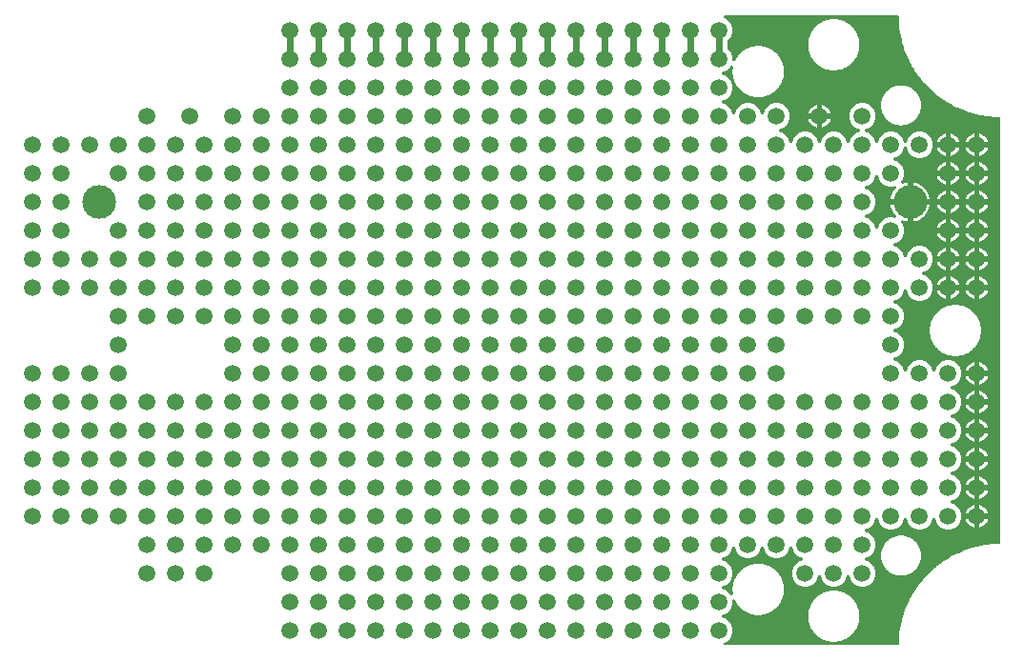
<source format=gbr>
G04 EAGLE Gerber RS-274X export*
G75*
%MOMM*%
%FSLAX34Y34*%
%LPD*%
%INTop Copper*%
%IPPOS*%
%AMOC8*
5,1,8,0,0,1.08239X$1,22.5*%
G01*
%ADD10C,1.508000*%
%ADD11C,3.000000*%
%ADD12C,0.609600*%

G36*
X843986Y113879D02*
X843986Y113879D01*
X844105Y113886D01*
X844143Y113898D01*
X844184Y113903D01*
X844294Y113947D01*
X844408Y113984D01*
X844442Y114006D01*
X844479Y114020D01*
X844576Y114090D01*
X844676Y114154D01*
X844704Y114184D01*
X844737Y114207D01*
X844813Y114299D01*
X844894Y114386D01*
X844914Y114421D01*
X844939Y114452D01*
X844990Y114560D01*
X845048Y114664D01*
X845058Y114703D01*
X845075Y114740D01*
X845097Y114857D01*
X845127Y114972D01*
X845131Y115032D01*
X845135Y115052D01*
X845134Y115073D01*
X845137Y115133D01*
X845137Y117560D01*
X845124Y117662D01*
X845121Y117765D01*
X845100Y117854D01*
X845098Y117876D01*
X845092Y117889D01*
X845085Y117922D01*
X844983Y118262D01*
X845131Y119686D01*
X845130Y119704D01*
X845137Y119816D01*
X845137Y121248D01*
X845273Y121575D01*
X845300Y121675D01*
X845336Y121771D01*
X845351Y121861D01*
X845357Y121882D01*
X845357Y121896D01*
X845363Y121930D01*
X845575Y123983D01*
X845573Y124089D01*
X845580Y124194D01*
X845569Y124279D01*
X845568Y124301D01*
X845564Y124316D01*
X845559Y124354D01*
X845497Y124679D01*
X845789Y126104D01*
X845790Y126123D01*
X845808Y126228D01*
X845958Y127675D01*
X846115Y127966D01*
X846153Y128064D01*
X846200Y128159D01*
X846222Y128242D01*
X846230Y128262D01*
X846232Y128278D01*
X846242Y128315D01*
X846969Y131858D01*
X846969Y131859D01*
X847699Y135432D01*
X847707Y135535D01*
X847724Y135638D01*
X847721Y135728D01*
X847723Y135749D01*
X847721Y135764D01*
X847720Y135799D01*
X847689Y136146D01*
X848118Y137517D01*
X848122Y137536D01*
X848151Y137643D01*
X848438Y139051D01*
X848634Y139340D01*
X848681Y139432D01*
X848735Y139520D01*
X848768Y139604D01*
X848777Y139623D01*
X848781Y139638D01*
X848793Y139671D01*
X849357Y141469D01*
X849376Y141574D01*
X849404Y141679D01*
X849409Y141760D01*
X849413Y141782D01*
X849412Y141798D01*
X849415Y141839D01*
X849417Y142153D01*
X849990Y143508D01*
X849995Y143527D01*
X850032Y143622D01*
X850472Y145027D01*
X850673Y145267D01*
X850731Y145358D01*
X850797Y145443D01*
X850833Y145516D01*
X850845Y145535D01*
X850850Y145550D01*
X850869Y145587D01*
X852273Y148911D01*
X853591Y152030D01*
X853620Y152132D01*
X853657Y152230D01*
X853672Y152315D01*
X853678Y152336D01*
X853678Y152352D01*
X853684Y152389D01*
X853720Y152721D01*
X854415Y153995D01*
X854422Y154013D01*
X854470Y154109D01*
X855035Y155446D01*
X855272Y155680D01*
X855338Y155763D01*
X855410Y155840D01*
X855456Y155913D01*
X855469Y155930D01*
X855475Y155944D01*
X855496Y155977D01*
X856345Y157534D01*
X856385Y157635D01*
X856433Y157733D01*
X856453Y157809D01*
X856461Y157830D01*
X856463Y157847D01*
X856475Y157888D01*
X856535Y158185D01*
X857364Y159413D01*
X857373Y159432D01*
X857426Y159516D01*
X858136Y160817D01*
X858371Y161007D01*
X858447Y161085D01*
X858528Y161157D01*
X858577Y161220D01*
X858592Y161236D01*
X858600Y161251D01*
X858627Y161285D01*
X859270Y162238D01*
X859275Y162247D01*
X859281Y162255D01*
X859287Y162267D01*
X860543Y164125D01*
X860544Y164126D01*
X861794Y165979D01*
X861814Y166005D01*
X862464Y166966D01*
X862513Y167062D01*
X862569Y167154D01*
X862598Y167230D01*
X862608Y167250D01*
X862611Y167266D01*
X862626Y167304D01*
X862718Y167604D01*
X863655Y168738D01*
X863666Y168755D01*
X863728Y168836D01*
X864553Y170055D01*
X864814Y170228D01*
X864896Y170298D01*
X864983Y170361D01*
X865039Y170421D01*
X865055Y170435D01*
X865065Y170448D01*
X865093Y170478D01*
X866189Y171805D01*
X866247Y171897D01*
X866312Y171983D01*
X866348Y172055D01*
X866359Y172074D01*
X866364Y172090D01*
X866383Y172128D01*
X866500Y172411D01*
X867546Y173456D01*
X867559Y173473D01*
X867627Y173545D01*
X868569Y174685D01*
X868839Y174829D01*
X868928Y174891D01*
X869021Y174946D01*
X869082Y174999D01*
X869099Y175012D01*
X869110Y175024D01*
X869142Y175052D01*
X871570Y177480D01*
X871570Y177481D01*
X873953Y179866D01*
X874019Y179951D01*
X874092Y180030D01*
X874134Y180100D01*
X874148Y180117D01*
X874154Y180132D01*
X874176Y180167D01*
X874322Y180443D01*
X875458Y181381D01*
X875472Y181395D01*
X875548Y181462D01*
X876589Y182504D01*
X876878Y182624D01*
X876971Y182677D01*
X877069Y182723D01*
X877135Y182771D01*
X877154Y182782D01*
X877165Y182793D01*
X877199Y182817D01*
X878529Y183915D01*
X878602Y183993D01*
X878682Y184065D01*
X878732Y184130D01*
X878747Y184146D01*
X878754Y184161D01*
X878780Y184194D01*
X878952Y184454D01*
X880172Y185279D01*
X880187Y185292D01*
X880270Y185352D01*
X881405Y186289D01*
X881704Y186380D01*
X881802Y186425D01*
X881904Y186461D01*
X881974Y186502D01*
X881994Y186511D01*
X882007Y186521D01*
X882042Y186542D01*
X883001Y187190D01*
X883004Y187192D01*
X883019Y187203D01*
X883021Y187203D01*
X883022Y187204D01*
X884892Y188467D01*
X884892Y188468D01*
X886763Y189732D01*
X886769Y189735D01*
X887721Y190378D01*
X887803Y190449D01*
X887889Y190514D01*
X887944Y190573D01*
X887960Y190588D01*
X887970Y190601D01*
X887998Y190632D01*
X888192Y190872D01*
X889489Y191578D01*
X889505Y191590D01*
X889592Y191641D01*
X890816Y192468D01*
X891118Y192529D01*
X891220Y192564D01*
X891325Y192590D01*
X891398Y192624D01*
X891419Y192631D01*
X891433Y192640D01*
X891471Y192658D01*
X893026Y193505D01*
X893112Y193567D01*
X893203Y193622D01*
X893266Y193678D01*
X893284Y193691D01*
X893294Y193703D01*
X893323Y193729D01*
X893552Y193962D01*
X894896Y194531D01*
X894913Y194541D01*
X895008Y194585D01*
X896289Y195283D01*
X896614Y195317D01*
X896717Y195342D01*
X896822Y195357D01*
X896902Y195385D01*
X896923Y195390D01*
X896937Y195398D01*
X896974Y195410D01*
X898109Y195891D01*
X898118Y195896D01*
X898120Y195897D01*
X898131Y195900D01*
X898138Y195904D01*
X900200Y196776D01*
X900201Y196776D01*
X902275Y197655D01*
X902295Y197662D01*
X903421Y198137D01*
X903514Y198191D01*
X903611Y198237D01*
X903678Y198286D01*
X903696Y198297D01*
X903708Y198308D01*
X903741Y198332D01*
X903985Y198536D01*
X905385Y198974D01*
X905403Y198982D01*
X905500Y199016D01*
X906851Y199587D01*
X907170Y199589D01*
X907276Y199603D01*
X907383Y199609D01*
X907464Y199629D01*
X907485Y199631D01*
X907500Y199637D01*
X907539Y199647D01*
X909336Y200208D01*
X909431Y200252D01*
X909530Y200287D01*
X909605Y200332D01*
X909625Y200341D01*
X909637Y200350D01*
X909668Y200369D01*
X909950Y200559D01*
X911366Y200850D01*
X911384Y200856D01*
X911490Y200882D01*
X912870Y201313D01*
X913208Y201283D01*
X913312Y201286D01*
X913417Y201281D01*
X913504Y201293D01*
X913526Y201294D01*
X913540Y201298D01*
X913577Y201303D01*
X914912Y201577D01*
X914923Y201581D01*
X914934Y201582D01*
X914944Y201586D01*
X917131Y202033D01*
X917132Y202033D01*
X919339Y202485D01*
X919366Y202489D01*
X920688Y202760D01*
X920789Y202794D01*
X920893Y202820D01*
X920969Y202855D01*
X920990Y202862D01*
X921003Y202871D01*
X921039Y202887D01*
X921323Y203041D01*
X922777Y203193D01*
X922796Y203197D01*
X922900Y203211D01*
X924332Y203504D01*
X924649Y203443D01*
X924756Y203436D01*
X924861Y203420D01*
X924945Y203423D01*
X924967Y203422D01*
X924983Y203425D01*
X925022Y203426D01*
X927071Y203640D01*
X927171Y203663D01*
X927273Y203678D01*
X927360Y203707D01*
X927381Y203712D01*
X927393Y203719D01*
X927425Y203730D01*
X927757Y203867D01*
X929184Y203867D01*
X929202Y203869D01*
X929316Y203874D01*
X930735Y204021D01*
X931079Y203919D01*
X931180Y203903D01*
X931280Y203877D01*
X931371Y203871D01*
X931393Y203868D01*
X931407Y203869D01*
X931440Y203867D01*
X933868Y203867D01*
X933986Y203882D01*
X934105Y203889D01*
X934143Y203902D01*
X934183Y203907D01*
X934294Y203950D01*
X934407Y203987D01*
X934441Y204009D01*
X934479Y204024D01*
X934575Y204094D01*
X934676Y204157D01*
X934704Y204187D01*
X934736Y204210D01*
X934812Y204302D01*
X934894Y204389D01*
X934913Y204424D01*
X934939Y204455D01*
X934990Y204563D01*
X935047Y204667D01*
X935058Y204707D01*
X935075Y204743D01*
X935097Y204860D01*
X935127Y204975D01*
X935131Y205036D01*
X935135Y205056D01*
X935133Y205076D01*
X935137Y205136D01*
X935137Y582269D01*
X935122Y582387D01*
X935115Y582506D01*
X935102Y582544D01*
X935097Y582585D01*
X935053Y582695D01*
X935017Y582809D01*
X934995Y582843D01*
X934980Y582880D01*
X934910Y582977D01*
X934847Y583077D01*
X934817Y583105D01*
X934793Y583138D01*
X934702Y583214D01*
X934615Y583295D01*
X934580Y583315D01*
X934548Y583340D01*
X934441Y583391D01*
X934336Y583449D01*
X934297Y583459D01*
X934261Y583476D01*
X934144Y583498D01*
X934029Y583528D01*
X933968Y583532D01*
X933948Y583536D01*
X933928Y583535D01*
X933868Y583538D01*
X931444Y583538D01*
X931342Y583525D01*
X931239Y583522D01*
X931150Y583501D01*
X931129Y583499D01*
X931115Y583493D01*
X931082Y583486D01*
X930742Y583384D01*
X929318Y583532D01*
X929300Y583531D01*
X929188Y583538D01*
X927757Y583538D01*
X927429Y583674D01*
X927330Y583701D01*
X927233Y583737D01*
X927143Y583752D01*
X927122Y583758D01*
X927108Y583758D01*
X927074Y583764D01*
X925021Y583976D01*
X924915Y583974D01*
X924810Y583981D01*
X924725Y583970D01*
X924703Y583969D01*
X924688Y583965D01*
X924650Y583960D01*
X924325Y583898D01*
X922900Y584190D01*
X922881Y584191D01*
X922776Y584209D01*
X921330Y584359D01*
X921039Y584516D01*
X920940Y584554D01*
X920845Y584601D01*
X920762Y584623D01*
X920742Y584631D01*
X920727Y584633D01*
X920690Y584643D01*
X917107Y585377D01*
X917107Y585378D01*
X913576Y586100D01*
X913473Y586107D01*
X913370Y586124D01*
X913280Y586122D01*
X913259Y586124D01*
X913245Y586121D01*
X913209Y586120D01*
X912863Y586089D01*
X911490Y586519D01*
X911472Y586523D01*
X911365Y586552D01*
X909956Y586840D01*
X909668Y587034D01*
X909575Y587081D01*
X909487Y587136D01*
X909404Y587168D01*
X909385Y587178D01*
X909370Y587181D01*
X909337Y587194D01*
X907536Y587758D01*
X907431Y587777D01*
X907327Y587805D01*
X907245Y587810D01*
X907223Y587814D01*
X907207Y587813D01*
X907166Y587816D01*
X906851Y587818D01*
X905497Y588390D01*
X905478Y588396D01*
X905383Y588433D01*
X903979Y588872D01*
X903738Y589074D01*
X903647Y589132D01*
X903562Y589197D01*
X903489Y589234D01*
X903470Y589246D01*
X903455Y589251D01*
X903418Y589269D01*
X898111Y591512D01*
X898110Y591512D01*
X896974Y591992D01*
X896873Y592021D01*
X896774Y592058D01*
X896689Y592073D01*
X896668Y592079D01*
X896652Y592079D01*
X896615Y592085D01*
X896284Y592121D01*
X895009Y592816D01*
X894991Y592823D01*
X894895Y592871D01*
X893558Y593436D01*
X893324Y593673D01*
X893241Y593739D01*
X893164Y593811D01*
X893091Y593857D01*
X893074Y593870D01*
X893060Y593876D01*
X893028Y593897D01*
X891468Y594747D01*
X891367Y594787D01*
X891270Y594835D01*
X891193Y594855D01*
X891172Y594863D01*
X891156Y594865D01*
X891114Y594877D01*
X890816Y594938D01*
X889589Y595766D01*
X889571Y595775D01*
X889487Y595828D01*
X888187Y596537D01*
X887996Y596774D01*
X887918Y596849D01*
X887846Y596931D01*
X887783Y596980D01*
X887767Y596995D01*
X887752Y597003D01*
X887718Y597029D01*
X886769Y597670D01*
X886766Y597672D01*
X884898Y598934D01*
X883007Y600211D01*
X883001Y600215D01*
X882040Y600865D01*
X881944Y600913D01*
X881852Y600969D01*
X881775Y600998D01*
X881756Y601008D01*
X881740Y601012D01*
X881702Y601026D01*
X881400Y601119D01*
X880268Y602055D01*
X880250Y602066D01*
X880170Y602128D01*
X878952Y602951D01*
X878778Y603214D01*
X878710Y603292D01*
X878685Y603333D01*
X878672Y603345D01*
X878645Y603382D01*
X878585Y603438D01*
X878571Y603455D01*
X878557Y603465D01*
X878527Y603493D01*
X877199Y604590D01*
X877108Y604648D01*
X877021Y604713D01*
X876949Y604749D01*
X876930Y604760D01*
X876915Y604765D01*
X876876Y604784D01*
X876593Y604901D01*
X875548Y605947D01*
X875532Y605960D01*
X875459Y606028D01*
X874319Y606970D01*
X874176Y607240D01*
X874113Y607329D01*
X874058Y607422D01*
X874005Y607483D01*
X873993Y607500D01*
X873980Y607511D01*
X873952Y607543D01*
X869142Y612353D01*
X869056Y612419D01*
X868976Y612492D01*
X868908Y612534D01*
X868891Y612548D01*
X868875Y612554D01*
X868839Y612577D01*
X868569Y612720D01*
X867935Y613487D01*
X867627Y613860D01*
X867612Y613874D01*
X867546Y613949D01*
X866500Y614994D01*
X866383Y615277D01*
X866329Y615372D01*
X866284Y615470D01*
X866237Y615534D01*
X866226Y615554D01*
X866214Y615566D01*
X866189Y615600D01*
X865092Y616928D01*
X865013Y617002D01*
X864941Y617082D01*
X864876Y617131D01*
X864860Y617146D01*
X864846Y617154D01*
X864813Y617179D01*
X864550Y617353D01*
X863727Y618571D01*
X863714Y618586D01*
X863654Y618668D01*
X862718Y619801D01*
X862625Y620103D01*
X862581Y620201D01*
X862545Y620302D01*
X862504Y620373D01*
X862495Y620393D01*
X862484Y620405D01*
X862464Y620441D01*
X861814Y621402D01*
X861812Y621405D01*
X860531Y623302D01*
X859272Y625165D01*
X859269Y625170D01*
X858628Y626119D01*
X858593Y626159D01*
X858581Y626179D01*
X858554Y626204D01*
X858492Y626288D01*
X858433Y626342D01*
X858419Y626359D01*
X858405Y626368D01*
X858373Y626397D01*
X858136Y626588D01*
X857427Y627888D01*
X857415Y627904D01*
X857365Y627990D01*
X856537Y629217D01*
X856476Y629515D01*
X856441Y629618D01*
X856414Y629723D01*
X856380Y629796D01*
X856374Y629816D01*
X856364Y629830D01*
X856346Y629869D01*
X855496Y631429D01*
X855434Y631514D01*
X855380Y631605D01*
X855322Y631669D01*
X855310Y631687D01*
X855298Y631696D01*
X855272Y631725D01*
X855035Y631959D01*
X854470Y633296D01*
X854460Y633313D01*
X854415Y633410D01*
X853720Y634685D01*
X853684Y635016D01*
X853660Y635118D01*
X853645Y635223D01*
X853616Y635304D01*
X853611Y635326D01*
X853604Y635339D01*
X853591Y635375D01*
X853111Y636511D01*
X853111Y636512D01*
X850868Y641819D01*
X850814Y641912D01*
X850768Y642009D01*
X850720Y642075D01*
X850709Y642094D01*
X850697Y642106D01*
X850673Y642139D01*
X850471Y642380D01*
X850032Y643784D01*
X850023Y643802D01*
X849989Y643898D01*
X849417Y645252D01*
X849415Y645567D01*
X849401Y645674D01*
X849395Y645781D01*
X849376Y645861D01*
X849373Y645882D01*
X849367Y645897D01*
X849357Y645937D01*
X848793Y647738D01*
X848750Y647832D01*
X848715Y647931D01*
X848669Y648008D01*
X848661Y648027D01*
X848651Y648038D01*
X848633Y648069D01*
X848439Y648357D01*
X848151Y649766D01*
X848145Y649784D01*
X848118Y649891D01*
X847688Y651264D01*
X847719Y651610D01*
X847715Y651714D01*
X847721Y651818D01*
X847708Y651906D01*
X847708Y651928D01*
X847703Y651942D01*
X847699Y651977D01*
X846977Y655506D01*
X846977Y655507D01*
X846242Y659091D01*
X846208Y659191D01*
X846182Y659293D01*
X846147Y659371D01*
X846140Y659392D01*
X846131Y659405D01*
X846115Y659440D01*
X845958Y659731D01*
X845808Y661177D01*
X845803Y661196D01*
X845789Y661301D01*
X845497Y662726D01*
X845559Y663051D01*
X845566Y663157D01*
X845582Y663261D01*
X845578Y663347D01*
X845580Y663369D01*
X845577Y663384D01*
X845575Y663422D01*
X845363Y665475D01*
X845340Y665575D01*
X845325Y665678D01*
X845296Y665764D01*
X845291Y665785D01*
X845284Y665797D01*
X845273Y665830D01*
X845137Y666158D01*
X845137Y667589D01*
X845135Y667607D01*
X845131Y667719D01*
X844983Y669143D01*
X845085Y669483D01*
X845101Y669585D01*
X845127Y669684D01*
X845133Y669775D01*
X845136Y669796D01*
X845135Y669811D01*
X845137Y669845D01*
X845137Y672269D01*
X845122Y672387D01*
X845115Y672506D01*
X845103Y672544D01*
X845098Y672584D01*
X845054Y672695D01*
X845017Y672808D01*
X844995Y672842D01*
X844980Y672880D01*
X844911Y672976D01*
X844847Y673077D01*
X844817Y673105D01*
X844794Y673137D01*
X844702Y673213D01*
X844615Y673295D01*
X844580Y673314D01*
X844549Y673340D01*
X844441Y673391D01*
X844337Y673448D01*
X844298Y673459D01*
X844261Y673476D01*
X844144Y673498D01*
X844029Y673528D01*
X843969Y673532D01*
X843949Y673536D01*
X843928Y673534D01*
X843868Y673538D01*
X690787Y673538D01*
X690718Y673529D01*
X690648Y673530D01*
X690561Y673510D01*
X690472Y673498D01*
X690407Y673473D01*
X690339Y673456D01*
X690260Y673414D01*
X690176Y673381D01*
X690120Y673340D01*
X690058Y673308D01*
X689991Y673247D01*
X689919Y673194D01*
X689874Y673141D01*
X689823Y673094D01*
X689773Y673019D01*
X689716Y672949D01*
X689686Y672886D01*
X689648Y672828D01*
X689619Y672743D01*
X689580Y672662D01*
X689567Y672593D01*
X689545Y672527D01*
X689538Y672438D01*
X689521Y672349D01*
X689525Y672280D01*
X689519Y672210D01*
X689535Y672122D01*
X689540Y672032D01*
X689562Y671966D01*
X689574Y671897D01*
X689611Y671815D01*
X689638Y671729D01*
X689676Y671671D01*
X689704Y671607D01*
X689761Y671537D01*
X689809Y671461D01*
X689859Y671413D01*
X689903Y671358D01*
X689975Y671304D01*
X690040Y671243D01*
X690101Y671209D01*
X690157Y671167D01*
X690302Y671096D01*
X692374Y670238D01*
X695638Y666974D01*
X697405Y662708D01*
X697405Y658092D01*
X695638Y653826D01*
X693284Y651473D01*
X693224Y651395D01*
X693156Y651323D01*
X693127Y651270D01*
X693090Y651222D01*
X693050Y651131D01*
X693002Y651044D01*
X692987Y650985D01*
X692963Y650930D01*
X692948Y650832D01*
X692923Y650736D01*
X692917Y650636D01*
X692913Y650616D01*
X692915Y650603D01*
X692913Y650575D01*
X692913Y644825D01*
X692925Y644726D01*
X692928Y644627D01*
X692945Y644569D01*
X692953Y644509D01*
X692989Y644417D01*
X693017Y644322D01*
X693047Y644270D01*
X693070Y644213D01*
X693128Y644133D01*
X693178Y644048D01*
X693244Y643973D01*
X693256Y643956D01*
X693266Y643948D01*
X693284Y643927D01*
X695638Y641574D01*
X697405Y637308D01*
X697405Y634120D01*
X697409Y634090D01*
X697406Y634060D01*
X697428Y633933D01*
X697445Y633805D01*
X697456Y633776D01*
X697461Y633746D01*
X697514Y633629D01*
X697562Y633509D01*
X697579Y633484D01*
X697592Y633457D01*
X697673Y633356D01*
X697748Y633252D01*
X697772Y633232D01*
X697791Y633208D01*
X697894Y633131D01*
X697993Y633049D01*
X698021Y633036D01*
X698045Y633018D01*
X698165Y632968D01*
X698281Y632913D01*
X698311Y632908D01*
X698339Y632896D01*
X698467Y632878D01*
X698593Y632853D01*
X698624Y632855D01*
X698654Y632851D01*
X698782Y632865D01*
X698911Y632873D01*
X698940Y632883D01*
X698970Y632886D01*
X699091Y632932D01*
X699213Y632971D01*
X699239Y632987D01*
X699268Y632998D01*
X699373Y633072D01*
X699482Y633141D01*
X699503Y633164D01*
X699528Y633181D01*
X699612Y633279D01*
X699700Y633373D01*
X699715Y633400D01*
X699734Y633423D01*
X699791Y633539D01*
X699854Y633652D01*
X699861Y633681D01*
X699875Y633708D01*
X699917Y633864D01*
X699983Y634185D01*
X700267Y634604D01*
X700287Y634642D01*
X700314Y634677D01*
X700386Y634821D01*
X700574Y635266D01*
X700793Y635481D01*
X700860Y635566D01*
X700934Y635645D01*
X700976Y635713D01*
X700990Y635730D01*
X700997Y635746D01*
X701019Y635782D01*
X701172Y636064D01*
X701189Y636108D01*
X701214Y636148D01*
X701270Y636299D01*
X701293Y636373D01*
X701351Y636444D01*
X701373Y636480D01*
X701402Y636510D01*
X701487Y636647D01*
X701551Y636764D01*
X701643Y636839D01*
X701675Y636873D01*
X701713Y636900D01*
X701823Y637018D01*
X702017Y637255D01*
X702063Y637327D01*
X702110Y637383D01*
X702120Y637405D01*
X702137Y637427D01*
X702175Y637505D01*
X702187Y637524D01*
X702192Y637538D01*
X702208Y637571D01*
X702338Y637883D01*
X702697Y638240D01*
X702724Y638275D01*
X702757Y638304D01*
X702855Y638431D01*
X703127Y638834D01*
X703385Y639005D01*
X703467Y639076D01*
X703554Y639139D01*
X703609Y639198D01*
X703626Y639213D01*
X703635Y639226D01*
X703664Y639257D01*
X703868Y639505D01*
X703893Y639545D01*
X703925Y639580D01*
X704009Y639717D01*
X704039Y639775D01*
X704101Y639825D01*
X704129Y639855D01*
X704163Y639880D01*
X704273Y639998D01*
X704370Y640116D01*
X704489Y640179D01*
X704528Y640207D01*
X704570Y640227D01*
X704700Y640321D01*
X704891Y640478D01*
X704965Y640557D01*
X705046Y640631D01*
X705093Y640694D01*
X705108Y640710D01*
X705117Y640725D01*
X705142Y640759D01*
X705310Y641013D01*
X705773Y641328D01*
X705801Y641353D01*
X705802Y641353D01*
X705803Y641354D01*
X705834Y641372D01*
X705955Y641478D01*
X705972Y641495D01*
X705976Y641500D01*
X705985Y641508D01*
X706342Y641863D01*
X706607Y641972D01*
X706669Y642006D01*
X706724Y642028D01*
X706753Y642049D01*
X706804Y642073D01*
X706865Y642118D01*
X706884Y642128D01*
X706897Y642141D01*
X706934Y642168D01*
X707122Y642323D01*
X707155Y642359D01*
X707194Y642388D01*
X707303Y642507D01*
X707359Y642577D01*
X707461Y642633D01*
X707493Y642656D01*
X707529Y642673D01*
X707659Y642767D01*
X707771Y642860D01*
X707884Y642895D01*
X707929Y642915D01*
X707976Y642927D01*
X708122Y642995D01*
X708388Y643141D01*
X708471Y643201D01*
X708558Y643253D01*
X708628Y643315D01*
X708645Y643328D01*
X708654Y643338D01*
X708679Y643360D01*
X708935Y643619D01*
X709415Y643820D01*
X709453Y643842D01*
X709494Y643857D01*
X709633Y643938D01*
X710018Y644197D01*
X710296Y644253D01*
X710401Y644289D01*
X710509Y644316D01*
X710577Y644348D01*
X710598Y644355D01*
X710612Y644365D01*
X710655Y644385D01*
X711010Y644580D01*
X711046Y644606D01*
X711086Y644625D01*
X711216Y644720D01*
X711236Y644737D01*
X711262Y644746D01*
X711302Y644764D01*
X711345Y644775D01*
X711491Y644843D01*
X711613Y644910D01*
X711750Y644925D01*
X711793Y644936D01*
X711838Y644938D01*
X711994Y644977D01*
X712371Y645096D01*
X712464Y645139D01*
X712560Y645173D01*
X712641Y645220D01*
X712660Y645229D01*
X712671Y645238D01*
X712699Y645254D01*
X713003Y645459D01*
X713503Y645561D01*
X713545Y645575D01*
X713589Y645581D01*
X713741Y645634D01*
X714157Y645809D01*
X714442Y645810D01*
X714552Y645824D01*
X714662Y645830D01*
X714736Y645848D01*
X714757Y645851D01*
X714774Y645858D01*
X714819Y645869D01*
X715326Y646029D01*
X715365Y646047D01*
X715405Y646057D01*
X715551Y646125D01*
X715555Y646127D01*
X715589Y646135D01*
X715635Y646137D01*
X715792Y646176D01*
X715876Y646203D01*
X715976Y646194D01*
X716018Y646196D01*
X716059Y646189D01*
X716220Y646196D01*
X716762Y646254D01*
X716861Y646277D01*
X716961Y646292D01*
X717051Y646322D01*
X717072Y646327D01*
X717084Y646333D01*
X717114Y646344D01*
X717457Y646486D01*
X717934Y646486D01*
X717980Y646492D01*
X718027Y646489D01*
X718186Y646511D01*
X718602Y646595D01*
X718896Y646538D01*
X719005Y646531D01*
X719113Y646515D01*
X719191Y646518D01*
X719213Y646517D01*
X719230Y646520D01*
X719273Y646522D01*
X720067Y646606D01*
X720101Y646614D01*
X720135Y646615D01*
X720276Y646647D01*
X720309Y646642D01*
X720410Y646647D01*
X720421Y646645D01*
X720453Y646633D01*
X720612Y646606D01*
X721413Y646521D01*
X721521Y646523D01*
X721629Y646516D01*
X721709Y646526D01*
X721731Y646527D01*
X721747Y646531D01*
X721789Y646537D01*
X722090Y646595D01*
X722502Y646511D01*
X722549Y646508D01*
X722595Y646496D01*
X722755Y646486D01*
X723222Y646486D01*
X723564Y646345D01*
X723662Y646318D01*
X723757Y646282D01*
X723850Y646266D01*
X723870Y646261D01*
X723884Y646260D01*
X723916Y646255D01*
X724466Y646197D01*
X724508Y646197D01*
X724549Y646191D01*
X724710Y646194D01*
X724807Y646203D01*
X724887Y646177D01*
X724933Y646169D01*
X724977Y646153D01*
X725126Y646127D01*
X725128Y646126D01*
X725167Y646111D01*
X725202Y646089D01*
X725353Y646030D01*
X725864Y645869D01*
X725973Y645849D01*
X726080Y645821D01*
X726156Y645816D01*
X726177Y645812D01*
X726195Y645813D01*
X726241Y645810D01*
X726526Y645809D01*
X726936Y645637D01*
X726979Y645625D01*
X727020Y645605D01*
X727175Y645563D01*
X727672Y645462D01*
X727981Y645255D01*
X728071Y645209D01*
X728157Y645156D01*
X728246Y645121D01*
X728265Y645112D01*
X728278Y645109D01*
X728307Y645097D01*
X728689Y644977D01*
X728733Y644969D01*
X728775Y644953D01*
X728933Y644925D01*
X729070Y644910D01*
X729192Y644843D01*
X729233Y644827D01*
X729271Y644804D01*
X729421Y644746D01*
X729447Y644737D01*
X729467Y644720D01*
X729505Y644696D01*
X729537Y644666D01*
X729673Y644580D01*
X730029Y644385D01*
X730132Y644344D01*
X730231Y644295D01*
X730304Y644276D01*
X730324Y644268D01*
X730342Y644266D01*
X730387Y644253D01*
X730665Y644197D01*
X731050Y643938D01*
X731089Y643918D01*
X731124Y643892D01*
X731268Y643820D01*
X731749Y643619D01*
X732005Y643360D01*
X732085Y643297D01*
X732159Y643227D01*
X732238Y643177D01*
X732255Y643164D01*
X732268Y643159D01*
X732295Y643141D01*
X732539Y643008D01*
X732586Y642989D01*
X732629Y642963D01*
X732780Y642906D01*
X732887Y642874D01*
X733003Y642778D01*
X733035Y642758D01*
X733062Y642732D01*
X733198Y642646D01*
X733324Y642577D01*
X733390Y642495D01*
X733426Y642460D01*
X733456Y642419D01*
X733574Y642309D01*
X733754Y642160D01*
X733786Y642140D01*
X733813Y642115D01*
X733874Y642081D01*
X733930Y642039D01*
X734005Y642002D01*
X734023Y641991D01*
X734039Y641986D01*
X734075Y641968D01*
X734371Y641845D01*
X734756Y641460D01*
X734788Y641435D01*
X734814Y641406D01*
X734941Y641307D01*
X735373Y641013D01*
X735532Y640772D01*
X735604Y640689D01*
X735669Y640599D01*
X735724Y640547D01*
X735739Y640531D01*
X735753Y640521D01*
X735786Y640489D01*
X735991Y640321D01*
X736031Y640296D01*
X736066Y640264D01*
X736204Y640180D01*
X736283Y640137D01*
X736352Y640054D01*
X736382Y640026D01*
X736407Y639993D01*
X736524Y639883D01*
X736629Y639796D01*
X736684Y639694D01*
X736711Y639655D01*
X736732Y639612D01*
X736826Y639482D01*
X736993Y639280D01*
X737072Y639206D01*
X737144Y639126D01*
X737209Y639078D01*
X737225Y639063D01*
X737239Y639055D01*
X737273Y639029D01*
X737530Y638860D01*
X737831Y638417D01*
X737857Y638387D01*
X737877Y638353D01*
X737984Y638232D01*
X738359Y637857D01*
X738474Y637579D01*
X738490Y637551D01*
X738499Y637524D01*
X738540Y637459D01*
X738574Y637386D01*
X738621Y637322D01*
X738632Y637303D01*
X738643Y637291D01*
X738669Y637255D01*
X738855Y637030D01*
X738890Y636998D01*
X738918Y636960D01*
X739037Y636851D01*
X739107Y636794D01*
X739159Y636700D01*
X739183Y636667D01*
X739201Y636629D01*
X739295Y636499D01*
X739374Y636404D01*
X739406Y636301D01*
X739425Y636258D01*
X739437Y636213D01*
X739505Y636067D01*
X739654Y635793D01*
X739716Y635707D01*
X739771Y635616D01*
X739828Y635552D01*
X739840Y635535D01*
X739852Y635525D01*
X739878Y635496D01*
X740113Y635265D01*
X740318Y634781D01*
X740339Y634746D01*
X740352Y634707D01*
X740434Y634568D01*
X740714Y634152D01*
X740773Y633862D01*
X740808Y633758D01*
X740835Y633652D01*
X740867Y633581D01*
X740874Y633560D01*
X740884Y633546D01*
X740903Y633506D01*
X741080Y633181D01*
X741107Y633144D01*
X741126Y633102D01*
X741222Y632973D01*
X741258Y632930D01*
X741277Y632870D01*
X741295Y632831D01*
X741305Y632790D01*
X741373Y632644D01*
X741434Y632533D01*
X741446Y632417D01*
X741457Y632372D01*
X741459Y632327D01*
X741498Y632170D01*
X741616Y631795D01*
X741659Y631703D01*
X741693Y631607D01*
X741740Y631526D01*
X741749Y631506D01*
X741758Y631496D01*
X741774Y631468D01*
X741979Y631164D01*
X742081Y630663D01*
X742095Y630621D01*
X742102Y630578D01*
X742154Y630425D01*
X742329Y630009D01*
X742330Y629724D01*
X742345Y629614D01*
X742350Y629504D01*
X742369Y629431D01*
X742371Y629409D01*
X742378Y629392D01*
X742389Y629347D01*
X742548Y628844D01*
X742566Y628806D01*
X742576Y628765D01*
X742644Y628619D01*
X742647Y628612D01*
X742657Y628572D01*
X742660Y628525D01*
X742698Y628369D01*
X742723Y628290D01*
X742715Y628195D01*
X742716Y628154D01*
X742710Y628112D01*
X742717Y627952D01*
X742775Y627402D01*
X742799Y627303D01*
X742813Y627203D01*
X742843Y627113D01*
X742848Y627093D01*
X742854Y627081D01*
X742865Y627050D01*
X743006Y626709D01*
X743006Y626242D01*
X743012Y626195D01*
X743010Y626148D01*
X743032Y625989D01*
X743116Y625576D01*
X743057Y625275D01*
X743050Y625167D01*
X743034Y625060D01*
X743037Y624980D01*
X743036Y624958D01*
X743039Y624941D01*
X743041Y624899D01*
X743126Y624098D01*
X743134Y624065D01*
X743135Y624031D01*
X743168Y623885D01*
X743163Y623849D01*
X743167Y623751D01*
X743166Y623745D01*
X743154Y623713D01*
X743126Y623554D01*
X743042Y622760D01*
X743044Y622651D01*
X743038Y622542D01*
X743048Y622464D01*
X743048Y622442D01*
X743053Y622426D01*
X743058Y622382D01*
X743116Y622089D01*
X743032Y621673D01*
X743028Y621627D01*
X743016Y621582D01*
X743006Y621421D01*
X743006Y620944D01*
X742864Y620600D01*
X742837Y620503D01*
X742802Y620408D01*
X742785Y620314D01*
X742780Y620294D01*
X742780Y620280D01*
X742774Y620249D01*
X742717Y619707D01*
X742717Y619665D01*
X742710Y619623D01*
X742714Y619462D01*
X742723Y619362D01*
X742696Y619278D01*
X742688Y619232D01*
X742672Y619189D01*
X742646Y619040D01*
X742645Y619038D01*
X742630Y618999D01*
X742608Y618963D01*
X742549Y618813D01*
X742389Y618305D01*
X742369Y618196D01*
X742341Y618089D01*
X742336Y618014D01*
X742332Y617993D01*
X742333Y617975D01*
X742330Y617929D01*
X742329Y617644D01*
X742154Y617228D01*
X742142Y617185D01*
X742123Y617145D01*
X742081Y616990D01*
X741979Y616489D01*
X741774Y616185D01*
X741728Y616094D01*
X741674Y616008D01*
X741640Y615920D01*
X741631Y615901D01*
X741628Y615888D01*
X741616Y615858D01*
X741492Y615464D01*
X741484Y615420D01*
X741468Y615378D01*
X741440Y615220D01*
X741427Y615100D01*
X741368Y614992D01*
X741352Y614951D01*
X741329Y614914D01*
X741271Y614764D01*
X741257Y614722D01*
X741231Y614690D01*
X741207Y614653D01*
X741176Y614621D01*
X741090Y614485D01*
X740901Y614141D01*
X740861Y614038D01*
X740812Y613938D01*
X740793Y613866D01*
X740785Y613845D01*
X740782Y613828D01*
X740770Y613783D01*
X740714Y613505D01*
X740438Y613095D01*
X740419Y613058D01*
X740394Y613025D01*
X740322Y612881D01*
X740113Y612388D01*
X739870Y612149D01*
X739805Y612067D01*
X739733Y611990D01*
X739686Y611916D01*
X739673Y611899D01*
X739667Y611885D01*
X739647Y611854D01*
X739497Y611581D01*
X739480Y611537D01*
X739455Y611498D01*
X739398Y611347D01*
X739361Y611228D01*
X739271Y611120D01*
X739248Y611085D01*
X739220Y611054D01*
X739134Y610918D01*
X739094Y610846D01*
X739039Y610802D01*
X739007Y610769D01*
X738969Y610741D01*
X738858Y610624D01*
X738676Y610406D01*
X738616Y610311D01*
X738548Y610221D01*
X738517Y610156D01*
X738505Y610138D01*
X738499Y610120D01*
X738478Y610076D01*
X738376Y609829D01*
X738032Y609483D01*
X738008Y609451D01*
X737978Y609424D01*
X737975Y609421D01*
X737961Y609408D01*
X737956Y609402D01*
X737950Y609397D01*
X737852Y609270D01*
X737530Y608796D01*
X737260Y608618D01*
X737179Y608549D01*
X737092Y608487D01*
X737035Y608426D01*
X737018Y608412D01*
X737009Y608399D01*
X736982Y608370D01*
X736846Y608207D01*
X736819Y608165D01*
X736786Y608129D01*
X736702Y607992D01*
X736629Y607857D01*
X736484Y607738D01*
X736458Y607709D01*
X736426Y607686D01*
X736315Y607569D01*
X736261Y607504D01*
X736209Y607477D01*
X736169Y607449D01*
X736124Y607428D01*
X735994Y607334D01*
X735770Y607150D01*
X735696Y607072D01*
X735616Y606999D01*
X735567Y606935D01*
X735552Y606919D01*
X735544Y606905D01*
X735518Y606871D01*
X735348Y606613D01*
X734945Y606342D01*
X734912Y606313D01*
X734874Y606291D01*
X734753Y606184D01*
X734397Y605825D01*
X734085Y605695D01*
X733994Y605642D01*
X733899Y605598D01*
X733828Y605547D01*
X733809Y605536D01*
X733798Y605526D01*
X733768Y605504D01*
X733546Y605322D01*
X733513Y605287D01*
X733475Y605258D01*
X733366Y605139D01*
X733294Y605051D01*
X733173Y604985D01*
X733141Y604962D01*
X733104Y604945D01*
X732973Y604851D01*
X732887Y604779D01*
X732801Y604753D01*
X732757Y604734D01*
X732710Y604722D01*
X732564Y604654D01*
X732314Y604518D01*
X732227Y604455D01*
X732134Y604399D01*
X732074Y604345D01*
X732056Y604333D01*
X732046Y604320D01*
X732014Y604292D01*
X731799Y604072D01*
X731339Y603876D01*
X731303Y603855D01*
X731263Y603840D01*
X731124Y603759D01*
X730699Y603470D01*
X730379Y603404D01*
X730279Y603370D01*
X730176Y603344D01*
X730099Y603308D01*
X730078Y603301D01*
X730065Y603293D01*
X730030Y603276D01*
X729714Y603105D01*
X729676Y603077D01*
X729633Y603057D01*
X729504Y602961D01*
X729447Y602914D01*
X729363Y602887D01*
X729325Y602870D01*
X729285Y602860D01*
X729139Y602792D01*
X729033Y602734D01*
X728929Y602723D01*
X728883Y602713D01*
X728836Y602710D01*
X728680Y602672D01*
X728307Y602554D01*
X728215Y602511D01*
X728120Y602478D01*
X728038Y602430D01*
X728018Y602421D01*
X728008Y602412D01*
X727981Y602396D01*
X727673Y602189D01*
X727175Y602088D01*
X727133Y602074D01*
X727089Y602067D01*
X726936Y602015D01*
X726526Y601843D01*
X726241Y601841D01*
X726131Y601827D01*
X726020Y601821D01*
X725947Y601803D01*
X725925Y601800D01*
X725909Y601793D01*
X725864Y601782D01*
X725353Y601621D01*
X725315Y601603D01*
X725274Y601593D01*
X725128Y601525D01*
X725124Y601523D01*
X725090Y601515D01*
X725043Y601512D01*
X724887Y601474D01*
X724807Y601449D01*
X724710Y601457D01*
X724668Y601455D01*
X724627Y601461D01*
X724466Y601455D01*
X723916Y601396D01*
X723817Y601373D01*
X723716Y601359D01*
X723627Y601328D01*
X723606Y601323D01*
X723594Y601317D01*
X723564Y601307D01*
X723222Y601165D01*
X722755Y601165D01*
X722709Y601159D01*
X722662Y601162D01*
X722502Y601140D01*
X722090Y601056D01*
X721789Y601114D01*
X721681Y601122D01*
X721573Y601137D01*
X721493Y601134D01*
X721471Y601135D01*
X721455Y601132D01*
X721413Y601131D01*
X720612Y601046D01*
X720578Y601038D01*
X720544Y601037D01*
X720399Y601004D01*
X720363Y601009D01*
X720264Y601005D01*
X720258Y601006D01*
X720226Y601018D01*
X720067Y601045D01*
X719273Y601130D01*
X719164Y601127D01*
X719055Y601134D01*
X718977Y601124D01*
X718955Y601123D01*
X718939Y601119D01*
X718896Y601113D01*
X718602Y601056D01*
X718186Y601140D01*
X718140Y601143D01*
X718095Y601155D01*
X717934Y601165D01*
X717457Y601165D01*
X717114Y601308D01*
X717016Y601334D01*
X716921Y601370D01*
X716827Y601386D01*
X716807Y601392D01*
X716793Y601392D01*
X716762Y601397D01*
X716221Y601455D01*
X716178Y601454D01*
X716137Y601461D01*
X715976Y601457D01*
X715876Y601449D01*
X715792Y601475D01*
X715746Y601483D01*
X715703Y601500D01*
X715553Y601525D01*
X715551Y601526D01*
X715512Y601542D01*
X715476Y601564D01*
X715326Y601622D01*
X714819Y601782D01*
X714710Y601802D01*
X714603Y601830D01*
X714527Y601835D01*
X714506Y601839D01*
X714489Y601838D01*
X714442Y601841D01*
X714157Y601843D01*
X713741Y602017D01*
X713698Y602029D01*
X713658Y602048D01*
X713503Y602091D01*
X713003Y602192D01*
X712699Y602397D01*
X712608Y602443D01*
X712521Y602497D01*
X712434Y602531D01*
X712415Y602541D01*
X712402Y602544D01*
X712371Y602555D01*
X712003Y602672D01*
X711957Y602680D01*
X711913Y602696D01*
X711754Y602723D01*
X711650Y602734D01*
X711545Y602792D01*
X711506Y602807D01*
X711470Y602829D01*
X711320Y602887D01*
X711236Y602914D01*
X711179Y602961D01*
X711140Y602987D01*
X711106Y603019D01*
X710969Y603104D01*
X710653Y603276D01*
X710555Y603315D01*
X710459Y603362D01*
X710378Y603384D01*
X710357Y603392D01*
X710342Y603394D01*
X710304Y603404D01*
X709984Y603470D01*
X709559Y603759D01*
X709521Y603778D01*
X709488Y603804D01*
X709344Y603876D01*
X708884Y604072D01*
X708669Y604292D01*
X708584Y604359D01*
X708505Y604433D01*
X708437Y604475D01*
X708420Y604489D01*
X708404Y604496D01*
X708369Y604518D01*
X708096Y604667D01*
X708053Y604683D01*
X708013Y604708D01*
X707863Y604765D01*
X707771Y604793D01*
X707688Y604862D01*
X707653Y604884D01*
X707622Y604913D01*
X707486Y604998D01*
X707389Y605051D01*
X707328Y605127D01*
X707294Y605159D01*
X707267Y605197D01*
X707150Y605307D01*
X706920Y605497D01*
X706829Y605555D01*
X706742Y605620D01*
X706670Y605655D01*
X706652Y605667D01*
X706636Y605672D01*
X706597Y605691D01*
X706316Y605807D01*
X705957Y606166D01*
X705924Y606192D01*
X705896Y606223D01*
X705769Y606322D01*
X705335Y606613D01*
X705156Y606884D01*
X705087Y606965D01*
X705024Y607051D01*
X704963Y607109D01*
X704948Y607125D01*
X704935Y607134D01*
X704907Y607161D01*
X704697Y607334D01*
X704675Y607349D01*
X704664Y607359D01*
X704649Y607367D01*
X704620Y607394D01*
X704483Y607478D01*
X704392Y607526D01*
X704309Y607626D01*
X704280Y607653D01*
X704257Y607685D01*
X704140Y607795D01*
X704039Y607878D01*
X703991Y607969D01*
X703963Y608009D01*
X703942Y608054D01*
X703848Y608184D01*
X703675Y608393D01*
X703597Y608466D01*
X703526Y608545D01*
X703459Y608596D01*
X703443Y608611D01*
X703429Y608619D01*
X703420Y608626D01*
X703418Y608628D01*
X703416Y608629D01*
X703398Y608642D01*
X703127Y608822D01*
X702835Y609255D01*
X702808Y609287D01*
X702786Y609323D01*
X702680Y609444D01*
X702321Y609803D01*
X702204Y610084D01*
X702151Y610178D01*
X702104Y610276D01*
X702058Y610341D01*
X702047Y610360D01*
X702035Y610372D01*
X702010Y610407D01*
X701820Y610637D01*
X701786Y610668D01*
X701759Y610706D01*
X701640Y610815D01*
X701564Y610876D01*
X701512Y610972D01*
X701487Y611006D01*
X701470Y611044D01*
X701375Y611175D01*
X701306Y611258D01*
X701278Y611349D01*
X701259Y611392D01*
X701248Y611437D01*
X701180Y611583D01*
X701026Y611865D01*
X700964Y611952D01*
X700909Y612044D01*
X700853Y612106D01*
X700841Y612124D01*
X700828Y612134D01*
X700801Y612164D01*
X700574Y612387D01*
X700382Y612841D01*
X700360Y612879D01*
X700345Y612920D01*
X700263Y613059D01*
X699983Y613471D01*
X699917Y613791D01*
X699883Y613891D01*
X699857Y613994D01*
X699822Y614071D01*
X699815Y614092D01*
X699806Y614105D01*
X699790Y614140D01*
X699615Y614462D01*
X699587Y614500D01*
X699567Y614542D01*
X699472Y614672D01*
X699429Y614723D01*
X699405Y614799D01*
X699387Y614837D01*
X699377Y614877D01*
X699309Y615023D01*
X699248Y615137D01*
X699236Y615249D01*
X699225Y615295D01*
X699223Y615342D01*
X699184Y615498D01*
X699070Y615858D01*
X699028Y615950D01*
X698994Y616046D01*
X698946Y616128D01*
X698937Y616147D01*
X698929Y616157D01*
X698912Y616185D01*
X698707Y616489D01*
X698606Y616990D01*
X698591Y617031D01*
X698585Y617075D01*
X698532Y617228D01*
X698358Y617644D01*
X698356Y617929D01*
X698342Y618039D01*
X698336Y618149D01*
X698318Y618223D01*
X698315Y618244D01*
X698309Y618261D01*
X698297Y618306D01*
X698137Y618813D01*
X698120Y618851D01*
X698109Y618892D01*
X698042Y619038D01*
X698039Y619042D01*
X698031Y619076D01*
X698029Y619122D01*
X697990Y619279D01*
X697964Y619363D01*
X697972Y619462D01*
X697971Y619505D01*
X697977Y619546D01*
X697970Y619707D01*
X697912Y620249D01*
X697889Y620347D01*
X697875Y620448D01*
X697844Y620538D01*
X697839Y620559D01*
X697833Y620570D01*
X697823Y620600D01*
X697680Y620944D01*
X697680Y621421D01*
X697674Y621467D01*
X697677Y621513D01*
X697655Y621673D01*
X697571Y622088D01*
X697628Y622382D01*
X697636Y622491D01*
X697652Y622599D01*
X697648Y622678D01*
X697650Y622700D01*
X697647Y622716D01*
X697645Y622760D01*
X697560Y623554D01*
X697552Y623587D01*
X697551Y623622D01*
X697519Y623762D01*
X697524Y623796D01*
X697520Y623896D01*
X697522Y623907D01*
X697534Y623940D01*
X697561Y624098D01*
X697646Y624899D01*
X697644Y625007D01*
X697650Y625116D01*
X697640Y625195D01*
X697639Y625217D01*
X697635Y625233D01*
X697629Y625275D01*
X697571Y625577D01*
X697655Y625989D01*
X697658Y626036D01*
X697670Y626081D01*
X697680Y626242D01*
X697680Y626709D01*
X697822Y627050D01*
X697849Y627148D01*
X697884Y627244D01*
X697900Y627337D01*
X697906Y627357D01*
X697906Y627371D01*
X697911Y627402D01*
X697924Y627521D01*
X697923Y627568D01*
X697930Y627615D01*
X697920Y627727D01*
X697918Y627839D01*
X697905Y627885D01*
X697901Y627932D01*
X697862Y628038D01*
X697832Y628146D01*
X697809Y628187D01*
X697793Y628231D01*
X697730Y628324D01*
X697674Y628421D01*
X697641Y628455D01*
X697614Y628494D01*
X697530Y628568D01*
X697451Y628649D01*
X697411Y628673D01*
X697376Y628704D01*
X697276Y628756D01*
X697180Y628814D01*
X697135Y628828D01*
X697093Y628849D01*
X696983Y628874D01*
X696875Y628906D01*
X696828Y628908D01*
X696782Y628919D01*
X696670Y628915D01*
X696558Y628920D01*
X696512Y628910D01*
X696465Y628909D01*
X696357Y628878D01*
X696246Y628855D01*
X696204Y628834D01*
X696159Y628821D01*
X696062Y628764D01*
X695961Y628714D01*
X695926Y628683D01*
X695885Y628659D01*
X695764Y628553D01*
X692374Y625162D01*
X688295Y623473D01*
X688175Y623404D01*
X688051Y623339D01*
X688036Y623325D01*
X688019Y623315D01*
X687919Y623218D01*
X687816Y623125D01*
X687805Y623108D01*
X687790Y623094D01*
X687718Y622976D01*
X687641Y622859D01*
X687635Y622840D01*
X687624Y622823D01*
X687583Y622690D01*
X687538Y622558D01*
X687536Y622538D01*
X687531Y622519D01*
X687524Y622380D01*
X687513Y622241D01*
X687516Y622221D01*
X687515Y622201D01*
X687544Y622065D01*
X687567Y621928D01*
X687576Y621909D01*
X687580Y621890D01*
X687641Y621765D01*
X687698Y621638D01*
X687710Y621622D01*
X687719Y621604D01*
X687810Y621498D01*
X687896Y621390D01*
X687913Y621377D01*
X687926Y621362D01*
X688039Y621282D01*
X688151Y621198D01*
X688176Y621186D01*
X688186Y621179D01*
X688205Y621172D01*
X688295Y621127D01*
X692374Y619438D01*
X695638Y616174D01*
X697405Y611908D01*
X697405Y607292D01*
X695638Y603026D01*
X692374Y599762D01*
X688295Y598073D01*
X688174Y598004D01*
X688051Y597939D01*
X688036Y597925D01*
X688019Y597915D01*
X687919Y597818D01*
X687816Y597725D01*
X687805Y597708D01*
X687790Y597694D01*
X687717Y597575D01*
X687641Y597459D01*
X687635Y597440D01*
X687624Y597423D01*
X687583Y597290D01*
X687538Y597158D01*
X687537Y597138D01*
X687531Y597119D01*
X687524Y596980D01*
X687513Y596841D01*
X687516Y596821D01*
X687515Y596801D01*
X687544Y596665D01*
X687567Y596528D01*
X687576Y596509D01*
X687580Y596490D01*
X687641Y596364D01*
X687698Y596238D01*
X687710Y596222D01*
X687719Y596204D01*
X687810Y596098D01*
X687896Y595990D01*
X687913Y595977D01*
X687926Y595962D01*
X688040Y595882D01*
X688151Y595798D01*
X688176Y595786D01*
X688186Y595779D01*
X688205Y595772D01*
X688295Y595727D01*
X692374Y594038D01*
X695638Y590774D01*
X697327Y586695D01*
X697396Y586575D01*
X697461Y586451D01*
X697475Y586436D01*
X697485Y586419D01*
X697582Y586319D01*
X697675Y586216D01*
X697692Y586205D01*
X697706Y586190D01*
X697824Y586118D01*
X697941Y586041D01*
X697960Y586035D01*
X697977Y586024D01*
X698110Y585983D01*
X698242Y585938D01*
X698262Y585936D01*
X698281Y585931D01*
X698420Y585924D01*
X698559Y585913D01*
X698579Y585916D01*
X698599Y585915D01*
X698735Y585944D01*
X698872Y585967D01*
X698891Y585976D01*
X698910Y585980D01*
X699035Y586041D01*
X699162Y586098D01*
X699178Y586110D01*
X699196Y586119D01*
X699302Y586210D01*
X699410Y586296D01*
X699423Y586313D01*
X699438Y586326D01*
X699518Y586439D01*
X699602Y586551D01*
X699614Y586576D01*
X699621Y586586D01*
X699628Y586605D01*
X699673Y586695D01*
X701362Y590774D01*
X704626Y594038D01*
X708892Y595805D01*
X713508Y595805D01*
X717774Y594038D01*
X721038Y590774D01*
X722727Y586695D01*
X722796Y586575D01*
X722861Y586451D01*
X722875Y586436D01*
X722885Y586419D01*
X722982Y586319D01*
X723075Y586216D01*
X723092Y586205D01*
X723106Y586190D01*
X723224Y586118D01*
X723341Y586041D01*
X723360Y586035D01*
X723377Y586024D01*
X723510Y585983D01*
X723642Y585938D01*
X723662Y585936D01*
X723681Y585931D01*
X723820Y585924D01*
X723959Y585913D01*
X723979Y585916D01*
X723999Y585915D01*
X724135Y585944D01*
X724272Y585967D01*
X724291Y585976D01*
X724310Y585980D01*
X724435Y586041D01*
X724562Y586098D01*
X724578Y586110D01*
X724596Y586119D01*
X724702Y586210D01*
X724810Y586296D01*
X724823Y586313D01*
X724838Y586326D01*
X724918Y586439D01*
X725002Y586551D01*
X725014Y586576D01*
X725021Y586586D01*
X725028Y586605D01*
X725073Y586695D01*
X726762Y590774D01*
X730026Y594038D01*
X734292Y595805D01*
X738908Y595805D01*
X743174Y594038D01*
X746438Y590774D01*
X748205Y586508D01*
X748205Y581892D01*
X746438Y577626D01*
X743174Y574362D01*
X739095Y572673D01*
X738975Y572604D01*
X738851Y572539D01*
X738836Y572525D01*
X738819Y572515D01*
X738719Y572418D01*
X738616Y572325D01*
X738605Y572308D01*
X738590Y572294D01*
X738518Y572176D01*
X738441Y572059D01*
X738435Y572040D01*
X738424Y572023D01*
X738383Y571890D01*
X738338Y571758D01*
X738336Y571738D01*
X738331Y571719D01*
X738324Y571580D01*
X738313Y571441D01*
X738316Y571421D01*
X738315Y571401D01*
X738344Y571265D01*
X738367Y571128D01*
X738376Y571109D01*
X738380Y571090D01*
X738441Y570965D01*
X738498Y570838D01*
X738510Y570822D01*
X738519Y570804D01*
X738610Y570698D01*
X738696Y570590D01*
X738713Y570577D01*
X738726Y570562D01*
X738839Y570482D01*
X738951Y570398D01*
X738976Y570386D01*
X738986Y570379D01*
X739005Y570372D01*
X739095Y570327D01*
X743174Y568638D01*
X746438Y565374D01*
X748127Y561295D01*
X748196Y561174D01*
X748261Y561051D01*
X748275Y561036D01*
X748285Y561019D01*
X748382Y560919D01*
X748475Y560816D01*
X748492Y560805D01*
X748506Y560790D01*
X748625Y560717D01*
X748741Y560641D01*
X748760Y560635D01*
X748777Y560624D01*
X748910Y560583D01*
X749042Y560538D01*
X749062Y560537D01*
X749081Y560531D01*
X749220Y560524D01*
X749359Y560513D01*
X749379Y560516D01*
X749399Y560515D01*
X749535Y560544D01*
X749672Y560567D01*
X749691Y560576D01*
X749710Y560580D01*
X749836Y560641D01*
X749962Y560698D01*
X749978Y560710D01*
X749996Y560719D01*
X750102Y560810D01*
X750210Y560896D01*
X750223Y560913D01*
X750238Y560926D01*
X750318Y561040D01*
X750402Y561151D01*
X750414Y561176D01*
X750421Y561186D01*
X750428Y561205D01*
X750473Y561295D01*
X752162Y565374D01*
X755426Y568638D01*
X759692Y570405D01*
X764308Y570405D01*
X768574Y568638D01*
X771838Y565374D01*
X773527Y561295D01*
X773596Y561174D01*
X773661Y561051D01*
X773675Y561036D01*
X773685Y561019D01*
X773782Y560919D01*
X773875Y560816D01*
X773892Y560805D01*
X773906Y560790D01*
X774025Y560717D01*
X774141Y560641D01*
X774160Y560635D01*
X774177Y560624D01*
X774310Y560583D01*
X774442Y560538D01*
X774462Y560537D01*
X774481Y560531D01*
X774620Y560524D01*
X774759Y560513D01*
X774779Y560516D01*
X774799Y560515D01*
X774935Y560544D01*
X775072Y560567D01*
X775091Y560576D01*
X775110Y560580D01*
X775236Y560641D01*
X775362Y560698D01*
X775378Y560710D01*
X775396Y560719D01*
X775502Y560810D01*
X775610Y560896D01*
X775623Y560913D01*
X775638Y560926D01*
X775718Y561040D01*
X775802Y561151D01*
X775814Y561176D01*
X775821Y561186D01*
X775828Y561205D01*
X775873Y561295D01*
X777562Y565374D01*
X780826Y568638D01*
X785092Y570405D01*
X789708Y570405D01*
X793974Y568638D01*
X797238Y565374D01*
X798927Y561295D01*
X798996Y561174D01*
X799061Y561051D01*
X799075Y561036D01*
X799085Y561019D01*
X799182Y560919D01*
X799275Y560816D01*
X799292Y560805D01*
X799306Y560790D01*
X799425Y560717D01*
X799541Y560641D01*
X799560Y560635D01*
X799577Y560624D01*
X799710Y560583D01*
X799842Y560538D01*
X799862Y560537D01*
X799881Y560531D01*
X800020Y560524D01*
X800159Y560513D01*
X800179Y560516D01*
X800199Y560515D01*
X800335Y560544D01*
X800472Y560567D01*
X800491Y560576D01*
X800510Y560580D01*
X800636Y560641D01*
X800762Y560698D01*
X800778Y560710D01*
X800796Y560719D01*
X800902Y560810D01*
X801010Y560896D01*
X801023Y560913D01*
X801038Y560926D01*
X801118Y561040D01*
X801202Y561151D01*
X801214Y561176D01*
X801221Y561186D01*
X801228Y561205D01*
X801273Y561295D01*
X802962Y565374D01*
X806226Y568638D01*
X810305Y570327D01*
X810426Y570396D01*
X810549Y570461D01*
X810564Y570475D01*
X810581Y570485D01*
X810681Y570582D01*
X810784Y570675D01*
X810795Y570692D01*
X810810Y570706D01*
X810883Y570825D01*
X810959Y570941D01*
X810965Y570960D01*
X810976Y570977D01*
X811017Y571110D01*
X811062Y571242D01*
X811063Y571262D01*
X811069Y571281D01*
X811076Y571420D01*
X811087Y571559D01*
X811084Y571579D01*
X811085Y571599D01*
X811056Y571735D01*
X811033Y571872D01*
X811024Y571891D01*
X811020Y571910D01*
X810959Y572036D01*
X810902Y572162D01*
X810890Y572178D01*
X810881Y572196D01*
X810790Y572302D01*
X810704Y572410D01*
X810687Y572423D01*
X810674Y572438D01*
X810560Y572518D01*
X810449Y572602D01*
X810424Y572614D01*
X810414Y572621D01*
X810395Y572628D01*
X810305Y572673D01*
X806226Y574362D01*
X802962Y577626D01*
X801195Y581892D01*
X801195Y586508D01*
X802962Y590774D01*
X806226Y594038D01*
X810492Y595805D01*
X815108Y595805D01*
X819374Y594038D01*
X822638Y590774D01*
X824405Y586508D01*
X824405Y581892D01*
X822638Y577626D01*
X819374Y574362D01*
X815295Y572673D01*
X815175Y572604D01*
X815051Y572539D01*
X815036Y572525D01*
X815019Y572515D01*
X814919Y572418D01*
X814816Y572325D01*
X814805Y572308D01*
X814790Y572294D01*
X814718Y572176D01*
X814641Y572059D01*
X814635Y572040D01*
X814624Y572023D01*
X814583Y571890D01*
X814538Y571758D01*
X814536Y571738D01*
X814531Y571719D01*
X814524Y571580D01*
X814513Y571441D01*
X814516Y571421D01*
X814515Y571401D01*
X814544Y571265D01*
X814567Y571128D01*
X814576Y571109D01*
X814580Y571090D01*
X814641Y570965D01*
X814698Y570838D01*
X814710Y570822D01*
X814719Y570804D01*
X814810Y570698D01*
X814896Y570590D01*
X814913Y570577D01*
X814926Y570562D01*
X815039Y570482D01*
X815151Y570398D01*
X815176Y570386D01*
X815186Y570379D01*
X815205Y570372D01*
X815295Y570327D01*
X819374Y568638D01*
X822638Y565374D01*
X824327Y561295D01*
X824396Y561174D01*
X824461Y561051D01*
X824475Y561036D01*
X824485Y561019D01*
X824582Y560919D01*
X824675Y560816D01*
X824692Y560805D01*
X824706Y560790D01*
X824825Y560717D01*
X824941Y560641D01*
X824960Y560635D01*
X824977Y560624D01*
X825110Y560583D01*
X825242Y560538D01*
X825262Y560537D01*
X825281Y560531D01*
X825420Y560524D01*
X825559Y560513D01*
X825579Y560516D01*
X825599Y560515D01*
X825735Y560544D01*
X825872Y560567D01*
X825891Y560576D01*
X825910Y560580D01*
X826036Y560641D01*
X826162Y560698D01*
X826178Y560710D01*
X826196Y560719D01*
X826302Y560810D01*
X826410Y560896D01*
X826423Y560913D01*
X826438Y560926D01*
X826518Y561040D01*
X826602Y561151D01*
X826614Y561176D01*
X826621Y561186D01*
X826628Y561205D01*
X826673Y561295D01*
X828362Y565374D01*
X831626Y568638D01*
X835892Y570405D01*
X840508Y570405D01*
X844774Y568638D01*
X848038Y565374D01*
X849727Y561295D01*
X849796Y561174D01*
X849861Y561051D01*
X849875Y561036D01*
X849885Y561019D01*
X849982Y560919D01*
X850075Y560816D01*
X850092Y560805D01*
X850106Y560790D01*
X850225Y560717D01*
X850341Y560641D01*
X850360Y560635D01*
X850377Y560624D01*
X850510Y560583D01*
X850642Y560538D01*
X850662Y560537D01*
X850681Y560531D01*
X850820Y560524D01*
X850959Y560513D01*
X850979Y560516D01*
X850999Y560515D01*
X851135Y560544D01*
X851272Y560567D01*
X851291Y560576D01*
X851310Y560580D01*
X851436Y560641D01*
X851562Y560698D01*
X851578Y560710D01*
X851596Y560719D01*
X851702Y560810D01*
X851810Y560896D01*
X851823Y560913D01*
X851838Y560926D01*
X851918Y561040D01*
X852002Y561151D01*
X852014Y561176D01*
X852021Y561186D01*
X852028Y561205D01*
X852073Y561295D01*
X853762Y565374D01*
X857026Y568638D01*
X861292Y570405D01*
X865908Y570405D01*
X870174Y568638D01*
X873438Y565374D01*
X875205Y561108D01*
X875205Y556492D01*
X873438Y552226D01*
X870174Y548962D01*
X865908Y547195D01*
X861292Y547195D01*
X857026Y548962D01*
X853762Y552226D01*
X852073Y556305D01*
X852004Y556425D01*
X851939Y556549D01*
X851925Y556564D01*
X851915Y556581D01*
X851818Y556681D01*
X851725Y556784D01*
X851708Y556795D01*
X851694Y556810D01*
X851576Y556882D01*
X851459Y556959D01*
X851440Y556965D01*
X851423Y556976D01*
X851290Y557017D01*
X851158Y557062D01*
X851138Y557064D01*
X851119Y557069D01*
X850980Y557076D01*
X850841Y557087D01*
X850821Y557084D01*
X850801Y557085D01*
X850665Y557056D01*
X850528Y557033D01*
X850509Y557024D01*
X850490Y557020D01*
X850365Y556959D01*
X850238Y556902D01*
X850222Y556890D01*
X850204Y556881D01*
X850098Y556790D01*
X849990Y556704D01*
X849977Y556687D01*
X849962Y556674D01*
X849882Y556561D01*
X849798Y556449D01*
X849786Y556424D01*
X849779Y556414D01*
X849772Y556395D01*
X849727Y556305D01*
X848038Y552226D01*
X844774Y548962D01*
X840695Y547273D01*
X840574Y547204D01*
X840451Y547139D01*
X840436Y547125D01*
X840419Y547115D01*
X840319Y547018D01*
X840216Y546925D01*
X840205Y546908D01*
X840190Y546894D01*
X840117Y546775D01*
X840041Y546659D01*
X840035Y546640D01*
X840024Y546623D01*
X839983Y546490D01*
X839938Y546358D01*
X839937Y546338D01*
X839931Y546319D01*
X839924Y546180D01*
X839913Y546041D01*
X839916Y546021D01*
X839915Y546001D01*
X839944Y545865D01*
X839967Y545728D01*
X839976Y545709D01*
X839980Y545690D01*
X840041Y545564D01*
X840098Y545438D01*
X840110Y545422D01*
X840119Y545404D01*
X840210Y545298D01*
X840296Y545190D01*
X840313Y545177D01*
X840326Y545162D01*
X840440Y545082D01*
X840551Y544998D01*
X840576Y544986D01*
X840586Y544979D01*
X840605Y544972D01*
X840695Y544927D01*
X844774Y543238D01*
X848038Y539974D01*
X849805Y535708D01*
X849805Y531092D01*
X848038Y526826D01*
X847656Y526444D01*
X847613Y526389D01*
X847563Y526340D01*
X847516Y526264D01*
X847461Y526193D01*
X847433Y526129D01*
X847396Y526069D01*
X847370Y525983D01*
X847334Y525901D01*
X847323Y525832D01*
X847303Y525765D01*
X847298Y525676D01*
X847284Y525587D01*
X847291Y525517D01*
X847288Y525447D01*
X847306Y525360D01*
X847314Y525270D01*
X847338Y525204D01*
X847352Y525136D01*
X847391Y525055D01*
X847422Y524971D01*
X847461Y524913D01*
X847492Y524850D01*
X847550Y524782D01*
X847600Y524708D01*
X847653Y524661D01*
X847698Y524608D01*
X847771Y524557D01*
X847839Y524497D01*
X847901Y524465D01*
X847958Y524425D01*
X848042Y524393D01*
X848122Y524353D01*
X848190Y524337D01*
X848255Y524313D01*
X848345Y524303D01*
X848432Y524283D01*
X848502Y524285D01*
X848571Y524277D01*
X848660Y524290D01*
X848750Y524293D01*
X848817Y524312D01*
X848886Y524322D01*
X849039Y524374D01*
X849695Y524646D01*
X851915Y525241D01*
X852806Y525358D01*
X852806Y510539D01*
X837987Y510539D01*
X838104Y511429D01*
X838700Y513650D01*
X839579Y515775D01*
X840729Y517766D01*
X842129Y519590D01*
X842527Y519988D01*
X842570Y520044D01*
X842620Y520092D01*
X842667Y520169D01*
X842722Y520240D01*
X842750Y520304D01*
X842786Y520363D01*
X842813Y520449D01*
X842848Y520531D01*
X842859Y520601D01*
X842880Y520667D01*
X842884Y520757D01*
X842898Y520846D01*
X842892Y520915D01*
X842895Y520985D01*
X842877Y521073D01*
X842868Y521162D01*
X842845Y521228D01*
X842831Y521296D01*
X842791Y521377D01*
X842761Y521461D01*
X842722Y521519D01*
X842691Y521582D01*
X842633Y521650D01*
X842582Y521725D01*
X842530Y521771D01*
X842485Y521824D01*
X842411Y521876D01*
X842344Y521935D01*
X842282Y521967D01*
X842225Y522007D01*
X842141Y522039D01*
X842061Y522080D01*
X841992Y522095D01*
X841927Y522120D01*
X841838Y522130D01*
X841750Y522149D01*
X841681Y522147D01*
X841611Y522155D01*
X841522Y522142D01*
X841432Y522140D01*
X841365Y522120D01*
X841296Y522111D01*
X841144Y522059D01*
X840508Y521795D01*
X835892Y521795D01*
X831626Y523562D01*
X828362Y526826D01*
X826673Y530905D01*
X826604Y531026D01*
X826539Y531149D01*
X826525Y531164D01*
X826515Y531181D01*
X826418Y531281D01*
X826325Y531384D01*
X826308Y531395D01*
X826294Y531410D01*
X826175Y531483D01*
X826059Y531559D01*
X826040Y531565D01*
X826023Y531576D01*
X825890Y531617D01*
X825758Y531662D01*
X825738Y531663D01*
X825719Y531669D01*
X825580Y531676D01*
X825441Y531687D01*
X825421Y531684D01*
X825401Y531685D01*
X825265Y531656D01*
X825128Y531633D01*
X825109Y531624D01*
X825090Y531620D01*
X824964Y531559D01*
X824838Y531502D01*
X824822Y531490D01*
X824804Y531481D01*
X824698Y531390D01*
X824590Y531304D01*
X824577Y531287D01*
X824562Y531274D01*
X824482Y531160D01*
X824398Y531049D01*
X824386Y531024D01*
X824379Y531014D01*
X824372Y530995D01*
X824327Y530905D01*
X822638Y526826D01*
X819374Y523562D01*
X815295Y521873D01*
X815175Y521804D01*
X815051Y521739D01*
X815036Y521725D01*
X815019Y521715D01*
X814919Y521618D01*
X814816Y521525D01*
X814805Y521508D01*
X814790Y521494D01*
X814718Y521376D01*
X814641Y521259D01*
X814635Y521240D01*
X814624Y521223D01*
X814583Y521090D01*
X814538Y520958D01*
X814536Y520938D01*
X814531Y520919D01*
X814524Y520780D01*
X814513Y520641D01*
X814516Y520621D01*
X814515Y520601D01*
X814544Y520465D01*
X814567Y520328D01*
X814576Y520309D01*
X814580Y520290D01*
X814641Y520165D01*
X814698Y520038D01*
X814710Y520022D01*
X814719Y520004D01*
X814810Y519898D01*
X814896Y519790D01*
X814913Y519777D01*
X814926Y519762D01*
X815039Y519682D01*
X815151Y519598D01*
X815176Y519586D01*
X815186Y519579D01*
X815205Y519572D01*
X815295Y519527D01*
X819374Y517838D01*
X822638Y514574D01*
X824405Y510308D01*
X824405Y505692D01*
X822638Y501426D01*
X819374Y498162D01*
X815295Y496473D01*
X815175Y496404D01*
X815051Y496339D01*
X815036Y496325D01*
X815019Y496315D01*
X814919Y496218D01*
X814816Y496125D01*
X814805Y496108D01*
X814790Y496094D01*
X814718Y495976D01*
X814641Y495859D01*
X814635Y495840D01*
X814624Y495823D01*
X814583Y495690D01*
X814538Y495558D01*
X814536Y495538D01*
X814531Y495519D01*
X814524Y495380D01*
X814513Y495241D01*
X814516Y495221D01*
X814515Y495201D01*
X814544Y495065D01*
X814567Y494928D01*
X814576Y494909D01*
X814580Y494890D01*
X814641Y494765D01*
X814698Y494638D01*
X814710Y494622D01*
X814719Y494604D01*
X814810Y494498D01*
X814896Y494390D01*
X814913Y494377D01*
X814926Y494362D01*
X815039Y494282D01*
X815151Y494198D01*
X815176Y494186D01*
X815186Y494179D01*
X815205Y494172D01*
X815295Y494127D01*
X819374Y492438D01*
X822638Y489174D01*
X824327Y485095D01*
X824396Y484975D01*
X824461Y484851D01*
X824475Y484836D01*
X824485Y484819D01*
X824582Y484719D01*
X824675Y484616D01*
X824692Y484605D01*
X824706Y484590D01*
X824824Y484518D01*
X824941Y484441D01*
X824960Y484435D01*
X824977Y484424D01*
X825110Y484383D01*
X825242Y484338D01*
X825262Y484336D01*
X825281Y484331D01*
X825420Y484324D01*
X825559Y484313D01*
X825579Y484316D01*
X825599Y484315D01*
X825735Y484344D01*
X825872Y484367D01*
X825891Y484376D01*
X825910Y484380D01*
X826035Y484441D01*
X826162Y484498D01*
X826178Y484510D01*
X826196Y484519D01*
X826302Y484610D01*
X826410Y484696D01*
X826423Y484713D01*
X826438Y484726D01*
X826518Y484839D01*
X826602Y484951D01*
X826614Y484976D01*
X826621Y484986D01*
X826628Y485005D01*
X826673Y485095D01*
X828362Y489174D01*
X831626Y492438D01*
X835892Y494205D01*
X840508Y494205D01*
X841144Y493941D01*
X841211Y493923D01*
X841275Y493895D01*
X841364Y493881D01*
X841451Y493858D01*
X841520Y493856D01*
X841589Y493845D01*
X841679Y493854D01*
X841769Y493852D01*
X841836Y493869D01*
X841906Y493875D01*
X841990Y493906D01*
X842078Y493927D01*
X842139Y493959D01*
X842205Y493983D01*
X842280Y494033D01*
X842359Y494075D01*
X842410Y494122D01*
X842468Y494161D01*
X842528Y494229D01*
X842594Y494289D01*
X842633Y494348D01*
X842679Y494400D01*
X842720Y494480D01*
X842769Y494555D01*
X842792Y494621D01*
X842823Y494683D01*
X842843Y494771D01*
X842872Y494856D01*
X842878Y494925D01*
X842893Y494993D01*
X842890Y495083D01*
X842897Y495173D01*
X842886Y495242D01*
X842883Y495311D01*
X842858Y495398D01*
X842843Y495486D01*
X842814Y495550D01*
X842795Y495617D01*
X842749Y495694D01*
X842712Y495776D01*
X842669Y495831D01*
X842633Y495891D01*
X842527Y496012D01*
X842129Y496410D01*
X840729Y498234D01*
X839579Y500225D01*
X838700Y502350D01*
X838104Y504570D01*
X837987Y505461D01*
X852806Y505461D01*
X852806Y490642D01*
X851915Y490759D01*
X849695Y491354D01*
X849039Y491626D01*
X848971Y491645D01*
X848907Y491672D01*
X848819Y491686D01*
X848732Y491710D01*
X848662Y491711D01*
X848593Y491722D01*
X848504Y491714D01*
X848414Y491715D01*
X848346Y491699D01*
X848277Y491692D01*
X848192Y491662D01*
X848105Y491641D01*
X848043Y491608D01*
X847977Y491585D01*
X847903Y491534D01*
X847824Y491492D01*
X847772Y491445D01*
X847714Y491406D01*
X847655Y491339D01*
X847588Y491278D01*
X847550Y491220D01*
X847504Y491168D01*
X847463Y491088D01*
X847414Y491013D01*
X847391Y490947D01*
X847359Y490885D01*
X847340Y490797D01*
X847310Y490712D01*
X847305Y490642D01*
X847290Y490574D01*
X847292Y490485D01*
X847285Y490395D01*
X847297Y490326D01*
X847299Y490256D01*
X847324Y490170D01*
X847340Y490082D01*
X847368Y490018D01*
X847388Y489951D01*
X847433Y489873D01*
X847470Y489792D01*
X847514Y489737D01*
X847549Y489677D01*
X847656Y489556D01*
X848038Y489174D01*
X849805Y484908D01*
X849805Y480292D01*
X848038Y476026D01*
X844774Y472762D01*
X840695Y471073D01*
X840574Y471004D01*
X840451Y470939D01*
X840436Y470925D01*
X840419Y470915D01*
X840319Y470818D01*
X840216Y470725D01*
X840205Y470708D01*
X840190Y470694D01*
X840117Y470575D01*
X840041Y470459D01*
X840035Y470440D01*
X840024Y470423D01*
X839983Y470290D01*
X839938Y470158D01*
X839937Y470138D01*
X839931Y470119D01*
X839924Y469980D01*
X839913Y469841D01*
X839916Y469821D01*
X839915Y469801D01*
X839944Y469665D01*
X839967Y469528D01*
X839976Y469509D01*
X839980Y469490D01*
X840041Y469364D01*
X840098Y469238D01*
X840110Y469222D01*
X840119Y469204D01*
X840210Y469098D01*
X840296Y468990D01*
X840313Y468977D01*
X840326Y468962D01*
X840440Y468882D01*
X840551Y468798D01*
X840576Y468786D01*
X840586Y468779D01*
X840605Y468772D01*
X840695Y468727D01*
X844774Y467038D01*
X848038Y463774D01*
X849727Y459695D01*
X849796Y459574D01*
X849861Y459451D01*
X849875Y459436D01*
X849885Y459419D01*
X849982Y459319D01*
X850075Y459216D01*
X850092Y459205D01*
X850106Y459190D01*
X850225Y459117D01*
X850341Y459041D01*
X850360Y459035D01*
X850377Y459024D01*
X850510Y458983D01*
X850642Y458938D01*
X850662Y458937D01*
X850681Y458931D01*
X850820Y458924D01*
X850959Y458913D01*
X850979Y458916D01*
X850999Y458915D01*
X851135Y458944D01*
X851272Y458967D01*
X851291Y458976D01*
X851310Y458980D01*
X851436Y459041D01*
X851562Y459098D01*
X851578Y459110D01*
X851596Y459119D01*
X851702Y459210D01*
X851810Y459296D01*
X851823Y459313D01*
X851838Y459326D01*
X851918Y459440D01*
X852002Y459551D01*
X852014Y459576D01*
X852021Y459586D01*
X852028Y459605D01*
X852073Y459695D01*
X853762Y463774D01*
X857026Y467038D01*
X861292Y468805D01*
X865908Y468805D01*
X870174Y467038D01*
X873438Y463774D01*
X875205Y459508D01*
X875205Y454892D01*
X873438Y450626D01*
X870174Y447362D01*
X866095Y445673D01*
X865975Y445604D01*
X865851Y445539D01*
X865836Y445525D01*
X865819Y445515D01*
X865719Y445418D01*
X865616Y445325D01*
X865605Y445308D01*
X865590Y445294D01*
X865518Y445176D01*
X865441Y445059D01*
X865435Y445040D01*
X865424Y445023D01*
X865383Y444890D01*
X865338Y444758D01*
X865336Y444738D01*
X865331Y444719D01*
X865324Y444580D01*
X865313Y444441D01*
X865316Y444421D01*
X865315Y444401D01*
X865344Y444265D01*
X865367Y444128D01*
X865376Y444109D01*
X865380Y444090D01*
X865441Y443965D01*
X865498Y443838D01*
X865510Y443822D01*
X865519Y443804D01*
X865610Y443698D01*
X865696Y443590D01*
X865713Y443577D01*
X865726Y443562D01*
X865839Y443482D01*
X865951Y443398D01*
X865976Y443386D01*
X865986Y443379D01*
X866005Y443372D01*
X866095Y443327D01*
X870174Y441638D01*
X873438Y438374D01*
X875205Y434108D01*
X875205Y429492D01*
X873438Y425226D01*
X870174Y421962D01*
X865908Y420195D01*
X861292Y420195D01*
X857026Y421962D01*
X853762Y425226D01*
X852073Y429305D01*
X852004Y429426D01*
X851939Y429549D01*
X851925Y429564D01*
X851915Y429581D01*
X851818Y429681D01*
X851725Y429784D01*
X851708Y429795D01*
X851694Y429810D01*
X851575Y429883D01*
X851459Y429959D01*
X851440Y429965D01*
X851423Y429976D01*
X851290Y430017D01*
X851158Y430062D01*
X851138Y430063D01*
X851119Y430069D01*
X850980Y430076D01*
X850841Y430087D01*
X850821Y430084D01*
X850801Y430085D01*
X850665Y430056D01*
X850528Y430033D01*
X850509Y430024D01*
X850490Y430020D01*
X850364Y429959D01*
X850238Y429902D01*
X850222Y429890D01*
X850204Y429881D01*
X850098Y429790D01*
X849990Y429704D01*
X849977Y429687D01*
X849962Y429674D01*
X849882Y429560D01*
X849798Y429449D01*
X849786Y429424D01*
X849779Y429414D01*
X849772Y429395D01*
X849727Y429305D01*
X848038Y425226D01*
X844774Y421962D01*
X840695Y420273D01*
X840575Y420204D01*
X840451Y420139D01*
X840436Y420125D01*
X840419Y420115D01*
X840319Y420018D01*
X840216Y419925D01*
X840205Y419908D01*
X840190Y419894D01*
X840118Y419776D01*
X840041Y419659D01*
X840035Y419640D01*
X840024Y419623D01*
X839983Y419490D01*
X839938Y419358D01*
X839936Y419338D01*
X839931Y419319D01*
X839924Y419180D01*
X839913Y419041D01*
X839916Y419021D01*
X839915Y419001D01*
X839944Y418865D01*
X839967Y418728D01*
X839976Y418709D01*
X839980Y418690D01*
X840041Y418565D01*
X840098Y418438D01*
X840110Y418422D01*
X840119Y418404D01*
X840210Y418298D01*
X840296Y418190D01*
X840313Y418177D01*
X840326Y418162D01*
X840439Y418082D01*
X840551Y417998D01*
X840576Y417986D01*
X840586Y417979D01*
X840605Y417972D01*
X840695Y417927D01*
X844774Y416238D01*
X848038Y412974D01*
X849805Y408708D01*
X849805Y404092D01*
X848038Y399826D01*
X844774Y396562D01*
X840695Y394873D01*
X840574Y394804D01*
X840451Y394739D01*
X840436Y394725D01*
X840419Y394715D01*
X840319Y394618D01*
X840216Y394525D01*
X840205Y394508D01*
X840190Y394494D01*
X840117Y394375D01*
X840041Y394259D01*
X840035Y394240D01*
X840024Y394223D01*
X839983Y394090D01*
X839938Y393958D01*
X839937Y393938D01*
X839931Y393919D01*
X839924Y393780D01*
X839913Y393641D01*
X839916Y393621D01*
X839915Y393601D01*
X839944Y393465D01*
X839967Y393328D01*
X839976Y393309D01*
X839980Y393290D01*
X840041Y393164D01*
X840098Y393038D01*
X840110Y393022D01*
X840119Y393004D01*
X840210Y392898D01*
X840296Y392790D01*
X840313Y392777D01*
X840326Y392762D01*
X840440Y392682D01*
X840551Y392598D01*
X840576Y392586D01*
X840586Y392579D01*
X840605Y392572D01*
X840695Y392527D01*
X844774Y390838D01*
X848038Y387574D01*
X849805Y383308D01*
X849805Y378692D01*
X848038Y374426D01*
X844774Y371162D01*
X840695Y369473D01*
X840574Y369404D01*
X840451Y369339D01*
X840436Y369325D01*
X840419Y369315D01*
X840319Y369218D01*
X840216Y369125D01*
X840205Y369108D01*
X840190Y369094D01*
X840117Y368975D01*
X840041Y368859D01*
X840035Y368840D01*
X840024Y368823D01*
X839983Y368690D01*
X839938Y368558D01*
X839937Y368538D01*
X839931Y368519D01*
X839924Y368379D01*
X839913Y368241D01*
X839916Y368221D01*
X839915Y368201D01*
X839944Y368065D01*
X839967Y367928D01*
X839976Y367909D01*
X839980Y367890D01*
X840041Y367764D01*
X840098Y367638D01*
X840110Y367622D01*
X840119Y367604D01*
X840210Y367498D01*
X840296Y367390D01*
X840313Y367377D01*
X840326Y367362D01*
X840440Y367282D01*
X840551Y367198D01*
X840576Y367186D01*
X840586Y367179D01*
X840605Y367172D01*
X840695Y367127D01*
X844774Y365438D01*
X848038Y362174D01*
X849727Y358095D01*
X849796Y357974D01*
X849861Y357851D01*
X849875Y357836D01*
X849885Y357819D01*
X849982Y357719D01*
X850075Y357616D01*
X850092Y357605D01*
X850106Y357590D01*
X850225Y357517D01*
X850341Y357441D01*
X850360Y357435D01*
X850377Y357424D01*
X850510Y357383D01*
X850642Y357338D01*
X850662Y357337D01*
X850681Y357331D01*
X850820Y357324D01*
X850959Y357313D01*
X850979Y357316D01*
X850999Y357315D01*
X851135Y357344D01*
X851272Y357367D01*
X851291Y357376D01*
X851310Y357380D01*
X851436Y357441D01*
X851562Y357498D01*
X851578Y357510D01*
X851596Y357519D01*
X851702Y357610D01*
X851810Y357696D01*
X851823Y357713D01*
X851838Y357726D01*
X851918Y357840D01*
X852002Y357951D01*
X852014Y357976D01*
X852021Y357986D01*
X852028Y358005D01*
X852073Y358095D01*
X853762Y362174D01*
X857026Y365438D01*
X861292Y367205D01*
X865908Y367205D01*
X870174Y365438D01*
X873438Y362174D01*
X875127Y358095D01*
X875196Y357974D01*
X875261Y357851D01*
X875275Y357836D01*
X875285Y357819D01*
X875382Y357719D01*
X875475Y357616D01*
X875492Y357605D01*
X875506Y357590D01*
X875625Y357517D01*
X875741Y357441D01*
X875760Y357435D01*
X875777Y357424D01*
X875910Y357383D01*
X876042Y357338D01*
X876062Y357337D01*
X876081Y357331D01*
X876220Y357324D01*
X876359Y357313D01*
X876379Y357316D01*
X876399Y357315D01*
X876535Y357344D01*
X876672Y357367D01*
X876691Y357376D01*
X876710Y357380D01*
X876836Y357441D01*
X876962Y357498D01*
X876978Y357510D01*
X876996Y357519D01*
X877102Y357610D01*
X877210Y357696D01*
X877223Y357713D01*
X877238Y357726D01*
X877318Y357840D01*
X877402Y357951D01*
X877414Y357976D01*
X877421Y357986D01*
X877428Y358005D01*
X877473Y358095D01*
X879162Y362174D01*
X882426Y365438D01*
X886692Y367205D01*
X891308Y367205D01*
X895574Y365438D01*
X898838Y362174D01*
X900605Y357908D01*
X900605Y353292D01*
X898838Y349026D01*
X895574Y345762D01*
X891495Y344073D01*
X891374Y344004D01*
X891251Y343939D01*
X891236Y343925D01*
X891219Y343915D01*
X891119Y343818D01*
X891016Y343725D01*
X891005Y343708D01*
X890990Y343694D01*
X890917Y343575D01*
X890841Y343459D01*
X890835Y343440D01*
X890824Y343423D01*
X890783Y343290D01*
X890738Y343158D01*
X890737Y343138D01*
X890731Y343119D01*
X890724Y342980D01*
X890713Y342841D01*
X890716Y342821D01*
X890715Y342801D01*
X890744Y342665D01*
X890767Y342528D01*
X890776Y342509D01*
X890780Y342490D01*
X890841Y342364D01*
X890898Y342238D01*
X890910Y342222D01*
X890919Y342204D01*
X891010Y342098D01*
X891096Y341990D01*
X891113Y341977D01*
X891126Y341962D01*
X891240Y341882D01*
X891351Y341798D01*
X891376Y341786D01*
X891386Y341779D01*
X891405Y341772D01*
X891495Y341727D01*
X895574Y340038D01*
X898838Y336774D01*
X900605Y332508D01*
X900605Y327892D01*
X898838Y323626D01*
X895574Y320362D01*
X891495Y318673D01*
X891375Y318604D01*
X891251Y318539D01*
X891236Y318525D01*
X891219Y318515D01*
X891119Y318418D01*
X891016Y318325D01*
X891005Y318308D01*
X890990Y318294D01*
X890918Y318176D01*
X890841Y318059D01*
X890835Y318040D01*
X890824Y318023D01*
X890783Y317890D01*
X890738Y317758D01*
X890736Y317738D01*
X890731Y317719D01*
X890724Y317580D01*
X890713Y317441D01*
X890716Y317421D01*
X890715Y317401D01*
X890744Y317265D01*
X890767Y317128D01*
X890776Y317109D01*
X890780Y317090D01*
X890841Y316965D01*
X890898Y316838D01*
X890910Y316822D01*
X890919Y316804D01*
X891010Y316698D01*
X891096Y316590D01*
X891113Y316577D01*
X891126Y316562D01*
X891239Y316482D01*
X891351Y316398D01*
X891376Y316386D01*
X891386Y316379D01*
X891405Y316372D01*
X891495Y316327D01*
X895574Y314638D01*
X898838Y311374D01*
X900605Y307108D01*
X900605Y302492D01*
X898838Y298226D01*
X895574Y294962D01*
X891495Y293273D01*
X891374Y293204D01*
X891251Y293139D01*
X891236Y293125D01*
X891219Y293115D01*
X891119Y293018D01*
X891016Y292925D01*
X891005Y292908D01*
X890990Y292894D01*
X890917Y292775D01*
X890841Y292659D01*
X890835Y292640D01*
X890824Y292623D01*
X890783Y292490D01*
X890738Y292358D01*
X890737Y292338D01*
X890731Y292319D01*
X890724Y292180D01*
X890713Y292041D01*
X890716Y292021D01*
X890715Y292001D01*
X890744Y291865D01*
X890767Y291728D01*
X890776Y291709D01*
X890780Y291690D01*
X890841Y291564D01*
X890898Y291438D01*
X890910Y291422D01*
X890919Y291404D01*
X891010Y291298D01*
X891096Y291190D01*
X891113Y291177D01*
X891126Y291162D01*
X891240Y291082D01*
X891351Y290998D01*
X891376Y290986D01*
X891386Y290979D01*
X891405Y290972D01*
X891495Y290927D01*
X895574Y289238D01*
X898838Y285974D01*
X900605Y281708D01*
X900605Y277092D01*
X898838Y272826D01*
X895574Y269562D01*
X891495Y267873D01*
X891375Y267804D01*
X891251Y267739D01*
X891236Y267725D01*
X891219Y267715D01*
X891119Y267618D01*
X891016Y267525D01*
X891005Y267508D01*
X890990Y267494D01*
X890918Y267376D01*
X890841Y267259D01*
X890835Y267240D01*
X890824Y267223D01*
X890783Y267090D01*
X890738Y266958D01*
X890736Y266938D01*
X890731Y266919D01*
X890724Y266780D01*
X890713Y266641D01*
X890716Y266621D01*
X890715Y266601D01*
X890744Y266465D01*
X890767Y266328D01*
X890776Y266309D01*
X890780Y266290D01*
X890841Y266165D01*
X890898Y266038D01*
X890910Y266022D01*
X890919Y266004D01*
X891010Y265898D01*
X891096Y265790D01*
X891113Y265777D01*
X891126Y265762D01*
X891239Y265682D01*
X891351Y265598D01*
X891376Y265586D01*
X891386Y265579D01*
X891405Y265572D01*
X891495Y265527D01*
X895574Y263838D01*
X898838Y260574D01*
X900605Y256308D01*
X900605Y251692D01*
X898838Y247426D01*
X895574Y244162D01*
X891495Y242473D01*
X891374Y242404D01*
X891251Y242339D01*
X891236Y242325D01*
X891219Y242315D01*
X891119Y242218D01*
X891016Y242125D01*
X891005Y242108D01*
X890990Y242094D01*
X890917Y241975D01*
X890841Y241859D01*
X890835Y241840D01*
X890824Y241823D01*
X890783Y241690D01*
X890738Y241558D01*
X890737Y241538D01*
X890731Y241519D01*
X890724Y241380D01*
X890713Y241241D01*
X890716Y241221D01*
X890715Y241201D01*
X890744Y241065D01*
X890767Y240928D01*
X890776Y240909D01*
X890780Y240890D01*
X890841Y240764D01*
X890898Y240638D01*
X890910Y240622D01*
X890919Y240604D01*
X891010Y240498D01*
X891096Y240390D01*
X891113Y240377D01*
X891126Y240362D01*
X891240Y240282D01*
X891351Y240198D01*
X891376Y240186D01*
X891386Y240179D01*
X891405Y240172D01*
X891495Y240127D01*
X895574Y238438D01*
X898838Y235174D01*
X900605Y230908D01*
X900605Y226292D01*
X898838Y222026D01*
X895574Y218762D01*
X891308Y216995D01*
X886692Y216995D01*
X882426Y218762D01*
X879162Y222026D01*
X877473Y226105D01*
X877404Y226225D01*
X877339Y226349D01*
X877325Y226364D01*
X877315Y226381D01*
X877218Y226481D01*
X877125Y226584D01*
X877108Y226595D01*
X877094Y226610D01*
X876976Y226682D01*
X876859Y226759D01*
X876840Y226765D01*
X876823Y226776D01*
X876690Y226817D01*
X876558Y226862D01*
X876538Y226864D01*
X876519Y226869D01*
X876380Y226876D01*
X876241Y226887D01*
X876221Y226884D01*
X876201Y226885D01*
X876065Y226856D01*
X875928Y226833D01*
X875909Y226824D01*
X875890Y226820D01*
X875765Y226759D01*
X875638Y226702D01*
X875622Y226690D01*
X875604Y226681D01*
X875498Y226590D01*
X875390Y226504D01*
X875377Y226487D01*
X875362Y226474D01*
X875282Y226361D01*
X875198Y226249D01*
X875186Y226224D01*
X875179Y226214D01*
X875172Y226195D01*
X875127Y226105D01*
X873438Y222026D01*
X870174Y218762D01*
X865908Y216995D01*
X861292Y216995D01*
X857026Y218762D01*
X853762Y222026D01*
X852073Y226105D01*
X852004Y226226D01*
X851939Y226349D01*
X851925Y226364D01*
X851915Y226381D01*
X851818Y226481D01*
X851725Y226584D01*
X851708Y226595D01*
X851694Y226610D01*
X851575Y226682D01*
X851459Y226759D01*
X851440Y226765D01*
X851423Y226776D01*
X851290Y226817D01*
X851158Y226862D01*
X851138Y226863D01*
X851119Y226869D01*
X850980Y226876D01*
X850841Y226887D01*
X850821Y226884D01*
X850801Y226885D01*
X850665Y226857D01*
X850528Y226833D01*
X850509Y226824D01*
X850490Y226820D01*
X850364Y226759D01*
X850238Y226702D01*
X850222Y226689D01*
X850204Y226681D01*
X850098Y226590D01*
X849990Y226504D01*
X849977Y226487D01*
X849962Y226474D01*
X849882Y226360D01*
X849798Y226249D01*
X849786Y226224D01*
X849779Y226214D01*
X849772Y226195D01*
X849727Y226105D01*
X848038Y222026D01*
X844774Y218762D01*
X840508Y216995D01*
X835892Y216995D01*
X831626Y218762D01*
X828362Y222026D01*
X826673Y226105D01*
X826604Y226226D01*
X826539Y226349D01*
X826525Y226364D01*
X826515Y226381D01*
X826418Y226481D01*
X826325Y226584D01*
X826308Y226595D01*
X826294Y226610D01*
X826175Y226682D01*
X826059Y226759D01*
X826040Y226765D01*
X826023Y226776D01*
X825890Y226817D01*
X825758Y226862D01*
X825738Y226863D01*
X825719Y226869D01*
X825580Y226876D01*
X825441Y226887D01*
X825421Y226884D01*
X825401Y226885D01*
X825265Y226857D01*
X825128Y226833D01*
X825109Y226824D01*
X825090Y226820D01*
X824964Y226759D01*
X824838Y226702D01*
X824822Y226689D01*
X824804Y226681D01*
X824698Y226590D01*
X824590Y226504D01*
X824577Y226487D01*
X824562Y226474D01*
X824482Y226360D01*
X824398Y226249D01*
X824386Y226224D01*
X824379Y226214D01*
X824372Y226195D01*
X824327Y226105D01*
X822638Y222026D01*
X819374Y218762D01*
X815295Y217073D01*
X815174Y217004D01*
X815051Y216939D01*
X815036Y216925D01*
X815019Y216915D01*
X814919Y216818D01*
X814816Y216725D01*
X814805Y216708D01*
X814790Y216694D01*
X814717Y216575D01*
X814641Y216459D01*
X814635Y216440D01*
X814624Y216423D01*
X814583Y216290D01*
X814538Y216158D01*
X814537Y216138D01*
X814531Y216119D01*
X814524Y215980D01*
X814513Y215841D01*
X814516Y215821D01*
X814515Y215801D01*
X814544Y215665D01*
X814567Y215528D01*
X814576Y215509D01*
X814580Y215490D01*
X814641Y215364D01*
X814698Y215238D01*
X814710Y215222D01*
X814719Y215204D01*
X814810Y215098D01*
X814896Y214990D01*
X814913Y214977D01*
X814926Y214962D01*
X815040Y214882D01*
X815151Y214798D01*
X815176Y214786D01*
X815186Y214779D01*
X815205Y214772D01*
X815295Y214727D01*
X819374Y213038D01*
X822638Y209774D01*
X824405Y205508D01*
X824405Y200892D01*
X822638Y196626D01*
X819374Y193362D01*
X815295Y191673D01*
X815174Y191604D01*
X815051Y191539D01*
X815036Y191525D01*
X815019Y191515D01*
X814919Y191418D01*
X814816Y191325D01*
X814805Y191308D01*
X814790Y191294D01*
X814718Y191176D01*
X814641Y191059D01*
X814635Y191040D01*
X814624Y191023D01*
X814583Y190890D01*
X814538Y190758D01*
X814536Y190738D01*
X814531Y190719D01*
X814524Y190580D01*
X814513Y190441D01*
X814516Y190421D01*
X814515Y190401D01*
X814544Y190265D01*
X814567Y190128D01*
X814576Y190109D01*
X814580Y190090D01*
X814641Y189964D01*
X814698Y189838D01*
X814710Y189822D01*
X814719Y189804D01*
X814810Y189698D01*
X814896Y189590D01*
X814913Y189577D01*
X814926Y189562D01*
X815039Y189482D01*
X815151Y189398D01*
X815176Y189386D01*
X815186Y189379D01*
X815205Y189372D01*
X815295Y189327D01*
X819374Y187638D01*
X822638Y184374D01*
X824405Y180108D01*
X824405Y175492D01*
X822638Y171226D01*
X819374Y167962D01*
X815108Y166195D01*
X810492Y166195D01*
X806226Y167962D01*
X802962Y171226D01*
X801273Y175305D01*
X801265Y175319D01*
X801262Y175327D01*
X801242Y175358D01*
X801204Y175425D01*
X801139Y175549D01*
X801125Y175564D01*
X801115Y175581D01*
X801018Y175681D01*
X800925Y175784D01*
X800908Y175795D01*
X800894Y175810D01*
X800776Y175882D01*
X800659Y175959D01*
X800640Y175965D01*
X800623Y175976D01*
X800490Y176017D01*
X800358Y176062D01*
X800338Y176064D01*
X800319Y176069D01*
X800180Y176076D01*
X800041Y176087D01*
X800021Y176084D01*
X800001Y176085D01*
X799865Y176056D01*
X799728Y176033D01*
X799709Y176024D01*
X799690Y176020D01*
X799565Y175959D01*
X799438Y175902D01*
X799422Y175890D01*
X799404Y175881D01*
X799298Y175790D01*
X799190Y175704D01*
X799177Y175687D01*
X799162Y175674D01*
X799082Y175561D01*
X798998Y175449D01*
X798986Y175424D01*
X798979Y175414D01*
X798972Y175395D01*
X798927Y175305D01*
X797238Y171226D01*
X793974Y167962D01*
X789708Y166195D01*
X785092Y166195D01*
X780826Y167962D01*
X777562Y171226D01*
X775873Y175305D01*
X775865Y175319D01*
X775862Y175327D01*
X775842Y175358D01*
X775804Y175425D01*
X775739Y175549D01*
X775725Y175564D01*
X775715Y175581D01*
X775618Y175681D01*
X775525Y175784D01*
X775508Y175795D01*
X775494Y175810D01*
X775376Y175882D01*
X775259Y175959D01*
X775240Y175965D01*
X775223Y175976D01*
X775090Y176017D01*
X774958Y176062D01*
X774938Y176064D01*
X774919Y176069D01*
X774780Y176076D01*
X774641Y176087D01*
X774621Y176084D01*
X774601Y176085D01*
X774465Y176056D01*
X774328Y176033D01*
X774309Y176024D01*
X774290Y176020D01*
X774165Y175959D01*
X774038Y175902D01*
X774022Y175890D01*
X774004Y175881D01*
X773898Y175790D01*
X773790Y175704D01*
X773777Y175687D01*
X773762Y175674D01*
X773682Y175561D01*
X773598Y175449D01*
X773586Y175424D01*
X773579Y175414D01*
X773572Y175395D01*
X773527Y175305D01*
X771838Y171226D01*
X768574Y167962D01*
X764308Y166195D01*
X759692Y166195D01*
X755426Y167962D01*
X752162Y171226D01*
X750395Y175492D01*
X750395Y180108D01*
X752162Y184374D01*
X755426Y187638D01*
X759505Y189327D01*
X759626Y189396D01*
X759749Y189461D01*
X759764Y189475D01*
X759781Y189485D01*
X759881Y189582D01*
X759984Y189675D01*
X759995Y189692D01*
X760010Y189706D01*
X760083Y189825D01*
X760159Y189941D01*
X760165Y189960D01*
X760176Y189977D01*
X760217Y190110D01*
X760262Y190242D01*
X760263Y190262D01*
X760269Y190281D01*
X760276Y190420D01*
X760287Y190559D01*
X760284Y190579D01*
X760285Y190599D01*
X760256Y190735D01*
X760233Y190872D01*
X760224Y190891D01*
X760220Y190910D01*
X760159Y191036D01*
X760102Y191162D01*
X760090Y191178D01*
X760081Y191196D01*
X759990Y191302D01*
X759904Y191410D01*
X759887Y191423D01*
X759874Y191438D01*
X759761Y191518D01*
X759649Y191602D01*
X759624Y191614D01*
X759614Y191621D01*
X759595Y191628D01*
X759505Y191673D01*
X755426Y193362D01*
X752162Y196626D01*
X750473Y200705D01*
X750404Y200825D01*
X750339Y200949D01*
X750325Y200964D01*
X750315Y200981D01*
X750218Y201081D01*
X750125Y201184D01*
X750108Y201195D01*
X750094Y201210D01*
X749976Y201282D01*
X749859Y201359D01*
X749840Y201365D01*
X749823Y201376D01*
X749690Y201417D01*
X749558Y201462D01*
X749538Y201464D01*
X749519Y201469D01*
X749380Y201476D01*
X749241Y201487D01*
X749221Y201484D01*
X749201Y201485D01*
X749065Y201456D01*
X748928Y201433D01*
X748909Y201424D01*
X748890Y201420D01*
X748765Y201359D01*
X748638Y201302D01*
X748622Y201290D01*
X748604Y201281D01*
X748498Y201190D01*
X748390Y201104D01*
X748377Y201087D01*
X748362Y201074D01*
X748282Y200961D01*
X748198Y200849D01*
X748186Y200824D01*
X748179Y200814D01*
X748172Y200795D01*
X748127Y200705D01*
X746438Y196626D01*
X743174Y193362D01*
X738908Y191595D01*
X734292Y191595D01*
X730026Y193362D01*
X726762Y196626D01*
X725073Y200705D01*
X725004Y200825D01*
X724939Y200949D01*
X724925Y200964D01*
X724915Y200981D01*
X724818Y201081D01*
X724725Y201184D01*
X724708Y201195D01*
X724694Y201210D01*
X724576Y201282D01*
X724459Y201359D01*
X724440Y201365D01*
X724423Y201376D01*
X724290Y201417D01*
X724158Y201462D01*
X724138Y201464D01*
X724119Y201469D01*
X723980Y201476D01*
X723841Y201487D01*
X723821Y201484D01*
X723801Y201485D01*
X723665Y201456D01*
X723528Y201433D01*
X723509Y201424D01*
X723490Y201420D01*
X723365Y201359D01*
X723238Y201302D01*
X723222Y201290D01*
X723204Y201281D01*
X723098Y201190D01*
X722990Y201104D01*
X722977Y201087D01*
X722962Y201074D01*
X722882Y200961D01*
X722798Y200849D01*
X722786Y200824D01*
X722779Y200814D01*
X722772Y200795D01*
X722727Y200705D01*
X721038Y196626D01*
X717774Y193362D01*
X713508Y191595D01*
X708892Y191595D01*
X704626Y193362D01*
X701362Y196626D01*
X699673Y200705D01*
X699604Y200825D01*
X699539Y200949D01*
X699525Y200964D01*
X699515Y200981D01*
X699418Y201081D01*
X699325Y201184D01*
X699308Y201195D01*
X699294Y201210D01*
X699176Y201282D01*
X699059Y201359D01*
X699040Y201365D01*
X699023Y201376D01*
X698890Y201417D01*
X698758Y201462D01*
X698738Y201464D01*
X698719Y201469D01*
X698580Y201476D01*
X698441Y201487D01*
X698421Y201484D01*
X698401Y201485D01*
X698265Y201456D01*
X698128Y201433D01*
X698109Y201424D01*
X698090Y201420D01*
X697965Y201359D01*
X697838Y201302D01*
X697822Y201290D01*
X697804Y201281D01*
X697698Y201190D01*
X697590Y201104D01*
X697577Y201087D01*
X697562Y201074D01*
X697482Y200961D01*
X697398Y200849D01*
X697386Y200824D01*
X697379Y200814D01*
X697372Y200795D01*
X697327Y200705D01*
X695638Y196626D01*
X692374Y193362D01*
X688295Y191673D01*
X688174Y191604D01*
X688051Y191539D01*
X688036Y191525D01*
X688019Y191515D01*
X687919Y191418D01*
X687816Y191325D01*
X687805Y191308D01*
X687790Y191294D01*
X687717Y191175D01*
X687641Y191059D01*
X687635Y191040D01*
X687624Y191023D01*
X687583Y190890D01*
X687538Y190758D01*
X687537Y190738D01*
X687531Y190719D01*
X687524Y190580D01*
X687513Y190441D01*
X687516Y190421D01*
X687515Y190401D01*
X687544Y190265D01*
X687567Y190128D01*
X687576Y190109D01*
X687580Y190090D01*
X687641Y189964D01*
X687698Y189838D01*
X687710Y189822D01*
X687719Y189804D01*
X687810Y189698D01*
X687896Y189590D01*
X687913Y189577D01*
X687926Y189562D01*
X688040Y189482D01*
X688151Y189398D01*
X688176Y189386D01*
X688186Y189379D01*
X688205Y189372D01*
X688295Y189327D01*
X692374Y187638D01*
X695638Y184374D01*
X697405Y180108D01*
X697405Y175492D01*
X695638Y171226D01*
X692374Y167962D01*
X688295Y166273D01*
X688175Y166204D01*
X688051Y166139D01*
X688036Y166125D01*
X688019Y166115D01*
X687919Y166018D01*
X687816Y165925D01*
X687805Y165908D01*
X687790Y165894D01*
X687718Y165776D01*
X687641Y165659D01*
X687635Y165640D01*
X687624Y165623D01*
X687583Y165490D01*
X687538Y165358D01*
X687536Y165338D01*
X687531Y165319D01*
X687524Y165180D01*
X687513Y165041D01*
X687516Y165021D01*
X687515Y165001D01*
X687544Y164864D01*
X687567Y164728D01*
X687576Y164709D01*
X687580Y164690D01*
X687641Y164565D01*
X687698Y164438D01*
X687710Y164422D01*
X687719Y164404D01*
X687810Y164298D01*
X687896Y164190D01*
X687913Y164177D01*
X687926Y164162D01*
X688039Y164082D01*
X688151Y163998D01*
X688176Y163986D01*
X688186Y163979D01*
X688205Y163972D01*
X688295Y163927D01*
X692374Y162238D01*
X695765Y158846D01*
X695802Y158818D01*
X695834Y158783D01*
X695927Y158721D01*
X696016Y158652D01*
X696060Y158633D01*
X696099Y158607D01*
X696205Y158570D01*
X696308Y158525D01*
X696355Y158518D01*
X696399Y158502D01*
X696511Y158493D01*
X696622Y158475D01*
X696669Y158480D01*
X696716Y158476D01*
X696827Y158495D01*
X696939Y158505D01*
X696983Y158521D01*
X697030Y158529D01*
X697132Y158575D01*
X697238Y158613D01*
X697277Y158639D01*
X697320Y158658D01*
X697408Y158728D01*
X697501Y158791D01*
X697532Y158827D01*
X697569Y158856D01*
X697637Y158945D01*
X697712Y159030D01*
X697733Y159072D01*
X697762Y159109D01*
X697805Y159213D01*
X697856Y159313D01*
X697867Y159359D01*
X697885Y159402D01*
X697901Y159514D01*
X697926Y159623D01*
X697925Y159670D01*
X697932Y159717D01*
X697925Y159878D01*
X697911Y160005D01*
X697888Y160103D01*
X697874Y160204D01*
X697843Y160293D01*
X697838Y160314D01*
X697832Y160326D01*
X697822Y160357D01*
X697680Y160698D01*
X697680Y161165D01*
X697674Y161211D01*
X697677Y161258D01*
X697655Y161418D01*
X697571Y161830D01*
X697629Y162131D01*
X697637Y162239D01*
X697653Y162347D01*
X697649Y162427D01*
X697651Y162449D01*
X697647Y162465D01*
X697646Y162508D01*
X697561Y163303D01*
X697553Y163337D01*
X697552Y163372D01*
X697519Y163517D01*
X697524Y163554D01*
X697520Y163655D01*
X697522Y163666D01*
X697534Y163699D01*
X697561Y163857D01*
X697646Y164653D01*
X697644Y164761D01*
X697650Y164870D01*
X697640Y164949D01*
X697639Y164971D01*
X697635Y164987D01*
X697629Y165029D01*
X697571Y165330D01*
X697655Y165743D01*
X697658Y165790D01*
X697670Y165835D01*
X697680Y165996D01*
X697680Y166463D01*
X697822Y166804D01*
X697849Y166902D01*
X697884Y166997D01*
X697900Y167090D01*
X697906Y167111D01*
X697906Y167125D01*
X697911Y167156D01*
X697970Y167705D01*
X697969Y167747D01*
X697976Y167788D01*
X697972Y167949D01*
X697964Y168044D01*
X697988Y168122D01*
X697997Y168168D01*
X698013Y168212D01*
X698040Y168367D01*
X698043Y168373D01*
X698058Y168412D01*
X698080Y168448D01*
X698139Y168598D01*
X698297Y169101D01*
X698317Y169210D01*
X698345Y169317D01*
X698351Y169393D01*
X698354Y169414D01*
X698353Y169432D01*
X698356Y169478D01*
X698358Y169763D01*
X698532Y170179D01*
X698544Y170222D01*
X698564Y170262D01*
X698606Y170417D01*
X698707Y170917D01*
X698912Y171221D01*
X698958Y171312D01*
X699012Y171399D01*
X699046Y171487D01*
X699056Y171505D01*
X699059Y171519D01*
X699070Y171549D01*
X699179Y171892D01*
X699187Y171939D01*
X699204Y171985D01*
X699231Y172143D01*
X699242Y172246D01*
X699302Y172358D01*
X699316Y172396D01*
X699338Y172430D01*
X699396Y172580D01*
X699429Y172684D01*
X699485Y172751D01*
X699511Y172791D01*
X699544Y172827D01*
X699629Y172963D01*
X699788Y173257D01*
X699826Y173355D01*
X699873Y173449D01*
X699896Y173533D01*
X699903Y173554D01*
X699905Y173569D01*
X699915Y173605D01*
X699983Y173936D01*
X700275Y174365D01*
X700294Y174403D01*
X700320Y174437D01*
X700392Y174581D01*
X700584Y175030D01*
X700796Y175238D01*
X700864Y175324D01*
X700938Y175404D01*
X700980Y175470D01*
X700993Y175487D01*
X701000Y175503D01*
X701024Y175540D01*
X701175Y175819D01*
X701192Y175863D01*
X701216Y175903D01*
X701273Y176054D01*
X701293Y176120D01*
X701346Y176185D01*
X701368Y176220D01*
X701396Y176251D01*
X701482Y176387D01*
X701551Y176515D01*
X701651Y176596D01*
X701683Y176630D01*
X701721Y176658D01*
X701831Y176775D01*
X702017Y177002D01*
X702073Y177090D01*
X702137Y177174D01*
X702175Y177252D01*
X702187Y177271D01*
X702192Y177285D01*
X702208Y177318D01*
X702338Y177630D01*
X702711Y178001D01*
X702737Y178034D01*
X702769Y178062D01*
X702867Y178189D01*
X703145Y178599D01*
X703391Y178761D01*
X703474Y178833D01*
X703563Y178897D01*
X703616Y178954D01*
X703632Y178968D01*
X703642Y178982D01*
X703673Y179015D01*
X703848Y179228D01*
X703874Y179269D01*
X703907Y179306D01*
X703991Y179443D01*
X704018Y179495D01*
X704083Y179549D01*
X704109Y179578D01*
X704141Y179601D01*
X704251Y179718D01*
X704370Y179863D01*
X704505Y179935D01*
X704546Y179964D01*
X704590Y179985D01*
X704720Y180080D01*
X704899Y180229D01*
X704970Y180305D01*
X705048Y180375D01*
X705102Y180445D01*
X705116Y180461D01*
X705123Y180474D01*
X705145Y180503D01*
X705336Y180790D01*
X705799Y181102D01*
X705830Y181129D01*
X705864Y181149D01*
X705985Y181255D01*
X706342Y181610D01*
X706589Y181711D01*
X706688Y181767D01*
X706789Y181815D01*
X706847Y181857D01*
X706866Y181868D01*
X706879Y181881D01*
X706919Y181910D01*
X707166Y182115D01*
X707196Y182148D01*
X707232Y182174D01*
X707341Y182293D01*
X707389Y182352D01*
X707457Y182389D01*
X707493Y182415D01*
X707533Y182434D01*
X707663Y182529D01*
X707741Y182594D01*
X707838Y182624D01*
X707879Y182643D01*
X707922Y182654D01*
X708068Y182721D01*
X708379Y182891D01*
X708466Y182953D01*
X708558Y183008D01*
X708619Y183064D01*
X708637Y183076D01*
X708647Y183089D01*
X708678Y183116D01*
X708901Y183343D01*
X709354Y183535D01*
X709392Y183557D01*
X709433Y183572D01*
X709572Y183653D01*
X709984Y183933D01*
X710304Y183999D01*
X710404Y184034D01*
X710507Y184059D01*
X710584Y184095D01*
X710605Y184102D01*
X710618Y184111D01*
X710653Y184127D01*
X710998Y184314D01*
X711034Y184340D01*
X711074Y184359D01*
X711204Y184454D01*
X711272Y184511D01*
X711358Y184538D01*
X711398Y184556D01*
X711441Y184567D01*
X711587Y184635D01*
X711650Y184669D01*
X711721Y184676D01*
X711764Y184687D01*
X711808Y184689D01*
X711965Y184727D01*
X712363Y184851D01*
X712461Y184895D01*
X712561Y184931D01*
X712632Y184974D01*
X712652Y184983D01*
X712665Y184993D01*
X712700Y185013D01*
X712964Y185193D01*
X713432Y185290D01*
X713474Y185305D01*
X713517Y185311D01*
X713669Y185364D01*
X714117Y185554D01*
X714449Y185557D01*
X714554Y185571D01*
X714659Y185576D01*
X714742Y185597D01*
X714764Y185600D01*
X714778Y185605D01*
X714815Y185614D01*
X715321Y185772D01*
X715359Y185789D01*
X715400Y185799D01*
X715546Y185867D01*
X715592Y185892D01*
X715634Y185896D01*
X715679Y185906D01*
X715726Y185909D01*
X715882Y185947D01*
X715917Y185958D01*
X715964Y185953D01*
X716006Y185955D01*
X716048Y185948D01*
X716209Y185955D01*
X716779Y186013D01*
X716880Y186037D01*
X716983Y186051D01*
X717068Y186080D01*
X717089Y186085D01*
X717102Y186092D01*
X717136Y186103D01*
X717457Y186236D01*
X717917Y186236D01*
X717963Y186242D01*
X718010Y186240D01*
X718169Y186262D01*
X718602Y186349D01*
X718919Y186287D01*
X719026Y186280D01*
X719131Y186264D01*
X719215Y186267D01*
X719236Y186266D01*
X719252Y186269D01*
X719292Y186270D01*
X719983Y186341D01*
X720022Y186350D01*
X720061Y186352D01*
X720218Y186388D01*
X720228Y186391D01*
X720256Y186392D01*
X720304Y186384D01*
X720452Y186390D01*
X720461Y186387D01*
X720500Y186381D01*
X720537Y186367D01*
X720696Y186341D01*
X721394Y186269D01*
X721500Y186272D01*
X721606Y186266D01*
X721691Y186277D01*
X721712Y186277D01*
X721727Y186281D01*
X721765Y186286D01*
X722090Y186349D01*
X722520Y186262D01*
X722566Y186258D01*
X722612Y186247D01*
X722773Y186236D01*
X723222Y186236D01*
X723542Y186104D01*
X723642Y186077D01*
X723740Y186040D01*
X723828Y186026D01*
X723849Y186020D01*
X723863Y186020D01*
X723899Y186014D01*
X724478Y185955D01*
X724520Y185956D01*
X724561Y185949D01*
X724722Y185954D01*
X724766Y185958D01*
X724797Y185948D01*
X724843Y185940D01*
X724887Y185923D01*
X725046Y185897D01*
X725087Y185893D01*
X725134Y185868D01*
X725173Y185853D01*
X725208Y185831D01*
X725359Y185773D01*
X725868Y185614D01*
X725972Y185596D01*
X726074Y185569D01*
X726159Y185563D01*
X726181Y185559D01*
X726196Y185560D01*
X726234Y185557D01*
X726566Y185554D01*
X727008Y185367D01*
X727051Y185355D01*
X727091Y185335D01*
X727246Y185293D01*
X727711Y185197D01*
X727980Y185014D01*
X728074Y184966D01*
X728165Y184910D01*
X728243Y184880D01*
X728263Y184870D01*
X728278Y184866D01*
X728315Y184852D01*
X728718Y184727D01*
X728762Y184719D01*
X728804Y184704D01*
X728962Y184676D01*
X729033Y184669D01*
X729096Y184635D01*
X729137Y184619D01*
X729175Y184595D01*
X729325Y184538D01*
X729411Y184511D01*
X729479Y184454D01*
X729516Y184430D01*
X729549Y184400D01*
X729685Y184314D01*
X730030Y184127D01*
X730129Y184089D01*
X730224Y184042D01*
X730306Y184019D01*
X730326Y184011D01*
X730341Y184010D01*
X730379Y183999D01*
X730699Y183933D01*
X731111Y183653D01*
X731150Y183634D01*
X731185Y183607D01*
X731329Y183535D01*
X731782Y183343D01*
X732006Y183116D01*
X732090Y183049D01*
X732168Y182976D01*
X732238Y182932D01*
X732255Y182919D01*
X732270Y182912D01*
X732304Y182891D01*
X732592Y182734D01*
X732635Y182717D01*
X732674Y182693D01*
X732825Y182636D01*
X732917Y182608D01*
X732999Y182540D01*
X733035Y182517D01*
X733066Y182488D01*
X733202Y182402D01*
X733294Y182352D01*
X733353Y182279D01*
X733386Y182247D01*
X733413Y182210D01*
X733531Y182100D01*
X733769Y181903D01*
X733861Y181844D01*
X733948Y181779D01*
X734019Y181744D01*
X734037Y181732D01*
X734053Y181727D01*
X734092Y181708D01*
X734371Y181592D01*
X734726Y181237D01*
X734759Y181211D01*
X734787Y181180D01*
X734915Y181082D01*
X735348Y180790D01*
X735529Y180516D01*
X735598Y180436D01*
X735660Y180350D01*
X735722Y180292D01*
X735737Y180275D01*
X735750Y180266D01*
X735778Y180240D01*
X735971Y180080D01*
X736013Y180053D01*
X736049Y180020D01*
X736187Y179936D01*
X736283Y179884D01*
X736373Y179776D01*
X736402Y179749D01*
X736425Y179717D01*
X736542Y179607D01*
X736651Y179517D01*
X736702Y179420D01*
X736730Y179380D01*
X736752Y179335D01*
X736846Y179205D01*
X736984Y179038D01*
X737064Y178963D01*
X737138Y178882D01*
X737200Y178836D01*
X737216Y178821D01*
X737231Y178812D01*
X737267Y178785D01*
X737512Y178625D01*
X737819Y178175D01*
X737844Y178147D01*
X737864Y178114D01*
X737970Y177993D01*
X738359Y177604D01*
X738474Y177326D01*
X738528Y177232D01*
X738574Y177133D01*
X738621Y177069D01*
X738632Y177050D01*
X738643Y177038D01*
X738669Y177002D01*
X738847Y176787D01*
X738881Y176755D01*
X738909Y176717D01*
X739028Y176609D01*
X739107Y176545D01*
X739164Y176441D01*
X739188Y176407D01*
X739206Y176370D01*
X739301Y176239D01*
X739374Y176150D01*
X739403Y176056D01*
X739423Y176013D01*
X739434Y175967D01*
X739502Y175821D01*
X739650Y175551D01*
X739712Y175465D01*
X739768Y175373D01*
X739823Y175311D01*
X739836Y175294D01*
X739848Y175283D01*
X739875Y175253D01*
X740103Y175030D01*
X740311Y174541D01*
X740332Y174506D01*
X740345Y174468D01*
X740426Y174329D01*
X740714Y173902D01*
X740773Y173612D01*
X740808Y173509D01*
X740835Y173402D01*
X740867Y173332D01*
X740874Y173311D01*
X740884Y173296D01*
X740903Y173256D01*
X741074Y172942D01*
X741101Y172904D01*
X741121Y172863D01*
X741217Y172733D01*
X741258Y172684D01*
X741279Y172616D01*
X741297Y172577D01*
X741308Y172536D01*
X741376Y172390D01*
X741434Y172283D01*
X741445Y172173D01*
X741456Y172128D01*
X741458Y172082D01*
X741497Y171926D01*
X741616Y171549D01*
X741659Y171457D01*
X741693Y171361D01*
X741740Y171280D01*
X741749Y171260D01*
X741758Y171250D01*
X741774Y171222D01*
X741979Y170918D01*
X742081Y170417D01*
X742095Y170375D01*
X742102Y170331D01*
X742154Y170179D01*
X742329Y169763D01*
X742330Y169478D01*
X742345Y169368D01*
X742350Y169258D01*
X742369Y169185D01*
X742371Y169163D01*
X742378Y169146D01*
X742389Y169101D01*
X742548Y168597D01*
X742566Y168560D01*
X742576Y168519D01*
X742644Y168373D01*
X742648Y168366D01*
X742657Y168326D01*
X742660Y168279D01*
X742698Y168123D01*
X742723Y168044D01*
X742715Y167949D01*
X742716Y167908D01*
X742710Y167866D01*
X742717Y167705D01*
X742775Y167156D01*
X742799Y167057D01*
X742813Y166957D01*
X742843Y166867D01*
X742848Y166846D01*
X742854Y166835D01*
X742865Y166804D01*
X743006Y166463D01*
X743006Y165996D01*
X743012Y165949D01*
X743010Y165902D01*
X743032Y165743D01*
X743116Y165330D01*
X743057Y165029D01*
X743050Y164921D01*
X743034Y164814D01*
X743037Y164734D01*
X743036Y164712D01*
X743039Y164695D01*
X743041Y164653D01*
X743125Y163857D01*
X743133Y163824D01*
X743134Y163789D01*
X743167Y163644D01*
X743162Y163607D01*
X743166Y163506D01*
X743165Y163495D01*
X743152Y163462D01*
X743125Y163303D01*
X743041Y162508D01*
X743043Y162400D01*
X743036Y162291D01*
X743047Y162212D01*
X743047Y162190D01*
X743052Y162174D01*
X743057Y162132D01*
X743116Y161831D01*
X743032Y161418D01*
X743028Y161371D01*
X743016Y161326D01*
X743006Y161165D01*
X743006Y160698D01*
X742865Y160357D01*
X742838Y160259D01*
X742802Y160163D01*
X742786Y160070D01*
X742781Y160050D01*
X742781Y160036D01*
X742775Y160005D01*
X742717Y159455D01*
X742718Y159414D01*
X742711Y159372D01*
X742715Y159211D01*
X742723Y159116D01*
X742698Y159038D01*
X742690Y158992D01*
X742673Y158948D01*
X742647Y158794D01*
X742644Y158788D01*
X742628Y158749D01*
X742606Y158713D01*
X742548Y158563D01*
X742389Y158059D01*
X742369Y157950D01*
X742341Y157843D01*
X742336Y157768D01*
X742332Y157747D01*
X742333Y157729D01*
X742330Y157683D01*
X742329Y157398D01*
X742154Y156981D01*
X742142Y156939D01*
X742123Y156899D01*
X742081Y156744D01*
X741979Y156243D01*
X741774Y155939D01*
X741728Y155848D01*
X741674Y155762D01*
X741640Y155674D01*
X741631Y155655D01*
X741628Y155642D01*
X741616Y155612D01*
X741498Y155237D01*
X741489Y155191D01*
X741473Y155148D01*
X741446Y154990D01*
X741434Y154874D01*
X741373Y154763D01*
X741357Y154723D01*
X741335Y154687D01*
X741277Y154537D01*
X741258Y154476D01*
X741222Y154434D01*
X741197Y154395D01*
X741166Y154362D01*
X741080Y154226D01*
X740903Y153901D01*
X740862Y153799D01*
X740815Y153701D01*
X740794Y153625D01*
X740786Y153605D01*
X740784Y153588D01*
X740773Y153545D01*
X740714Y153255D01*
X740434Y152839D01*
X740415Y152802D01*
X740390Y152769D01*
X740318Y152625D01*
X740113Y152141D01*
X739878Y151911D01*
X739813Y151828D01*
X739740Y151750D01*
X739695Y151678D01*
X739681Y151661D01*
X739675Y151647D01*
X739654Y151614D01*
X739505Y151340D01*
X739487Y151296D01*
X739463Y151256D01*
X739406Y151106D01*
X739374Y151003D01*
X739295Y150908D01*
X739273Y150873D01*
X739245Y150843D01*
X739159Y150707D01*
X739107Y150613D01*
X739037Y150556D01*
X739004Y150522D01*
X738966Y150494D01*
X738855Y150377D01*
X738669Y150151D01*
X738626Y150084D01*
X738625Y150083D01*
X738625Y150082D01*
X738610Y150059D01*
X738545Y149972D01*
X738510Y149902D01*
X738498Y149883D01*
X738493Y149867D01*
X738474Y149828D01*
X738359Y149550D01*
X737983Y149174D01*
X737959Y149143D01*
X737929Y149117D01*
X737831Y148990D01*
X737530Y148547D01*
X737273Y148378D01*
X737191Y148307D01*
X737103Y148244D01*
X737048Y148185D01*
X737031Y148171D01*
X737022Y148157D01*
X736993Y148126D01*
X736846Y147949D01*
X736820Y147907D01*
X736786Y147871D01*
X736702Y147734D01*
X736651Y147637D01*
X736542Y147547D01*
X736515Y147518D01*
X736484Y147496D01*
X736373Y147378D01*
X736283Y147269D01*
X736187Y147218D01*
X736146Y147190D01*
X736101Y147169D01*
X735971Y147074D01*
X735778Y146914D01*
X735705Y146837D01*
X735626Y146766D01*
X735575Y146698D01*
X735560Y146682D01*
X735552Y146668D01*
X735529Y146638D01*
X735348Y146364D01*
X734915Y146072D01*
X734883Y146045D01*
X734847Y146023D01*
X734726Y145917D01*
X734371Y145561D01*
X734092Y145446D01*
X733998Y145392D01*
X733899Y145346D01*
X733835Y145299D01*
X733816Y145289D01*
X733804Y145277D01*
X733769Y145251D01*
X733550Y145070D01*
X733517Y145035D01*
X733478Y145006D01*
X733370Y144887D01*
X733324Y144830D01*
X733239Y144783D01*
X733207Y144760D01*
X733171Y144743D01*
X733040Y144648D01*
X732917Y144546D01*
X732789Y144507D01*
X732745Y144487D01*
X732698Y144475D01*
X732552Y144407D01*
X732315Y144277D01*
X732231Y144215D01*
X732141Y144161D01*
X732075Y144103D01*
X732058Y144090D01*
X732048Y144078D01*
X732021Y144054D01*
X731782Y143811D01*
X731289Y143602D01*
X731253Y143581D01*
X731214Y143567D01*
X731075Y143486D01*
X730665Y143210D01*
X730387Y143153D01*
X730282Y143118D01*
X730175Y143091D01*
X730106Y143059D01*
X730086Y143052D01*
X730071Y143042D01*
X730029Y143022D01*
X729662Y142821D01*
X729628Y142796D01*
X729590Y142778D01*
X729460Y142683D01*
X729411Y142643D01*
X729360Y142627D01*
X729318Y142608D01*
X729273Y142596D01*
X729127Y142528D01*
X729070Y142496D01*
X728993Y142488D01*
X728952Y142478D01*
X728911Y142476D01*
X728754Y142438D01*
X728293Y142295D01*
X728198Y142251D01*
X728100Y142217D01*
X728023Y142172D01*
X728004Y142163D01*
X727992Y142153D01*
X727961Y142136D01*
X727673Y141941D01*
X727222Y141850D01*
X727177Y141835D01*
X727130Y141828D01*
X726978Y141774D01*
X726566Y141599D01*
X726234Y141597D01*
X726130Y141583D01*
X726024Y141577D01*
X725941Y141557D01*
X725919Y141554D01*
X725905Y141548D01*
X725868Y141539D01*
X725383Y141389D01*
X725343Y141370D01*
X725300Y141359D01*
X725154Y141291D01*
X725127Y141277D01*
X725096Y141274D01*
X725053Y141264D01*
X725009Y141261D01*
X724853Y141223D01*
X724766Y141196D01*
X724676Y141204D01*
X724631Y141203D01*
X724587Y141209D01*
X724427Y141203D01*
X723916Y141148D01*
X723817Y141125D01*
X723716Y141111D01*
X723626Y141080D01*
X723606Y141075D01*
X723594Y141069D01*
X723564Y141059D01*
X723222Y140917D01*
X722755Y140917D01*
X722709Y140912D01*
X722662Y140914D01*
X722502Y140892D01*
X722090Y140808D01*
X721789Y140867D01*
X721680Y140874D01*
X721573Y140890D01*
X721493Y140886D01*
X721471Y140888D01*
X721455Y140885D01*
X721412Y140883D01*
X720612Y140798D01*
X720578Y140790D01*
X720544Y140789D01*
X720399Y140756D01*
X720363Y140761D01*
X720264Y140757D01*
X720258Y140758D01*
X720226Y140770D01*
X720067Y140797D01*
X719274Y140882D01*
X719165Y140880D01*
X719056Y140886D01*
X718977Y140876D01*
X718956Y140876D01*
X718939Y140871D01*
X718896Y140865D01*
X718602Y140808D01*
X718187Y140892D01*
X718140Y140896D01*
X718095Y140907D01*
X717935Y140917D01*
X717457Y140917D01*
X717114Y141060D01*
X717016Y141087D01*
X716921Y141122D01*
X716827Y141138D01*
X716807Y141144D01*
X716794Y141144D01*
X716762Y141149D01*
X716260Y141203D01*
X716215Y141202D01*
X716171Y141209D01*
X716010Y141205D01*
X715917Y141196D01*
X715826Y141225D01*
X715783Y141232D01*
X715742Y141248D01*
X715583Y141275D01*
X715552Y141278D01*
X715526Y141292D01*
X715484Y141309D01*
X715446Y141332D01*
X715296Y141390D01*
X714816Y141539D01*
X714711Y141558D01*
X714609Y141585D01*
X714524Y141591D01*
X714502Y141595D01*
X714487Y141594D01*
X714449Y141597D01*
X714117Y141599D01*
X713699Y141777D01*
X713654Y141790D01*
X713612Y141810D01*
X713456Y141852D01*
X713003Y141944D01*
X712718Y142136D01*
X712625Y142183D01*
X712536Y142238D01*
X712454Y142270D01*
X712434Y142280D01*
X712419Y142283D01*
X712386Y142296D01*
X711929Y142438D01*
X711888Y142445D01*
X711848Y142460D01*
X711690Y142488D01*
X711613Y142496D01*
X711556Y142528D01*
X711512Y142545D01*
X711473Y142569D01*
X711323Y142627D01*
X711272Y142643D01*
X711224Y142683D01*
X711188Y142706D01*
X711157Y142735D01*
X711022Y142821D01*
X710654Y143022D01*
X710551Y143063D01*
X710452Y143111D01*
X710379Y143131D01*
X710359Y143139D01*
X710341Y143141D01*
X710296Y143153D01*
X710018Y143210D01*
X709608Y143486D01*
X709571Y143505D01*
X709538Y143530D01*
X709394Y143602D01*
X708901Y143811D01*
X708662Y144054D01*
X708580Y144119D01*
X708504Y144190D01*
X708430Y144237D01*
X708413Y144251D01*
X708399Y144257D01*
X708368Y144277D01*
X708108Y144419D01*
X708065Y144436D01*
X708025Y144461D01*
X707875Y144518D01*
X707741Y144560D01*
X707622Y144659D01*
X707587Y144682D01*
X707556Y144710D01*
X707420Y144796D01*
X707360Y144830D01*
X707324Y144874D01*
X707290Y144907D01*
X707263Y144944D01*
X707146Y145055D01*
X706919Y145244D01*
X706824Y145304D01*
X706734Y145372D01*
X706669Y145404D01*
X706651Y145415D01*
X706634Y145421D01*
X706589Y145443D01*
X706342Y145544D01*
X705985Y145899D01*
X705954Y145923D01*
X705927Y145953D01*
X705799Y146051D01*
X705336Y146364D01*
X705145Y146651D01*
X705077Y146730D01*
X705016Y146815D01*
X704952Y146876D01*
X704938Y146892D01*
X704926Y146900D01*
X704899Y146925D01*
X704720Y147074D01*
X704679Y147101D01*
X704642Y147134D01*
X704506Y147219D01*
X704370Y147291D01*
X704251Y147436D01*
X704222Y147463D01*
X704200Y147494D01*
X704083Y147605D01*
X704018Y147659D01*
X703991Y147711D01*
X703963Y147751D01*
X703942Y147796D01*
X703848Y147926D01*
X703664Y148150D01*
X703585Y148224D01*
X703513Y148304D01*
X703448Y148353D01*
X703433Y148368D01*
X703418Y148376D01*
X703385Y148402D01*
X703127Y148572D01*
X702855Y148976D01*
X702826Y149009D01*
X702804Y149046D01*
X702697Y149167D01*
X702338Y149524D01*
X702208Y149835D01*
X702156Y149926D01*
X702111Y150022D01*
X702061Y150092D01*
X702050Y150111D01*
X702039Y150122D01*
X702017Y150152D01*
X701823Y150389D01*
X701788Y150421D01*
X701761Y150459D01*
X701642Y150568D01*
X701551Y150643D01*
X701487Y150760D01*
X701463Y150794D01*
X701445Y150832D01*
X701351Y150962D01*
X701293Y151033D01*
X701270Y151108D01*
X701251Y151151D01*
X701240Y151196D01*
X701172Y151342D01*
X701019Y151625D01*
X700956Y151713D01*
X700900Y151806D01*
X700847Y151866D01*
X700834Y151884D01*
X700821Y151895D01*
X700793Y151926D01*
X700574Y152141D01*
X700386Y152586D01*
X700364Y152623D01*
X700349Y152664D01*
X700267Y152803D01*
X699983Y153221D01*
X699917Y153543D01*
X699907Y153572D01*
X699903Y153602D01*
X699856Y153722D01*
X699814Y153844D01*
X699798Y153870D01*
X699786Y153898D01*
X699711Y154002D01*
X699640Y154110D01*
X699617Y154131D01*
X699600Y154155D01*
X699500Y154237D01*
X699405Y154324D01*
X699378Y154339D01*
X699355Y154358D01*
X699238Y154413D01*
X699124Y154473D01*
X699094Y154481D01*
X699067Y154494D01*
X698941Y154518D01*
X698815Y154548D01*
X698784Y154548D01*
X698754Y154553D01*
X698626Y154545D01*
X698497Y154543D01*
X698467Y154535D01*
X698437Y154534D01*
X698315Y154494D01*
X698190Y154460D01*
X698163Y154445D01*
X698135Y154436D01*
X698026Y154367D01*
X697913Y154303D01*
X697892Y154282D01*
X697866Y154265D01*
X697777Y154171D01*
X697685Y154082D01*
X697669Y154056D01*
X697648Y154034D01*
X697586Y153921D01*
X697518Y153811D01*
X697509Y153782D01*
X697494Y153755D01*
X697462Y153631D01*
X697424Y153507D01*
X697423Y153477D01*
X697415Y153447D01*
X697405Y153287D01*
X697405Y150092D01*
X695638Y145826D01*
X692374Y142562D01*
X688295Y140873D01*
X688174Y140804D01*
X688051Y140739D01*
X688036Y140725D01*
X688019Y140715D01*
X687919Y140618D01*
X687816Y140525D01*
X687805Y140508D01*
X687790Y140494D01*
X687717Y140375D01*
X687641Y140259D01*
X687635Y140240D01*
X687624Y140223D01*
X687583Y140090D01*
X687538Y139958D01*
X687537Y139938D01*
X687531Y139919D01*
X687524Y139780D01*
X687513Y139641D01*
X687516Y139621D01*
X687515Y139601D01*
X687544Y139465D01*
X687567Y139328D01*
X687576Y139309D01*
X687580Y139290D01*
X687641Y139164D01*
X687698Y139038D01*
X687710Y139022D01*
X687719Y139004D01*
X687810Y138898D01*
X687896Y138790D01*
X687913Y138777D01*
X687926Y138762D01*
X688040Y138682D01*
X688151Y138598D01*
X688176Y138586D01*
X688186Y138579D01*
X688205Y138572D01*
X688295Y138527D01*
X692374Y136838D01*
X695638Y133574D01*
X697405Y129308D01*
X697405Y124692D01*
X695638Y120426D01*
X692374Y117162D01*
X690306Y116305D01*
X690245Y116271D01*
X690180Y116245D01*
X690108Y116192D01*
X690029Y116148D01*
X689979Y116099D01*
X689923Y116058D01*
X689866Y115989D01*
X689801Y115927D01*
X689765Y115867D01*
X689720Y115813D01*
X689682Y115732D01*
X689635Y115656D01*
X689614Y115589D01*
X689585Y115526D01*
X689568Y115438D01*
X689541Y115352D01*
X689538Y115282D01*
X689525Y115213D01*
X689530Y115124D01*
X689526Y115034D01*
X689540Y114965D01*
X689544Y114896D01*
X689572Y114811D01*
X689590Y114722D01*
X689621Y114660D01*
X689643Y114593D01*
X689691Y114518D01*
X689730Y114437D01*
X689775Y114384D01*
X689813Y114325D01*
X689878Y114263D01*
X689936Y114195D01*
X689993Y114155D01*
X690044Y114107D01*
X690123Y114063D01*
X690196Y114012D01*
X690262Y113987D01*
X690323Y113953D01*
X690410Y113931D01*
X690494Y113899D01*
X690563Y113891D01*
X690631Y113874D01*
X690791Y113864D01*
X843868Y113864D01*
X843986Y113879D01*
G37*
%LPC*%
G36*
X895375Y370893D02*
X895375Y370893D01*
X895232Y370888D01*
X895226Y370890D01*
X895187Y370896D01*
X895150Y370910D01*
X894991Y370936D01*
X894299Y371007D01*
X894193Y371005D01*
X894086Y371011D01*
X894003Y371000D01*
X893981Y371000D01*
X893966Y370996D01*
X893927Y370990D01*
X893610Y370928D01*
X893177Y371016D01*
X893131Y371019D01*
X893086Y371031D01*
X892925Y371041D01*
X892465Y371041D01*
X892143Y371175D01*
X892043Y371202D01*
X891945Y371238D01*
X891857Y371253D01*
X891836Y371259D01*
X891821Y371259D01*
X891787Y371265D01*
X891216Y371323D01*
X891174Y371322D01*
X891133Y371329D01*
X890972Y371325D01*
X890924Y371320D01*
X890889Y371331D01*
X890843Y371339D01*
X890799Y371356D01*
X890640Y371382D01*
X890599Y371386D01*
X890554Y371411D01*
X890515Y371426D01*
X890479Y371448D01*
X890328Y371506D01*
X889823Y371663D01*
X889719Y371682D01*
X889617Y371709D01*
X889531Y371715D01*
X889510Y371719D01*
X889494Y371718D01*
X889456Y371721D01*
X889125Y371723D01*
X888677Y371913D01*
X888635Y371925D01*
X888595Y371945D01*
X888440Y371987D01*
X887971Y372085D01*
X887707Y372265D01*
X887612Y372313D01*
X887521Y372369D01*
X887443Y372399D01*
X887424Y372409D01*
X887408Y372413D01*
X887370Y372427D01*
X886973Y372551D01*
X886929Y372559D01*
X886887Y372574D01*
X886729Y372601D01*
X886657Y372609D01*
X886594Y372643D01*
X886553Y372659D01*
X886515Y372683D01*
X886472Y372699D01*
X886469Y372701D01*
X886465Y372702D01*
X886365Y372740D01*
X886279Y372767D01*
X886212Y372823D01*
X886174Y372847D01*
X886142Y372878D01*
X886005Y372963D01*
X885661Y373151D01*
X885562Y373189D01*
X885467Y373236D01*
X885385Y373258D01*
X885365Y373266D01*
X885349Y373268D01*
X885311Y373278D01*
X884992Y373344D01*
X884580Y373624D01*
X884541Y373644D01*
X884506Y373671D01*
X884362Y373743D01*
X883909Y373935D01*
X883685Y374162D01*
X883601Y374229D01*
X883523Y374302D01*
X883453Y374346D01*
X883435Y374359D01*
X883421Y374366D01*
X883386Y374387D01*
X883104Y374541D01*
X883060Y374558D01*
X883021Y374582D01*
X882870Y374639D01*
X882779Y374667D01*
X882696Y374736D01*
X882660Y374758D01*
X882630Y374787D01*
X882493Y374873D01*
X882397Y374925D01*
X882335Y375001D01*
X882302Y375034D01*
X882274Y375071D01*
X882157Y375181D01*
X881928Y375371D01*
X881836Y375429D01*
X881749Y375494D01*
X881678Y375530D01*
X881659Y375541D01*
X881643Y375547D01*
X881605Y375565D01*
X881324Y375682D01*
X880965Y376041D01*
X880931Y376067D01*
X880904Y376098D01*
X880776Y376196D01*
X880343Y376488D01*
X880163Y376759D01*
X880094Y376839D01*
X880031Y376926D01*
X879970Y376983D01*
X879956Y377000D01*
X879943Y377009D01*
X879914Y377036D01*
X879696Y377216D01*
X879656Y377241D01*
X879622Y377273D01*
X879485Y377358D01*
X879377Y377415D01*
X879289Y377523D01*
X879259Y377551D01*
X879235Y377585D01*
X879117Y377695D01*
X879047Y377753D01*
X879012Y377820D01*
X878985Y377858D01*
X878965Y377901D01*
X878870Y378032D01*
X878671Y378274D01*
X878593Y378348D01*
X878520Y378428D01*
X878456Y378477D01*
X878440Y378492D01*
X878426Y378500D01*
X878392Y378526D01*
X878134Y378697D01*
X877863Y379099D01*
X877834Y379132D01*
X877812Y379170D01*
X877705Y379291D01*
X877346Y379648D01*
X877216Y379959D01*
X877163Y380050D01*
X877119Y380146D01*
X877068Y380216D01*
X877057Y380235D01*
X877047Y380246D01*
X877025Y380276D01*
X876843Y380498D01*
X876808Y380531D01*
X876779Y380570D01*
X876660Y380679D01*
X876572Y380750D01*
X876506Y380871D01*
X876483Y380903D01*
X876466Y380940D01*
X876372Y381071D01*
X876300Y381157D01*
X876274Y381244D01*
X876254Y381288D01*
X876243Y381334D01*
X876175Y381480D01*
X876034Y381740D01*
X875971Y381827D01*
X875916Y381919D01*
X875861Y381980D01*
X875848Y381998D01*
X875836Y382008D01*
X875809Y382039D01*
X875581Y382262D01*
X875389Y382715D01*
X875367Y382753D01*
X875353Y382794D01*
X875271Y382933D01*
X874991Y383345D01*
X874925Y383665D01*
X874891Y383765D01*
X874865Y383868D01*
X874829Y383945D01*
X874822Y383966D01*
X874814Y383979D01*
X874797Y384014D01*
X874622Y384336D01*
X874595Y384374D01*
X874575Y384417D01*
X874479Y384546D01*
X874436Y384597D01*
X874412Y384674D01*
X874395Y384712D01*
X874385Y384752D01*
X874317Y384898D01*
X874255Y385011D01*
X874243Y385124D01*
X874233Y385169D01*
X874230Y385216D01*
X874192Y385372D01*
X874078Y385732D01*
X874035Y385825D01*
X874001Y385921D01*
X873954Y386002D01*
X873945Y386021D01*
X873936Y386032D01*
X873920Y386060D01*
X873715Y386364D01*
X873613Y386863D01*
X873599Y386906D01*
X873593Y386949D01*
X873540Y387101D01*
X873365Y387518D01*
X873364Y387803D01*
X873350Y387913D01*
X873344Y388023D01*
X873325Y388097D01*
X873323Y388119D01*
X873316Y388135D01*
X873305Y388180D01*
X873145Y388687D01*
X873127Y388725D01*
X873117Y388766D01*
X873049Y388912D01*
X873047Y388916D01*
X873039Y388950D01*
X873037Y388996D01*
X872998Y389152D01*
X872971Y389237D01*
X872980Y389337D01*
X872978Y389380D01*
X872984Y389421D01*
X872977Y389582D01*
X872920Y390123D01*
X872897Y390222D01*
X872882Y390322D01*
X872852Y390412D01*
X872847Y390433D01*
X872840Y390445D01*
X872830Y390474D01*
X872688Y390818D01*
X872688Y391296D01*
X872682Y391342D01*
X872684Y391388D01*
X872663Y391548D01*
X872578Y391963D01*
X872636Y392257D01*
X872643Y392366D01*
X872659Y392474D01*
X872656Y392552D01*
X872657Y392574D01*
X872654Y392591D01*
X872652Y392634D01*
X872566Y393439D01*
X872558Y393473D01*
X872557Y393507D01*
X872526Y393644D01*
X872531Y393676D01*
X872527Y393772D01*
X872527Y393775D01*
X872539Y393807D01*
X872566Y393966D01*
X872653Y394775D01*
X872651Y394884D01*
X872657Y394993D01*
X872647Y395071D01*
X872646Y395093D01*
X872642Y395110D01*
X872636Y395152D01*
X872578Y395451D01*
X872662Y395863D01*
X872666Y395910D01*
X872678Y395955D01*
X872688Y396116D01*
X872688Y396587D01*
X872830Y396931D01*
X872857Y397028D01*
X872893Y397123D01*
X872909Y397217D01*
X872914Y397237D01*
X872914Y397251D01*
X872920Y397282D01*
X872977Y397822D01*
X872977Y397864D01*
X872983Y397906D01*
X872980Y398066D01*
X872971Y398165D01*
X872997Y398247D01*
X873006Y398293D01*
X873022Y398337D01*
X873049Y398492D01*
X873052Y398498D01*
X873067Y398537D01*
X873089Y398573D01*
X873147Y398723D01*
X873305Y399222D01*
X873325Y399331D01*
X873353Y399438D01*
X873358Y399513D01*
X873362Y399535D01*
X873361Y399552D01*
X873364Y399598D01*
X873365Y399884D01*
X873540Y400300D01*
X873552Y400343D01*
X873571Y400383D01*
X873613Y400538D01*
X873715Y401038D01*
X873920Y401342D01*
X873966Y401433D01*
X874020Y401519D01*
X874054Y401607D01*
X874063Y401626D01*
X874066Y401639D01*
X874078Y401669D01*
X874192Y402029D01*
X874200Y402075D01*
X874216Y402119D01*
X874243Y402278D01*
X874255Y402391D01*
X874317Y402504D01*
X874332Y402543D01*
X874354Y402578D01*
X874412Y402728D01*
X874436Y402805D01*
X874479Y402855D01*
X874504Y402895D01*
X874537Y402929D01*
X874622Y403066D01*
X874797Y403387D01*
X874836Y403486D01*
X874883Y403581D01*
X874905Y403663D01*
X874913Y403683D01*
X874915Y403699D01*
X874925Y403737D01*
X874991Y404057D01*
X875271Y404469D01*
X875291Y404508D01*
X875317Y404542D01*
X875389Y404686D01*
X875581Y405140D01*
X875809Y405363D01*
X875875Y405447D01*
X875948Y405526D01*
X875992Y405596D01*
X876006Y405613D01*
X876012Y405628D01*
X876034Y405662D01*
X876175Y405921D01*
X876192Y405966D01*
X876218Y406007D01*
X876274Y406158D01*
X876300Y406244D01*
X876372Y406331D01*
X876393Y406365D01*
X876421Y406395D01*
X876506Y406531D01*
X876572Y406652D01*
X876660Y406723D01*
X876694Y406758D01*
X876733Y406786D01*
X876843Y406904D01*
X877025Y407126D01*
X877081Y407215D01*
X877144Y407298D01*
X877183Y407376D01*
X877195Y407395D01*
X877199Y407409D01*
X877216Y407442D01*
X877346Y407755D01*
X877705Y408111D01*
X877732Y408146D01*
X877765Y408175D01*
X877863Y408302D01*
X878134Y408705D01*
X878392Y408876D01*
X878474Y408947D01*
X878561Y409010D01*
X878616Y409069D01*
X878633Y409083D01*
X878642Y409097D01*
X878671Y409128D01*
X878876Y409376D01*
X878901Y409416D01*
X878932Y409451D01*
X879017Y409588D01*
X879047Y409645D01*
X879108Y409696D01*
X879137Y409726D01*
X879170Y409751D01*
X879280Y409868D01*
X879377Y409987D01*
X879497Y410050D01*
X879535Y410078D01*
X879578Y410098D01*
X879708Y410192D01*
X879898Y410349D01*
X879973Y410429D01*
X880053Y410501D01*
X880101Y410565D01*
X880116Y410581D01*
X880124Y410596D01*
X880150Y410630D01*
X880317Y410884D01*
X880773Y411194D01*
X880779Y411198D01*
X880808Y411223D01*
X880841Y411243D01*
X880895Y411290D01*
X880906Y411297D01*
X880913Y411306D01*
X880962Y411349D01*
X881350Y411734D01*
X881615Y411843D01*
X881711Y411897D01*
X881811Y411944D01*
X881872Y411989D01*
X881891Y411999D01*
X881904Y412012D01*
X881941Y412038D01*
X882149Y412210D01*
X882181Y412244D01*
X882218Y412272D01*
X882327Y412390D01*
X882397Y412476D01*
X882506Y412536D01*
X882540Y412560D01*
X882578Y412578D01*
X882708Y412673D01*
X882779Y412731D01*
X882855Y412755D01*
X882898Y412774D01*
X882943Y412785D01*
X883089Y412853D01*
X883386Y413014D01*
X883473Y413077D01*
X883565Y413132D01*
X883627Y413187D01*
X883644Y413200D01*
X883655Y413212D01*
X883685Y413239D01*
X883908Y413466D01*
X884362Y413659D01*
X884399Y413681D01*
X884440Y413695D01*
X884579Y413777D01*
X884992Y414057D01*
X885311Y414123D01*
X885412Y414158D01*
X885515Y414183D01*
X885592Y414219D01*
X885612Y414226D01*
X885625Y414235D01*
X885661Y414251D01*
X886005Y414438D01*
X886041Y414464D01*
X886082Y414483D01*
X886212Y414578D01*
X886280Y414635D01*
X886366Y414662D01*
X886406Y414680D01*
X886449Y414691D01*
X886595Y414759D01*
X886658Y414793D01*
X886729Y414800D01*
X886772Y414811D01*
X886816Y414813D01*
X886973Y414851D01*
X887371Y414975D01*
X887468Y415019D01*
X887569Y415055D01*
X887640Y415098D01*
X887660Y415107D01*
X887672Y415117D01*
X887707Y415137D01*
X887971Y415317D01*
X888440Y415414D01*
X888482Y415429D01*
X888525Y415435D01*
X888677Y415488D01*
X889125Y415678D01*
X889456Y415681D01*
X889561Y415695D01*
X889667Y415700D01*
X889750Y415721D01*
X889771Y415724D01*
X889786Y415729D01*
X889823Y415738D01*
X890328Y415896D01*
X890366Y415913D01*
X890407Y415923D01*
X890553Y415991D01*
X890599Y416015D01*
X890641Y416020D01*
X890686Y416030D01*
X890733Y416032D01*
X890889Y416070D01*
X890925Y416081D01*
X890972Y416077D01*
X891014Y416079D01*
X891056Y416072D01*
X891216Y416079D01*
X891787Y416137D01*
X891888Y416160D01*
X891991Y416175D01*
X892075Y416204D01*
X892096Y416209D01*
X892110Y416216D01*
X892143Y416227D01*
X892465Y416360D01*
X892925Y416360D01*
X892971Y416366D01*
X893017Y416364D01*
X893177Y416386D01*
X893609Y416473D01*
X893926Y416411D01*
X894033Y416404D01*
X894138Y416388D01*
X894222Y416391D01*
X894244Y416390D01*
X894259Y416393D01*
X894299Y416394D01*
X894991Y416465D01*
X895030Y416474D01*
X895069Y416476D01*
X895226Y416512D01*
X895236Y416515D01*
X895263Y416516D01*
X895312Y416508D01*
X895459Y416514D01*
X895468Y416511D01*
X895507Y416505D01*
X895544Y416491D01*
X895703Y416465D01*
X896402Y416393D01*
X896508Y416396D01*
X896614Y416390D01*
X896698Y416401D01*
X896720Y416401D01*
X896735Y416405D01*
X896773Y416410D01*
X897097Y416473D01*
X897527Y416386D01*
X897574Y416382D01*
X897619Y416371D01*
X897780Y416360D01*
X898230Y416360D01*
X898549Y416228D01*
X898650Y416200D01*
X898748Y416164D01*
X898835Y416150D01*
X898856Y416144D01*
X898871Y416144D01*
X898906Y416138D01*
X899485Y416079D01*
X899527Y416080D01*
X899569Y416073D01*
X899729Y416077D01*
X899773Y416081D01*
X899805Y416072D01*
X899851Y416063D01*
X899895Y416047D01*
X900054Y416021D01*
X900095Y416017D01*
X900141Y415991D01*
X900180Y415976D01*
X900216Y415954D01*
X900366Y415897D01*
X900875Y415738D01*
X900979Y415720D01*
X901081Y415693D01*
X901167Y415687D01*
X901188Y415683D01*
X901204Y415684D01*
X901242Y415681D01*
X901573Y415678D01*
X902015Y415491D01*
X902058Y415479D01*
X902098Y415459D01*
X902253Y415417D01*
X902719Y415320D01*
X902987Y415138D01*
X903082Y415090D01*
X903173Y415034D01*
X903251Y415004D01*
X903271Y414994D01*
X903286Y414990D01*
X903323Y414976D01*
X903726Y414851D01*
X903769Y414843D01*
X903811Y414827D01*
X903970Y414800D01*
X904040Y414793D01*
X904104Y414759D01*
X904145Y414743D01*
X904182Y414719D01*
X904333Y414662D01*
X904418Y414635D01*
X904487Y414578D01*
X904524Y414554D01*
X904556Y414524D01*
X904693Y414438D01*
X905037Y414251D01*
X905136Y414212D01*
X905231Y414166D01*
X905313Y414143D01*
X905333Y414135D01*
X905349Y414133D01*
X905387Y414123D01*
X905707Y414057D01*
X906119Y413777D01*
X906158Y413757D01*
X906192Y413731D01*
X906336Y413659D01*
X906790Y413467D01*
X907013Y413239D01*
X907097Y413173D01*
X907176Y413100D01*
X907246Y413056D01*
X907263Y413042D01*
X907278Y413036D01*
X907312Y413014D01*
X907586Y412865D01*
X907631Y412848D01*
X907672Y412823D01*
X907823Y412766D01*
X907895Y412744D01*
X907969Y412683D01*
X908003Y412662D01*
X908032Y412634D01*
X908169Y412548D01*
X908302Y412476D01*
X908381Y412378D01*
X908416Y412344D01*
X908444Y412305D01*
X908562Y412196D01*
X908762Y412031D01*
X908852Y411974D01*
X908938Y411910D01*
X909012Y411873D01*
X909031Y411862D01*
X909046Y411857D01*
X909082Y411839D01*
X909378Y411716D01*
X909764Y411331D01*
X909795Y411306D01*
X909821Y411276D01*
X909949Y411178D01*
X910381Y410884D01*
X910540Y410643D01*
X910611Y410559D01*
X910676Y410470D01*
X910732Y410418D01*
X910746Y410402D01*
X910761Y410391D01*
X910794Y410360D01*
X910998Y410192D01*
X911038Y410167D01*
X911073Y410135D01*
X911211Y410051D01*
X911291Y410009D01*
X911360Y409925D01*
X911390Y409897D01*
X911414Y409864D01*
X911532Y409754D01*
X911637Y409667D01*
X911692Y409564D01*
X911719Y409525D01*
X911739Y409482D01*
X911834Y409352D01*
X912000Y409151D01*
X912079Y409077D01*
X912152Y408997D01*
X912216Y408948D01*
X912232Y408934D01*
X912247Y408926D01*
X912281Y408900D01*
X912538Y408731D01*
X912839Y408288D01*
X912865Y408258D01*
X912885Y408224D01*
X912991Y408103D01*
X913366Y407728D01*
X913481Y407450D01*
X913535Y407356D01*
X913582Y407257D01*
X913628Y407193D01*
X913639Y407174D01*
X913651Y407162D01*
X913676Y407127D01*
X913851Y406916D01*
X913886Y406883D01*
X913915Y406844D01*
X914034Y406735D01*
X914102Y406681D01*
X914154Y406585D01*
X914178Y406553D01*
X914195Y406516D01*
X914289Y406386D01*
X914382Y406275D01*
X914417Y406161D01*
X914436Y406117D01*
X914448Y406070D01*
X914517Y405924D01*
X914654Y405673D01*
X914716Y405588D01*
X914770Y405498D01*
X914828Y405433D01*
X914841Y405416D01*
X914853Y405406D01*
X914877Y405379D01*
X915120Y405140D01*
X915329Y404647D01*
X915350Y404611D01*
X915364Y404572D01*
X915445Y404433D01*
X915721Y404023D01*
X915778Y403744D01*
X915813Y403639D01*
X915841Y403532D01*
X915872Y403464D01*
X915879Y403443D01*
X915889Y403428D01*
X915909Y403386D01*
X916097Y403043D01*
X916123Y403007D01*
X916143Y402966D01*
X916238Y402837D01*
X916265Y402805D01*
X916278Y402763D01*
X916297Y402723D01*
X916308Y402681D01*
X916376Y402535D01*
X916435Y402427D01*
X916448Y402308D01*
X916458Y402264D01*
X916461Y402220D01*
X916499Y402064D01*
X916624Y401670D01*
X916666Y401577D01*
X916700Y401481D01*
X916748Y401400D01*
X916757Y401381D01*
X916765Y401370D01*
X916782Y401342D01*
X916987Y401038D01*
X917089Y400538D01*
X917103Y400496D01*
X917109Y400452D01*
X917162Y400300D01*
X917336Y399883D01*
X917338Y399598D01*
X917352Y399488D01*
X917358Y399378D01*
X917376Y399305D01*
X917379Y399283D01*
X917386Y399267D01*
X917397Y399222D01*
X917554Y398723D01*
X917572Y398685D01*
X917582Y398644D01*
X917650Y398498D01*
X917653Y398491D01*
X917663Y398450D01*
X917666Y398403D01*
X917704Y398247D01*
X917730Y398165D01*
X917722Y398067D01*
X917724Y398025D01*
X917717Y397983D01*
X917724Y397822D01*
X917782Y397282D01*
X917805Y397183D01*
X917819Y397083D01*
X917850Y396993D01*
X917855Y396972D01*
X917861Y396960D01*
X917871Y396930D01*
X918014Y396587D01*
X918014Y396116D01*
X918020Y396070D01*
X918017Y396023D01*
X918039Y395863D01*
X918123Y395451D01*
X918065Y395152D01*
X918058Y395044D01*
X918042Y394936D01*
X918045Y394857D01*
X918044Y394835D01*
X918047Y394818D01*
X918049Y394775D01*
X918135Y393966D01*
X918143Y393933D01*
X918144Y393899D01*
X918175Y393761D01*
X918171Y393729D01*
X918175Y393633D01*
X918174Y393629D01*
X918162Y393597D01*
X918135Y393439D01*
X918049Y392634D01*
X918052Y392526D01*
X918045Y392416D01*
X918055Y392338D01*
X918056Y392316D01*
X918060Y392300D01*
X918066Y392257D01*
X918123Y391963D01*
X918039Y391547D01*
X918036Y391501D01*
X918024Y391456D01*
X918014Y391295D01*
X918014Y390818D01*
X917871Y390475D01*
X917845Y390377D01*
X917809Y390282D01*
X917793Y390188D01*
X917787Y390168D01*
X917787Y390154D01*
X917782Y390123D01*
X917724Y389582D01*
X917725Y389539D01*
X917718Y389498D01*
X917722Y389337D01*
X917730Y389237D01*
X917704Y389153D01*
X917696Y389107D01*
X917679Y389064D01*
X917654Y388914D01*
X917653Y388912D01*
X917637Y388873D01*
X917615Y388837D01*
X917557Y388687D01*
X917397Y388180D01*
X917377Y388071D01*
X917349Y387964D01*
X917344Y387888D01*
X917340Y387867D01*
X917341Y387850D01*
X917338Y387803D01*
X917336Y387518D01*
X917162Y387102D01*
X917150Y387059D01*
X917131Y387019D01*
X917088Y386864D01*
X916987Y386364D01*
X916782Y386060D01*
X916736Y385969D01*
X916682Y385882D01*
X916648Y385795D01*
X916638Y385776D01*
X916635Y385762D01*
X916624Y385732D01*
X916499Y385338D01*
X916491Y385294D01*
X916476Y385253D01*
X916448Y385094D01*
X916435Y384974D01*
X916376Y384867D01*
X916360Y384826D01*
X916337Y384789D01*
X916278Y384639D01*
X916265Y384597D01*
X916238Y384565D01*
X916214Y384527D01*
X916184Y384495D01*
X916097Y384359D01*
X915909Y384015D01*
X915868Y383912D01*
X915820Y383813D01*
X915800Y383740D01*
X915792Y383720D01*
X915790Y383702D01*
X915778Y383657D01*
X915721Y383379D01*
X915445Y382969D01*
X915426Y382932D01*
X915401Y382899D01*
X915329Y382755D01*
X915120Y382262D01*
X914877Y382023D01*
X914812Y381941D01*
X914741Y381865D01*
X914694Y381791D01*
X914680Y381773D01*
X914674Y381760D01*
X914654Y381729D01*
X914517Y381477D01*
X914499Y381432D01*
X914474Y381391D01*
X914417Y381241D01*
X914382Y381127D01*
X914289Y381016D01*
X914268Y380982D01*
X914240Y380953D01*
X914154Y380817D01*
X914102Y380721D01*
X914034Y380666D01*
X914000Y380631D01*
X913961Y380603D01*
X913851Y380486D01*
X913676Y380275D01*
X913618Y380183D01*
X913552Y380096D01*
X913518Y380025D01*
X913506Y380007D01*
X913501Y379990D01*
X913481Y379952D01*
X913366Y379674D01*
X912991Y379299D01*
X912967Y379267D01*
X912937Y379241D01*
X912839Y379114D01*
X912538Y378671D01*
X912281Y378502D01*
X912198Y378431D01*
X912111Y378368D01*
X912056Y378309D01*
X912039Y378295D01*
X912029Y378281D01*
X912000Y378251D01*
X911839Y378056D01*
X911814Y378016D01*
X911781Y377981D01*
X911697Y377844D01*
X911637Y377731D01*
X911523Y377637D01*
X911494Y377607D01*
X911461Y377583D01*
X911351Y377466D01*
X911291Y377393D01*
X911223Y377357D01*
X911184Y377330D01*
X911141Y377310D01*
X911010Y377216D01*
X910778Y377025D01*
X910703Y376946D01*
X910623Y376874D01*
X910574Y376809D01*
X910559Y376794D01*
X910551Y376779D01*
X910526Y376746D01*
X910355Y376488D01*
X909952Y376216D01*
X909919Y376187D01*
X909881Y376165D01*
X909761Y376058D01*
X909404Y375699D01*
X909092Y375569D01*
X909002Y375517D01*
X908906Y375473D01*
X908835Y375422D01*
X908817Y375411D01*
X908806Y375400D01*
X908776Y375378D01*
X908554Y375196D01*
X908521Y375161D01*
X908482Y375132D01*
X908373Y375014D01*
X908302Y374926D01*
X908181Y374860D01*
X908149Y374837D01*
X908112Y374820D01*
X907981Y374725D01*
X907895Y374654D01*
X907808Y374628D01*
X907764Y374608D01*
X907717Y374596D01*
X907571Y374528D01*
X907312Y374387D01*
X907225Y374325D01*
X907133Y374270D01*
X907071Y374214D01*
X907054Y374202D01*
X907043Y374189D01*
X907013Y374162D01*
X906790Y373935D01*
X906336Y373743D01*
X906298Y373721D01*
X906257Y373706D01*
X906118Y373624D01*
X905706Y373344D01*
X905387Y373279D01*
X905286Y373244D01*
X905183Y373218D01*
X905107Y373183D01*
X905086Y373176D01*
X905073Y373167D01*
X905037Y373151D01*
X904693Y372963D01*
X904657Y372937D01*
X904617Y372918D01*
X904487Y372823D01*
X904419Y372767D01*
X904333Y372740D01*
X904293Y372722D01*
X904250Y372711D01*
X904104Y372643D01*
X904041Y372609D01*
X903970Y372601D01*
X903926Y372591D01*
X903882Y372589D01*
X903726Y372551D01*
X903323Y372426D01*
X903226Y372381D01*
X903126Y372346D01*
X903054Y372303D01*
X903034Y372294D01*
X903021Y372284D01*
X902987Y372264D01*
X902719Y372081D01*
X902253Y371985D01*
X902211Y371970D01*
X902166Y371964D01*
X902015Y371911D01*
X901573Y371723D01*
X901242Y371721D01*
X901137Y371706D01*
X901032Y371701D01*
X900948Y371681D01*
X900927Y371678D01*
X900913Y371672D01*
X900875Y371663D01*
X900366Y371505D01*
X900328Y371487D01*
X900287Y371477D01*
X900141Y371410D01*
X900095Y371385D01*
X900054Y371381D01*
X900009Y371370D01*
X899962Y371368D01*
X899805Y371330D01*
X899774Y371320D01*
X899729Y371324D01*
X899688Y371323D01*
X899646Y371329D01*
X899486Y371323D01*
X898906Y371264D01*
X898805Y371240D01*
X898702Y371226D01*
X898617Y371197D01*
X898597Y371192D01*
X898583Y371185D01*
X898549Y371174D01*
X898230Y371041D01*
X897780Y371041D01*
X897733Y371035D01*
X897686Y371038D01*
X897527Y371016D01*
X897097Y370928D01*
X896773Y370991D01*
X896668Y370999D01*
X896563Y371014D01*
X896478Y371011D01*
X896456Y371013D01*
X896440Y371010D01*
X896402Y371008D01*
X895703Y370937D01*
X895664Y370928D01*
X895625Y370927D01*
X895468Y370890D01*
X895456Y370887D01*
X895424Y370886D01*
X895375Y370893D01*
G37*
%LPD*%
%LPC*%
G36*
X787430Y116891D02*
X787430Y116891D01*
X787292Y116885D01*
X787289Y116886D01*
X787250Y116893D01*
X787213Y116906D01*
X787054Y116933D01*
X786342Y117006D01*
X786236Y117003D01*
X786130Y117010D01*
X786046Y116999D01*
X786024Y116998D01*
X786009Y116994D01*
X785970Y116989D01*
X785649Y116927D01*
X785219Y117014D01*
X785172Y117017D01*
X785127Y117029D01*
X784966Y117039D01*
X784513Y117039D01*
X784191Y117173D01*
X784091Y117200D01*
X783993Y117236D01*
X783905Y117251D01*
X783884Y117257D01*
X783870Y117257D01*
X783834Y117263D01*
X783266Y117321D01*
X783224Y117320D01*
X783182Y117327D01*
X783021Y117322D01*
X782976Y117318D01*
X782942Y117329D01*
X782896Y117337D01*
X782853Y117353D01*
X782694Y117380D01*
X782647Y117384D01*
X782596Y117412D01*
X782557Y117427D01*
X782521Y117449D01*
X782371Y117507D01*
X781874Y117661D01*
X781770Y117680D01*
X781668Y117707D01*
X781583Y117713D01*
X781561Y117717D01*
X781546Y117716D01*
X781508Y117719D01*
X781176Y117721D01*
X780728Y117911D01*
X780686Y117923D01*
X780646Y117943D01*
X780491Y117986D01*
X780023Y118083D01*
X779758Y118263D01*
X779663Y118311D01*
X779572Y118368D01*
X779495Y118397D01*
X779475Y118407D01*
X779459Y118411D01*
X779422Y118425D01*
X779024Y118549D01*
X778980Y118557D01*
X778938Y118572D01*
X778780Y118599D01*
X778709Y118607D01*
X778646Y118641D01*
X778605Y118657D01*
X778567Y118681D01*
X778417Y118738D01*
X778331Y118765D01*
X778263Y118822D01*
X778225Y118846D01*
X778193Y118876D01*
X778057Y118962D01*
X777712Y119149D01*
X777613Y119187D01*
X777518Y119234D01*
X777436Y119256D01*
X777416Y119264D01*
X777400Y119266D01*
X777363Y119277D01*
X777043Y119343D01*
X776631Y119622D01*
X776592Y119642D01*
X776557Y119669D01*
X776413Y119741D01*
X775960Y119933D01*
X775736Y120160D01*
X775652Y120227D01*
X775574Y120300D01*
X775504Y120344D01*
X775487Y120357D01*
X775472Y120364D01*
X775438Y120385D01*
X775178Y120527D01*
X775133Y120544D01*
X775092Y120569D01*
X774941Y120626D01*
X774855Y120652D01*
X774768Y120723D01*
X774734Y120745D01*
X774705Y120772D01*
X774568Y120858D01*
X774448Y120923D01*
X774377Y121012D01*
X774374Y121015D01*
X774372Y121018D01*
X774340Y121047D01*
X774313Y121084D01*
X774196Y121194D01*
X773974Y121377D01*
X773885Y121432D01*
X773801Y121496D01*
X773723Y121535D01*
X773705Y121546D01*
X773690Y121551D01*
X773657Y121567D01*
X773345Y121697D01*
X772989Y122056D01*
X772954Y122083D01*
X772925Y122116D01*
X772797Y122214D01*
X772394Y122486D01*
X772224Y122744D01*
X772153Y122826D01*
X772089Y122913D01*
X772030Y122968D01*
X772016Y122985D01*
X772002Y122994D01*
X771972Y123023D01*
X771715Y123234D01*
X771676Y123258D01*
X771643Y123289D01*
X771506Y123374D01*
X771432Y123413D01*
X771375Y123482D01*
X771344Y123512D01*
X771319Y123546D01*
X771201Y123656D01*
X771113Y123729D01*
X771062Y123824D01*
X771036Y123861D01*
X771017Y123903D01*
X770922Y124033D01*
X770739Y124256D01*
X770659Y124332D01*
X770585Y124413D01*
X770524Y124459D01*
X770508Y124474D01*
X770493Y124483D01*
X770456Y124510D01*
X770215Y124669D01*
X769922Y125101D01*
X769896Y125131D01*
X769875Y125165D01*
X769769Y125286D01*
X769383Y125672D01*
X769261Y125967D01*
X769208Y126060D01*
X769163Y126157D01*
X769114Y126225D01*
X769103Y126244D01*
X769092Y126255D01*
X769068Y126288D01*
X768904Y126488D01*
X768869Y126521D01*
X768840Y126560D01*
X768722Y126669D01*
X768623Y126748D01*
X768551Y126881D01*
X768527Y126914D01*
X768510Y126950D01*
X768416Y127081D01*
X768355Y127155D01*
X768333Y127227D01*
X768314Y127271D01*
X768302Y127318D01*
X768234Y127464D01*
X768085Y127738D01*
X768023Y127825D01*
X767968Y127916D01*
X767912Y127978D01*
X767899Y127996D01*
X767887Y128006D01*
X767860Y128036D01*
X767633Y128260D01*
X767441Y128713D01*
X767419Y128751D01*
X767404Y128792D01*
X767322Y128931D01*
X767042Y129343D01*
X766976Y129663D01*
X766942Y129763D01*
X766916Y129866D01*
X766881Y129943D01*
X766874Y129964D01*
X766865Y129977D01*
X766848Y130013D01*
X766661Y130357D01*
X766635Y130393D01*
X766616Y130433D01*
X766521Y130563D01*
X766464Y130632D01*
X766438Y130717D01*
X766419Y130757D01*
X766409Y130800D01*
X766364Y130897D01*
X766362Y130903D01*
X766358Y130908D01*
X766341Y130946D01*
X766307Y131009D01*
X766299Y131080D01*
X766289Y131123D01*
X766287Y131168D01*
X766249Y131324D01*
X766125Y131722D01*
X766080Y131819D01*
X766044Y131920D01*
X766002Y131992D01*
X765993Y132012D01*
X765983Y132024D01*
X765962Y132059D01*
X765782Y132323D01*
X765685Y132792D01*
X765671Y132833D01*
X765664Y132877D01*
X765611Y133029D01*
X765421Y133477D01*
X765418Y133808D01*
X765404Y133913D01*
X765399Y134018D01*
X765379Y134102D01*
X765376Y134123D01*
X765370Y134137D01*
X765361Y134175D01*
X765205Y134675D01*
X765188Y134713D01*
X765178Y134754D01*
X765111Y134900D01*
X765083Y134952D01*
X765078Y134998D01*
X765068Y135043D01*
X765065Y135090D01*
X765027Y135246D01*
X765018Y135276D01*
X765022Y135319D01*
X765021Y135345D01*
X765024Y135360D01*
X765023Y135376D01*
X765027Y135402D01*
X765021Y135563D01*
X764962Y136140D01*
X764938Y136241D01*
X764924Y136344D01*
X764895Y136429D01*
X764890Y136450D01*
X764883Y136463D01*
X764872Y136497D01*
X764739Y136817D01*
X764739Y137266D01*
X764733Y137313D01*
X764736Y137360D01*
X764714Y137519D01*
X764626Y137949D01*
X764689Y138273D01*
X764696Y138379D01*
X764712Y138483D01*
X764709Y138569D01*
X764710Y138590D01*
X764708Y138606D01*
X764706Y138644D01*
X764634Y139349D01*
X764625Y139387D01*
X764624Y139427D01*
X764588Y139584D01*
X764584Y139595D01*
X764584Y139624D01*
X764591Y139673D01*
X764585Y139814D01*
X764587Y139818D01*
X764593Y139857D01*
X764607Y139894D01*
X764634Y140053D01*
X764706Y140755D01*
X764703Y140861D01*
X764710Y140967D01*
X764699Y141052D01*
X764698Y141073D01*
X764694Y141089D01*
X764689Y141127D01*
X764626Y141449D01*
X764714Y141879D01*
X764717Y141925D01*
X764729Y141971D01*
X764739Y142132D01*
X764739Y142585D01*
X764872Y142907D01*
X764900Y143007D01*
X764936Y143104D01*
X764951Y143193D01*
X764956Y143214D01*
X764957Y143228D01*
X764963Y143263D01*
X765022Y143846D01*
X765021Y143887D01*
X765028Y143928D01*
X765024Y144089D01*
X765019Y144138D01*
X765030Y144171D01*
X765038Y144218D01*
X765055Y144262D01*
X765081Y144421D01*
X765084Y144451D01*
X765105Y144488D01*
X765119Y144527D01*
X765141Y144562D01*
X765199Y144712D01*
X765358Y145220D01*
X765377Y145326D01*
X765404Y145430D01*
X765409Y145501D01*
X765412Y145514D01*
X765412Y145520D01*
X765414Y145533D01*
X765413Y145549D01*
X765416Y145590D01*
X765418Y145904D01*
X765605Y146349D01*
X765617Y146391D01*
X765636Y146430D01*
X765679Y146585D01*
X765779Y147070D01*
X765966Y147345D01*
X766013Y147439D01*
X766069Y147529D01*
X766100Y147609D01*
X766110Y147628D01*
X766113Y147643D01*
X766127Y147679D01*
X766247Y148063D01*
X766255Y148107D01*
X766271Y148149D01*
X766298Y148308D01*
X766307Y148392D01*
X766349Y148471D01*
X766365Y148511D01*
X766388Y148548D01*
X766446Y148698D01*
X766471Y148778D01*
X766521Y148838D01*
X766545Y148876D01*
X766576Y148909D01*
X766662Y149045D01*
X766848Y149389D01*
X766887Y149488D01*
X766934Y149583D01*
X766956Y149665D01*
X766964Y149685D01*
X766966Y149701D01*
X766976Y149738D01*
X767042Y150058D01*
X767322Y150470D01*
X767342Y150509D01*
X767368Y150544D01*
X767441Y150688D01*
X767633Y151141D01*
X767860Y151365D01*
X767927Y151449D01*
X768000Y151527D01*
X768044Y151597D01*
X768057Y151615D01*
X768064Y151629D01*
X768085Y151664D01*
X768234Y151937D01*
X768252Y151982D01*
X768277Y152023D01*
X768333Y152174D01*
X768355Y152246D01*
X768416Y152320D01*
X768438Y152354D01*
X768465Y152384D01*
X768551Y152520D01*
X768623Y152653D01*
X768722Y152733D01*
X768755Y152768D01*
X768794Y152796D01*
X768904Y152914D01*
X769068Y153113D01*
X769125Y153204D01*
X769190Y153289D01*
X769226Y153364D01*
X769238Y153382D01*
X769243Y153398D01*
X769261Y153434D01*
X769383Y153730D01*
X769769Y154116D01*
X769793Y154147D01*
X769823Y154173D01*
X769922Y154300D01*
X770215Y154733D01*
X770456Y154891D01*
X770540Y154963D01*
X770629Y155028D01*
X770681Y155084D01*
X770698Y155098D01*
X770708Y155112D01*
X770739Y155145D01*
X770907Y155350D01*
X770933Y155390D01*
X770965Y155425D01*
X771049Y155563D01*
X771091Y155642D01*
X771175Y155711D01*
X771203Y155741D01*
X771236Y155765D01*
X771346Y155883D01*
X771432Y155988D01*
X771535Y156043D01*
X771574Y156071D01*
X771617Y156091D01*
X771747Y156185D01*
X771964Y156365D01*
X772037Y156442D01*
X772116Y156513D01*
X772167Y156581D01*
X772182Y156597D01*
X772189Y156611D01*
X772213Y156642D01*
X772394Y156915D01*
X772828Y157207D01*
X772859Y157235D01*
X772895Y157256D01*
X773016Y157362D01*
X773371Y157718D01*
X773649Y157833D01*
X773744Y157887D01*
X773843Y157933D01*
X773907Y157980D01*
X773926Y157991D01*
X773938Y158002D01*
X773973Y158028D01*
X774211Y158225D01*
X774243Y158259D01*
X774280Y158286D01*
X774389Y158405D01*
X774448Y158478D01*
X774539Y158528D01*
X774574Y158552D01*
X774612Y158570D01*
X774743Y158665D01*
X774825Y158733D01*
X774917Y158762D01*
X774959Y158781D01*
X775004Y158792D01*
X775150Y158859D01*
X775438Y159016D01*
X775525Y159078D01*
X775616Y159134D01*
X775678Y159189D01*
X775696Y159202D01*
X775706Y159214D01*
X775736Y159241D01*
X775960Y159468D01*
X776413Y159661D01*
X776451Y159682D01*
X776492Y159697D01*
X776516Y159711D01*
X776521Y159713D01*
X776528Y159719D01*
X776631Y159779D01*
X777043Y160059D01*
X777363Y160125D01*
X777463Y160159D01*
X777566Y160185D01*
X777643Y160220D01*
X777664Y160227D01*
X777677Y160236D01*
X777712Y160253D01*
X778034Y160428D01*
X778072Y160455D01*
X778114Y160475D01*
X778244Y160571D01*
X778295Y160613D01*
X778372Y160638D01*
X778409Y160655D01*
X778450Y160665D01*
X778596Y160733D01*
X778709Y160794D01*
X778821Y160806D01*
X778867Y160817D01*
X778914Y160820D01*
X779070Y160858D01*
X779430Y160972D01*
X779523Y161014D01*
X779619Y161049D01*
X779700Y161096D01*
X779719Y161105D01*
X779729Y161113D01*
X779758Y161130D01*
X780062Y161335D01*
X780561Y161437D01*
X780603Y161451D01*
X780647Y161457D01*
X780799Y161510D01*
X781216Y161685D01*
X781501Y161686D01*
X781611Y161700D01*
X781721Y161706D01*
X781795Y161724D01*
X781816Y161727D01*
X781833Y161734D01*
X781878Y161745D01*
X782376Y161902D01*
X782415Y161920D01*
X782455Y161930D01*
X782601Y161998D01*
X782608Y162001D01*
X782649Y162011D01*
X782696Y162014D01*
X782852Y162052D01*
X782935Y162079D01*
X783033Y162070D01*
X783075Y162072D01*
X783117Y162066D01*
X783278Y162072D01*
X783818Y162130D01*
X783916Y162153D01*
X784016Y162167D01*
X784107Y162198D01*
X784127Y162203D01*
X784139Y162209D01*
X784169Y162219D01*
X784513Y162362D01*
X784983Y162362D01*
X785030Y162368D01*
X785077Y162365D01*
X785236Y162387D01*
X785649Y162471D01*
X785947Y162413D01*
X786056Y162406D01*
X786163Y162390D01*
X786243Y162394D01*
X786265Y162392D01*
X786281Y162395D01*
X786324Y162397D01*
X787139Y162484D01*
X787172Y162492D01*
X787206Y162493D01*
X787342Y162524D01*
X787372Y162519D01*
X787467Y162523D01*
X787499Y162511D01*
X787658Y162484D01*
X788473Y162397D01*
X788582Y162399D01*
X788690Y162393D01*
X788770Y162403D01*
X788791Y162403D01*
X788807Y162408D01*
X788850Y162413D01*
X789148Y162471D01*
X789561Y162387D01*
X789608Y162384D01*
X789653Y162372D01*
X789814Y162362D01*
X790285Y162362D01*
X790628Y162219D01*
X790726Y162193D01*
X790821Y162157D01*
X790915Y162141D01*
X790935Y162136D01*
X790949Y162135D01*
X790980Y162130D01*
X791520Y162072D01*
X791562Y162073D01*
X791603Y162066D01*
X791764Y162070D01*
X791862Y162079D01*
X791945Y162052D01*
X791991Y162044D01*
X792034Y162028D01*
X792190Y162001D01*
X792196Y161998D01*
X792235Y161983D01*
X792271Y161960D01*
X792421Y161902D01*
X792920Y161745D01*
X793029Y161725D01*
X793136Y161697D01*
X793211Y161692D01*
X793233Y161688D01*
X793250Y161689D01*
X793296Y161686D01*
X793582Y161685D01*
X793998Y161510D01*
X794041Y161498D01*
X794081Y161479D01*
X794236Y161437D01*
X794736Y161335D01*
X795040Y161130D01*
X795131Y161084D01*
X795217Y161030D01*
X795305Y160996D01*
X795324Y160987D01*
X795337Y160984D01*
X795367Y160972D01*
X795727Y160858D01*
X795773Y160850D01*
X795817Y160833D01*
X795976Y160806D01*
X796088Y160794D01*
X796202Y160733D01*
X796240Y160718D01*
X796276Y160696D01*
X796426Y160638D01*
X796502Y160613D01*
X796553Y160571D01*
X796593Y160545D01*
X796627Y160513D01*
X796763Y160427D01*
X797085Y160253D01*
X797184Y160214D01*
X797279Y160167D01*
X797361Y160145D01*
X797381Y160137D01*
X797397Y160135D01*
X797435Y160125D01*
X797754Y160059D01*
X798167Y159779D01*
X798206Y159759D01*
X798240Y159733D01*
X798384Y159661D01*
X798837Y159468D01*
X799061Y159241D01*
X799145Y159175D01*
X799223Y159102D01*
X799293Y159058D01*
X799311Y159044D01*
X799325Y159037D01*
X799360Y159016D01*
X799647Y158860D01*
X799690Y158843D01*
X799729Y158819D01*
X799880Y158762D01*
X799972Y158733D01*
X800055Y158665D01*
X800090Y158642D01*
X800121Y158613D01*
X800258Y158528D01*
X800349Y158478D01*
X800408Y158405D01*
X800442Y158373D01*
X800469Y158335D01*
X800586Y158225D01*
X800824Y158028D01*
X800916Y157970D01*
X801003Y157904D01*
X801074Y157869D01*
X801093Y157858D01*
X801109Y157852D01*
X801148Y157833D01*
X801426Y157718D01*
X801781Y157362D01*
X801815Y157337D01*
X801842Y157305D01*
X801970Y157207D01*
X802403Y156915D01*
X802584Y156642D01*
X802654Y156561D01*
X802716Y156476D01*
X802778Y156417D01*
X802792Y156401D01*
X802805Y156392D01*
X802833Y156365D01*
X803050Y156185D01*
X803090Y156160D01*
X803125Y156128D01*
X803262Y156043D01*
X803365Y155988D01*
X803452Y155883D01*
X803481Y155855D01*
X803505Y155822D01*
X803623Y155712D01*
X803706Y155642D01*
X803748Y155563D01*
X803776Y155524D01*
X803796Y155481D01*
X803890Y155350D01*
X804058Y155145D01*
X804138Y155070D01*
X804213Y154988D01*
X804273Y154942D01*
X804289Y154927D01*
X804305Y154919D01*
X804341Y154891D01*
X804582Y154733D01*
X804875Y154300D01*
X804902Y154271D01*
X804922Y154237D01*
X805028Y154116D01*
X805414Y153730D01*
X805537Y153434D01*
X805590Y153341D01*
X805635Y153244D01*
X805683Y153177D01*
X805694Y153158D01*
X805705Y153146D01*
X805729Y153113D01*
X805893Y152914D01*
X805928Y152881D01*
X805957Y152842D01*
X806075Y152733D01*
X806174Y152653D01*
X806246Y152520D01*
X806270Y152487D01*
X806287Y152451D01*
X806381Y152320D01*
X806442Y152246D01*
X806464Y152174D01*
X806484Y152130D01*
X806495Y152083D01*
X806563Y151937D01*
X806712Y151663D01*
X806775Y151576D01*
X806830Y151485D01*
X806885Y151423D01*
X806898Y151405D01*
X806910Y151395D01*
X806937Y151365D01*
X807165Y151141D01*
X807357Y150688D01*
X807379Y150650D01*
X807393Y150609D01*
X807475Y150470D01*
X807755Y150058D01*
X807821Y149738D01*
X807855Y149638D01*
X807881Y149535D01*
X807917Y149458D01*
X807924Y149437D01*
X807932Y149424D01*
X807949Y149389D01*
X808136Y149045D01*
X808162Y149009D01*
X808181Y148968D01*
X808277Y148838D01*
X808327Y148778D01*
X808352Y148698D01*
X808370Y148659D01*
X808380Y148617D01*
X808448Y148471D01*
X808491Y148392D01*
X808500Y148308D01*
X808510Y148264D01*
X808512Y148219D01*
X808550Y148063D01*
X808670Y147679D01*
X808709Y147594D01*
X808714Y147583D01*
X808750Y147483D01*
X808794Y147410D01*
X808803Y147390D01*
X808812Y147378D01*
X808832Y147345D01*
X809018Y147070D01*
X809118Y146586D01*
X809133Y146544D01*
X809139Y146501D01*
X809192Y146349D01*
X809380Y145905D01*
X809382Y145590D01*
X809396Y145484D01*
X809401Y145376D01*
X809405Y145361D01*
X809405Y145358D01*
X809408Y145351D01*
X809421Y145297D01*
X809424Y145275D01*
X809430Y145260D01*
X809440Y145220D01*
X809598Y144712D01*
X809616Y144675D01*
X809625Y144634D01*
X809693Y144488D01*
X809713Y144450D01*
X809716Y144421D01*
X809727Y144375D01*
X809729Y144328D01*
X809767Y144172D01*
X809778Y144138D01*
X809774Y144089D01*
X809775Y144048D01*
X809769Y144007D01*
X809775Y143846D01*
X809835Y143263D01*
X809858Y143162D01*
X809873Y143059D01*
X809902Y142974D01*
X809907Y142953D01*
X809913Y142940D01*
X809925Y142907D01*
X810058Y142585D01*
X810058Y142131D01*
X810064Y142085D01*
X810062Y142038D01*
X810084Y141878D01*
X810171Y141449D01*
X810108Y141127D01*
X810101Y141021D01*
X810086Y140916D01*
X810089Y140831D01*
X810087Y140810D01*
X810090Y140794D01*
X810092Y140755D01*
X810164Y140053D01*
X810173Y140015D01*
X810174Y139975D01*
X810210Y139818D01*
X810213Y139809D01*
X810214Y139785D01*
X810206Y139736D01*
X810212Y139591D01*
X810210Y139584D01*
X810203Y139545D01*
X810190Y139508D01*
X810163Y139349D01*
X810091Y138644D01*
X810094Y138539D01*
X810087Y138433D01*
X810098Y138348D01*
X810099Y138327D01*
X810103Y138311D01*
X810108Y138273D01*
X810171Y137949D01*
X810084Y137520D01*
X810080Y137473D01*
X810068Y137427D01*
X810058Y137267D01*
X810058Y136817D01*
X809926Y136497D01*
X809898Y136396D01*
X809862Y136299D01*
X809848Y136211D01*
X809842Y136190D01*
X809842Y136175D01*
X809836Y136140D01*
X809777Y135563D01*
X809777Y135541D01*
X809773Y135521D01*
X809775Y135502D01*
X809771Y135480D01*
X809775Y135319D01*
X809779Y135276D01*
X809770Y135246D01*
X809762Y135200D01*
X809746Y135156D01*
X809719Y134998D01*
X809714Y134952D01*
X809687Y134901D01*
X809672Y134861D01*
X809650Y134826D01*
X809592Y134676D01*
X809436Y134175D01*
X809418Y134070D01*
X809390Y133968D01*
X809384Y133883D01*
X809381Y133862D01*
X809382Y133846D01*
X809379Y133808D01*
X809376Y133477D01*
X809186Y133029D01*
X809174Y132986D01*
X809155Y132946D01*
X809112Y132791D01*
X809015Y132323D01*
X808835Y132059D01*
X808786Y131963D01*
X808730Y131873D01*
X808700Y131795D01*
X808691Y131775D01*
X808687Y131760D01*
X808673Y131722D01*
X808549Y131324D01*
X808541Y131280D01*
X808525Y131239D01*
X808498Y131080D01*
X808491Y131009D01*
X808456Y130946D01*
X808440Y130905D01*
X808417Y130867D01*
X808360Y130717D01*
X808333Y130632D01*
X808276Y130563D01*
X808252Y130526D01*
X808222Y130493D01*
X808136Y130357D01*
X807949Y130013D01*
X807910Y129914D01*
X807863Y129818D01*
X807841Y129736D01*
X807833Y129716D01*
X807831Y129701D01*
X807821Y129663D01*
X807755Y129343D01*
X807475Y128931D01*
X807455Y128892D01*
X807429Y128858D01*
X807357Y128714D01*
X807165Y128260D01*
X806937Y128037D01*
X806871Y127953D01*
X806798Y127874D01*
X806754Y127804D01*
X806740Y127787D01*
X806734Y127772D01*
X806712Y127738D01*
X806563Y127464D01*
X806546Y127419D01*
X806521Y127378D01*
X806464Y127227D01*
X806442Y127155D01*
X806381Y127081D01*
X806360Y127047D01*
X806332Y127017D01*
X806246Y126881D01*
X806174Y126748D01*
X806076Y126669D01*
X806042Y126634D01*
X806003Y126605D01*
X805893Y126488D01*
X805729Y126288D01*
X805672Y126197D01*
X805608Y126112D01*
X805571Y126037D01*
X805559Y126019D01*
X805554Y126003D01*
X805537Y125967D01*
X805414Y125672D01*
X805028Y125286D01*
X805004Y125255D01*
X804974Y125228D01*
X804876Y125101D01*
X804582Y124669D01*
X804341Y124510D01*
X804257Y124439D01*
X804168Y124374D01*
X804116Y124318D01*
X804099Y124304D01*
X804089Y124289D01*
X804058Y124256D01*
X803875Y124033D01*
X803851Y123994D01*
X803820Y123961D01*
X803735Y123824D01*
X803685Y123729D01*
X803596Y123656D01*
X803566Y123625D01*
X803532Y123600D01*
X803422Y123482D01*
X803365Y123413D01*
X803292Y123374D01*
X803255Y123348D01*
X803214Y123328D01*
X803083Y123234D01*
X802826Y123023D01*
X802751Y122944D01*
X802671Y122872D01*
X802622Y122808D01*
X802607Y122792D01*
X802599Y122777D01*
X802574Y122744D01*
X802403Y122486D01*
X802000Y122214D01*
X801967Y122186D01*
X801929Y122163D01*
X801809Y122057D01*
X801452Y121697D01*
X801140Y121567D01*
X801049Y121515D01*
X800954Y121471D01*
X800883Y121420D01*
X800864Y121409D01*
X800854Y121398D01*
X800823Y121376D01*
X800602Y121194D01*
X800568Y121159D01*
X800560Y121153D01*
X800536Y121135D01*
X800535Y121134D01*
X800530Y121130D01*
X800421Y121012D01*
X800349Y120923D01*
X800229Y120858D01*
X800196Y120834D01*
X800159Y120817D01*
X800029Y120723D01*
X799942Y120652D01*
X799856Y120626D01*
X799812Y120606D01*
X799765Y120594D01*
X799619Y120527D01*
X799360Y120385D01*
X799273Y120323D01*
X799181Y120268D01*
X799119Y120212D01*
X799101Y120200D01*
X799091Y120187D01*
X799061Y120160D01*
X798837Y119933D01*
X798384Y119741D01*
X798346Y119719D01*
X798305Y119704D01*
X798167Y119622D01*
X797755Y119343D01*
X797435Y119277D01*
X797334Y119242D01*
X797231Y119216D01*
X797154Y119181D01*
X797134Y119174D01*
X797120Y119165D01*
X797085Y119149D01*
X796741Y118962D01*
X796705Y118936D01*
X796664Y118917D01*
X796534Y118822D01*
X796466Y118765D01*
X796381Y118738D01*
X796340Y118720D01*
X796297Y118709D01*
X796151Y118641D01*
X796088Y118607D01*
X796018Y118599D01*
X795974Y118589D01*
X795930Y118587D01*
X795774Y118549D01*
X795376Y118425D01*
X795278Y118381D01*
X795177Y118345D01*
X795106Y118302D01*
X795086Y118293D01*
X795074Y118283D01*
X795039Y118263D01*
X794775Y118083D01*
X794307Y117986D01*
X794265Y117971D01*
X794221Y117965D01*
X794069Y117911D01*
X793621Y117721D01*
X793290Y117719D01*
X793185Y117705D01*
X793080Y117699D01*
X792996Y117679D01*
X792975Y117676D01*
X792960Y117670D01*
X792923Y117661D01*
X792426Y117507D01*
X792388Y117489D01*
X792347Y117479D01*
X792201Y117412D01*
X792150Y117384D01*
X792103Y117380D01*
X792058Y117369D01*
X792012Y117367D01*
X791855Y117329D01*
X791821Y117318D01*
X791776Y117322D01*
X791734Y117321D01*
X791692Y117327D01*
X791531Y117321D01*
X790963Y117263D01*
X790862Y117239D01*
X790759Y117225D01*
X790674Y117196D01*
X790653Y117191D01*
X790640Y117184D01*
X790606Y117173D01*
X790284Y117039D01*
X789831Y117039D01*
X789785Y117034D01*
X789738Y117036D01*
X789578Y117014D01*
X789149Y116927D01*
X788827Y116989D01*
X788721Y116996D01*
X788616Y117012D01*
X788531Y117009D01*
X788509Y117010D01*
X788494Y117007D01*
X788455Y117006D01*
X787743Y116933D01*
X787705Y116924D01*
X787666Y116923D01*
X787509Y116886D01*
X787500Y116884D01*
X787479Y116883D01*
X787430Y116891D01*
G37*
%LPD*%
%LPC*%
G36*
X787425Y624881D02*
X787425Y624881D01*
X787330Y624877D01*
X787329Y624877D01*
X787297Y624889D01*
X787138Y624916D01*
X786324Y625003D01*
X786216Y625001D01*
X786107Y625007D01*
X786028Y624997D01*
X786006Y624997D01*
X785990Y624992D01*
X785947Y624987D01*
X785649Y624929D01*
X785236Y625013D01*
X785189Y625016D01*
X785144Y625028D01*
X784983Y625038D01*
X784513Y625038D01*
X784169Y625180D01*
X784071Y625207D01*
X783976Y625243D01*
X783883Y625259D01*
X783862Y625264D01*
X783849Y625265D01*
X783818Y625270D01*
X783277Y625328D01*
X783235Y625327D01*
X783194Y625334D01*
X783033Y625330D01*
X782935Y625321D01*
X782853Y625347D01*
X782807Y625356D01*
X782763Y625372D01*
X782608Y625399D01*
X782602Y625402D01*
X782562Y625417D01*
X782527Y625440D01*
X782377Y625498D01*
X781878Y625655D01*
X781769Y625675D01*
X781662Y625703D01*
X781586Y625708D01*
X781565Y625712D01*
X781547Y625711D01*
X781501Y625714D01*
X781216Y625715D01*
X780800Y625890D01*
X780757Y625902D01*
X780717Y625921D01*
X780562Y625963D01*
X780062Y626065D01*
X779758Y626270D01*
X779667Y626316D01*
X779580Y626370D01*
X779492Y626404D01*
X779474Y626413D01*
X779460Y626416D01*
X779430Y626428D01*
X779070Y626542D01*
X779024Y626550D01*
X778980Y626567D01*
X778821Y626594D01*
X778709Y626605D01*
X778596Y626667D01*
X778557Y626682D01*
X778522Y626704D01*
X778372Y626762D01*
X778295Y626787D01*
X778244Y626829D01*
X778205Y626855D01*
X778170Y626887D01*
X778034Y626972D01*
X777712Y627147D01*
X777613Y627186D01*
X777518Y627233D01*
X777436Y627255D01*
X777416Y627263D01*
X777400Y627265D01*
X777363Y627275D01*
X777043Y627341D01*
X776631Y627621D01*
X776592Y627641D01*
X776557Y627667D01*
X776413Y627740D01*
X775960Y627932D01*
X775736Y628159D01*
X775652Y628225D01*
X775574Y628298D01*
X775504Y628342D01*
X775487Y628356D01*
X775472Y628363D01*
X775437Y628384D01*
X775178Y628525D01*
X775133Y628543D01*
X775092Y628568D01*
X774941Y628624D01*
X774855Y628651D01*
X774768Y628722D01*
X774734Y628744D01*
X774705Y628771D01*
X774568Y628857D01*
X774448Y628922D01*
X774377Y629010D01*
X774342Y629044D01*
X774314Y629083D01*
X774196Y629193D01*
X773974Y629375D01*
X773885Y629431D01*
X773801Y629495D01*
X773723Y629533D01*
X773705Y629545D01*
X773690Y629549D01*
X773657Y629566D01*
X773345Y629696D01*
X772989Y630055D01*
X772954Y630082D01*
X772925Y630115D01*
X772798Y630213D01*
X772395Y630484D01*
X772224Y630742D01*
X772153Y630824D01*
X772089Y630911D01*
X772030Y630967D01*
X772016Y630983D01*
X772003Y630993D01*
X771972Y631021D01*
X771723Y631226D01*
X771683Y631251D01*
X771649Y631283D01*
X771511Y631367D01*
X771454Y631397D01*
X771404Y631458D01*
X771373Y631487D01*
X771349Y631520D01*
X771231Y631630D01*
X771113Y631728D01*
X771049Y631847D01*
X771022Y631886D01*
X771002Y631929D01*
X770907Y632059D01*
X770750Y632248D01*
X770671Y632323D01*
X770598Y632403D01*
X770534Y632451D01*
X770518Y632466D01*
X770504Y632474D01*
X770470Y632500D01*
X770215Y632667D01*
X769901Y633131D01*
X769876Y633159D01*
X769857Y633191D01*
X769751Y633313D01*
X769366Y633700D01*
X769257Y633965D01*
X769202Y634061D01*
X769155Y634161D01*
X769111Y634223D01*
X769100Y634242D01*
X769088Y634254D01*
X769061Y634292D01*
X768889Y634499D01*
X768855Y634531D01*
X768828Y634568D01*
X768709Y634677D01*
X768623Y634747D01*
X768564Y634855D01*
X768540Y634890D01*
X768522Y634928D01*
X768427Y635058D01*
X768422Y635064D01*
X768369Y635129D01*
X768345Y635206D01*
X768326Y635248D01*
X768315Y635293D01*
X768247Y635439D01*
X768085Y635736D01*
X768023Y635823D01*
X767968Y635915D01*
X767912Y635977D01*
X767899Y635995D01*
X767887Y636005D01*
X767860Y636035D01*
X767633Y636259D01*
X767441Y636712D01*
X767419Y636750D01*
X767404Y636791D01*
X767322Y636929D01*
X767042Y637342D01*
X766976Y637662D01*
X766942Y637762D01*
X766916Y637865D01*
X766881Y637942D01*
X766874Y637963D01*
X766865Y637976D01*
X766848Y638011D01*
X766661Y638355D01*
X766635Y638392D01*
X766616Y638432D01*
X766521Y638562D01*
X766464Y638630D01*
X766438Y638716D01*
X766419Y638756D01*
X766409Y638799D01*
X766341Y638945D01*
X766307Y639008D01*
X766299Y639079D01*
X766289Y639122D01*
X766287Y639166D01*
X766249Y639322D01*
X766125Y639721D01*
X766088Y639801D01*
X766065Y639872D01*
X766055Y639888D01*
X766044Y639919D01*
X766002Y639990D01*
X765993Y640010D01*
X765983Y640023D01*
X765962Y640057D01*
X765783Y640322D01*
X765685Y640790D01*
X765671Y640832D01*
X765664Y640875D01*
X765611Y641027D01*
X765421Y641475D01*
X765418Y641807D01*
X765404Y641911D01*
X765399Y642017D01*
X765379Y642100D01*
X765376Y642122D01*
X765370Y642136D01*
X765361Y642173D01*
X765205Y642674D01*
X765188Y642712D01*
X765178Y642753D01*
X765111Y642899D01*
X765083Y642950D01*
X765078Y642996D01*
X765068Y643042D01*
X765065Y643089D01*
X765027Y643245D01*
X765018Y643275D01*
X765022Y643317D01*
X765020Y643359D01*
X765027Y643400D01*
X765021Y643561D01*
X764962Y644138D01*
X764938Y644240D01*
X764924Y644343D01*
X764895Y644427D01*
X764890Y644448D01*
X764883Y644461D01*
X764872Y644495D01*
X764739Y644815D01*
X764739Y645265D01*
X764733Y645312D01*
X764736Y645359D01*
X764714Y645518D01*
X764626Y645948D01*
X764689Y646272D01*
X764696Y646377D01*
X764712Y646482D01*
X764709Y646567D01*
X764710Y646589D01*
X764708Y646604D01*
X764706Y646643D01*
X764635Y647338D01*
X764626Y647377D01*
X764625Y647416D01*
X764588Y647573D01*
X764585Y647585D01*
X764584Y647617D01*
X764591Y647666D01*
X764586Y647813D01*
X764588Y647822D01*
X764595Y647861D01*
X764609Y647898D01*
X764635Y648057D01*
X764706Y648752D01*
X764704Y648858D01*
X764710Y648964D01*
X764699Y649048D01*
X764698Y649070D01*
X764694Y649085D01*
X764689Y649123D01*
X764626Y649448D01*
X764714Y649877D01*
X764717Y649924D01*
X764729Y649969D01*
X764739Y650130D01*
X764739Y650580D01*
X764872Y650900D01*
X764899Y651000D01*
X764935Y651098D01*
X764950Y651186D01*
X764956Y651206D01*
X764956Y651221D01*
X764962Y651257D01*
X765021Y651834D01*
X765020Y651876D01*
X765026Y651917D01*
X765022Y652078D01*
X765018Y652120D01*
X765027Y652150D01*
X765036Y652196D01*
X765052Y652240D01*
X765078Y652399D01*
X765083Y652445D01*
X765111Y652496D01*
X765126Y652535D01*
X765148Y652571D01*
X765205Y652721D01*
X765361Y653222D01*
X765380Y653326D01*
X765407Y653428D01*
X765413Y653513D01*
X765417Y653535D01*
X765416Y653550D01*
X765418Y653589D01*
X765421Y653920D01*
X765611Y654368D01*
X765623Y654410D01*
X765643Y654450D01*
X765685Y654605D01*
X765783Y655074D01*
X765962Y655338D01*
X766011Y655433D01*
X766067Y655524D01*
X766097Y655602D01*
X766107Y655621D01*
X766110Y655637D01*
X766125Y655674D01*
X766249Y656073D01*
X766257Y656116D01*
X766272Y656158D01*
X766299Y656317D01*
X766307Y656387D01*
X766341Y656450D01*
X766357Y656492D01*
X766380Y656529D01*
X766438Y656679D01*
X766464Y656765D01*
X766521Y656833D01*
X766545Y656871D01*
X766575Y656903D01*
X766661Y657040D01*
X766848Y657384D01*
X766887Y657483D01*
X766934Y657578D01*
X766956Y657660D01*
X766964Y657680D01*
X766966Y657696D01*
X766976Y657734D01*
X767042Y658053D01*
X767322Y658466D01*
X767342Y658504D01*
X767368Y658539D01*
X767441Y658683D01*
X767633Y659137D01*
X767860Y659360D01*
X767926Y659444D01*
X768000Y659522D01*
X768044Y659593D01*
X768057Y659610D01*
X768064Y659624D01*
X768085Y659659D01*
X768247Y659956D01*
X768264Y659999D01*
X768288Y660039D01*
X768345Y660189D01*
X768369Y660266D01*
X768427Y660337D01*
X768450Y660373D01*
X768478Y660403D01*
X768564Y660540D01*
X768623Y660648D01*
X768709Y660718D01*
X768741Y660751D01*
X768779Y660779D01*
X768889Y660896D01*
X769061Y661103D01*
X769120Y661197D01*
X769186Y661285D01*
X769220Y661354D01*
X769231Y661372D01*
X769237Y661389D01*
X769257Y661430D01*
X769366Y661695D01*
X769751Y662083D01*
X769774Y662112D01*
X769802Y662137D01*
X769901Y662265D01*
X770215Y662728D01*
X770470Y662895D01*
X770552Y662966D01*
X770640Y663029D01*
X770695Y663087D01*
X770711Y663102D01*
X770721Y663116D01*
X770750Y663147D01*
X770907Y663336D01*
X770932Y663376D01*
X770964Y663411D01*
X771049Y663548D01*
X771113Y663667D01*
X771231Y663765D01*
X771250Y663785D01*
X771261Y663793D01*
X771267Y663800D01*
X771293Y663819D01*
X771404Y663937D01*
X771454Y663998D01*
X771511Y664028D01*
X771550Y664055D01*
X771593Y664075D01*
X771723Y664170D01*
X771972Y664374D01*
X772046Y664452D01*
X772126Y664525D01*
X772175Y664589D01*
X772190Y664605D01*
X772198Y664619D01*
X772224Y664653D01*
X772395Y664911D01*
X772798Y665182D01*
X772830Y665211D01*
X772868Y665234D01*
X772989Y665340D01*
X773345Y665699D01*
X773657Y665829D01*
X773748Y665881D01*
X773843Y665926D01*
X773914Y665977D01*
X773933Y665988D01*
X773944Y665998D01*
X773974Y666020D01*
X774196Y666203D01*
X774229Y666238D01*
X774268Y666266D01*
X774377Y666385D01*
X774448Y666473D01*
X774568Y666538D01*
X774601Y666562D01*
X774638Y666579D01*
X774768Y666673D01*
X774855Y666744D01*
X774941Y666771D01*
X774985Y666790D01*
X775032Y666802D01*
X775178Y666870D01*
X775438Y667011D01*
X775524Y667073D01*
X775616Y667129D01*
X775678Y667184D01*
X775696Y667197D01*
X775706Y667209D01*
X775736Y667236D01*
X775960Y667463D01*
X776413Y667656D01*
X776451Y667677D01*
X776492Y667692D01*
X776631Y667774D01*
X777043Y668054D01*
X777363Y668120D01*
X777463Y668154D01*
X777566Y668180D01*
X777643Y668216D01*
X777664Y668223D01*
X777677Y668231D01*
X777712Y668248D01*
X778034Y668423D01*
X778072Y668450D01*
X778114Y668470D01*
X778244Y668566D01*
X778295Y668609D01*
X778372Y668633D01*
X778409Y668650D01*
X778450Y668660D01*
X778596Y668728D01*
X778709Y668790D01*
X778821Y668802D01*
X778867Y668812D01*
X778914Y668815D01*
X779070Y668853D01*
X779430Y668967D01*
X779523Y669010D01*
X779619Y669044D01*
X779700Y669091D01*
X779719Y669100D01*
X779729Y669109D01*
X779758Y669125D01*
X780062Y669330D01*
X780562Y669432D01*
X780604Y669446D01*
X780648Y669452D01*
X780800Y669505D01*
X781216Y669680D01*
X781501Y669681D01*
X781611Y669695D01*
X781722Y669701D01*
X781795Y669719D01*
X781817Y669722D01*
X781833Y669729D01*
X781878Y669740D01*
X782377Y669897D01*
X782415Y669915D01*
X782456Y669925D01*
X782602Y669993D01*
X782608Y669997D01*
X782650Y670007D01*
X782696Y670009D01*
X782852Y670048D01*
X782935Y670074D01*
X783033Y670065D01*
X783075Y670067D01*
X783116Y670061D01*
X783277Y670068D01*
X783818Y670125D01*
X783916Y670148D01*
X784017Y670163D01*
X784107Y670193D01*
X784127Y670198D01*
X784139Y670204D01*
X784169Y670215D01*
X784513Y670357D01*
X784983Y670357D01*
X785030Y670363D01*
X785077Y670361D01*
X785236Y670383D01*
X785649Y670467D01*
X785947Y670408D01*
X786056Y670401D01*
X786163Y670385D01*
X786243Y670389D01*
X786265Y670387D01*
X786281Y670390D01*
X786324Y670392D01*
X787138Y670479D01*
X787171Y670487D01*
X787206Y670488D01*
X787341Y670519D01*
X787372Y670514D01*
X787468Y670518D01*
X787500Y670506D01*
X787659Y670479D01*
X788473Y670392D01*
X788582Y670394D01*
X788690Y670388D01*
X788769Y670398D01*
X788791Y670398D01*
X788807Y670403D01*
X788850Y670408D01*
X789149Y670467D01*
X789561Y670383D01*
X789608Y670379D01*
X789654Y670367D01*
X789814Y670357D01*
X790284Y670357D01*
X790628Y670215D01*
X790726Y670188D01*
X790821Y670152D01*
X790915Y670136D01*
X790935Y670131D01*
X790948Y670131D01*
X790980Y670125D01*
X791520Y670068D01*
X791562Y670068D01*
X791604Y670062D01*
X791765Y670065D01*
X791862Y670074D01*
X791945Y670048D01*
X791990Y670039D01*
X792034Y670023D01*
X792190Y669996D01*
X792196Y669993D01*
X792235Y669978D01*
X792271Y669956D01*
X792421Y669897D01*
X792920Y669740D01*
X793029Y669720D01*
X793136Y669692D01*
X793211Y669687D01*
X793232Y669683D01*
X793250Y669684D01*
X793296Y669681D01*
X793581Y669680D01*
X793998Y669505D01*
X794040Y669493D01*
X794080Y669474D01*
X794236Y669432D01*
X794736Y669330D01*
X795040Y669125D01*
X795131Y669079D01*
X795217Y669025D01*
X795305Y668991D01*
X795324Y668982D01*
X795337Y668979D01*
X795367Y668967D01*
X795727Y668853D01*
X795773Y668845D01*
X795817Y668829D01*
X795976Y668802D01*
X796088Y668790D01*
X796202Y668728D01*
X796240Y668713D01*
X796276Y668691D01*
X796426Y668633D01*
X796502Y668609D01*
X796553Y668566D01*
X796593Y668540D01*
X796627Y668508D01*
X796763Y668423D01*
X797085Y668248D01*
X797184Y668209D01*
X797279Y668162D01*
X797361Y668140D01*
X797381Y668132D01*
X797397Y668130D01*
X797435Y668120D01*
X797755Y668054D01*
X798167Y667774D01*
X798206Y667754D01*
X798240Y667728D01*
X798384Y667656D01*
X798838Y667463D01*
X799061Y667236D01*
X799145Y667170D01*
X799223Y667097D01*
X799294Y667053D01*
X799311Y667039D01*
X799326Y667033D01*
X799360Y667011D01*
X799619Y666870D01*
X799664Y666853D01*
X799705Y666827D01*
X799856Y666771D01*
X799942Y666745D01*
X800029Y666673D01*
X800063Y666652D01*
X800093Y666624D01*
X800229Y666538D01*
X800349Y666473D01*
X800421Y666385D01*
X800456Y666351D01*
X800484Y666312D01*
X800602Y666202D01*
X800823Y666020D01*
X800912Y665964D01*
X800996Y665901D01*
X801074Y665862D01*
X801092Y665850D01*
X801107Y665846D01*
X801140Y665829D01*
X801452Y665699D01*
X801809Y665340D01*
X801843Y665313D01*
X801872Y665280D01*
X802000Y665182D01*
X802403Y664911D01*
X802574Y664653D01*
X802644Y664571D01*
X802708Y664484D01*
X802767Y664429D01*
X802781Y664412D01*
X802795Y664403D01*
X802825Y664374D01*
X803074Y664169D01*
X803114Y664144D01*
X803149Y664112D01*
X803286Y664028D01*
X803343Y663998D01*
X803394Y663937D01*
X803424Y663909D01*
X803448Y663875D01*
X803566Y663765D01*
X803685Y663668D01*
X803748Y663548D01*
X803776Y663510D01*
X803796Y663467D01*
X803890Y663336D01*
X804047Y663147D01*
X804126Y663072D01*
X804199Y662992D01*
X804263Y662944D01*
X804279Y662929D01*
X804294Y662921D01*
X804328Y662895D01*
X804582Y662728D01*
X804897Y662264D01*
X804922Y662236D01*
X804941Y662204D01*
X805047Y662083D01*
X805432Y661695D01*
X805540Y661430D01*
X805595Y661334D01*
X805642Y661234D01*
X805686Y661172D01*
X805697Y661153D01*
X805709Y661141D01*
X805736Y661103D01*
X805908Y660896D01*
X805942Y660864D01*
X805970Y660827D01*
X806088Y660718D01*
X806174Y660648D01*
X806233Y660540D01*
X806258Y660506D01*
X806276Y660467D01*
X806370Y660337D01*
X806429Y660266D01*
X806452Y660189D01*
X806471Y660147D01*
X806483Y660102D01*
X806550Y659956D01*
X806712Y659659D01*
X806775Y659572D01*
X806830Y659480D01*
X806885Y659418D01*
X806898Y659400D01*
X806910Y659390D01*
X806937Y659360D01*
X807165Y659136D01*
X807357Y658683D01*
X807379Y658645D01*
X807393Y658604D01*
X807475Y658465D01*
X807755Y658053D01*
X807821Y657733D01*
X807855Y657633D01*
X807881Y657530D01*
X807917Y657453D01*
X807924Y657433D01*
X807932Y657419D01*
X807949Y657384D01*
X808136Y657040D01*
X808162Y657004D01*
X808181Y656963D01*
X808276Y656833D01*
X808333Y656765D01*
X808360Y656679D01*
X808378Y656639D01*
X808389Y656597D01*
X808456Y656450D01*
X808491Y656387D01*
X808498Y656317D01*
X808508Y656273D01*
X808511Y656229D01*
X808549Y656073D01*
X808673Y655674D01*
X808717Y655577D01*
X808753Y655476D01*
X808795Y655405D01*
X808804Y655385D01*
X808815Y655372D01*
X808835Y655338D01*
X809015Y655074D01*
X809112Y654605D01*
X809126Y654564D01*
X809133Y654520D01*
X809186Y654368D01*
X809376Y653920D01*
X809379Y653589D01*
X809393Y653484D01*
X809398Y653378D01*
X809418Y653295D01*
X809421Y653274D01*
X809427Y653259D01*
X809436Y653222D01*
X809592Y652721D01*
X809610Y652683D01*
X809620Y652642D01*
X809687Y652496D01*
X809714Y652445D01*
X809719Y652399D01*
X809730Y652354D01*
X809732Y652307D01*
X809770Y652150D01*
X809779Y652120D01*
X809775Y652078D01*
X809777Y652036D01*
X809771Y651995D01*
X809777Y651834D01*
X809836Y651257D01*
X809859Y651155D01*
X809874Y651052D01*
X809902Y650968D01*
X809907Y650947D01*
X809914Y650934D01*
X809926Y650900D01*
X810058Y650580D01*
X810058Y650130D01*
X810064Y650083D01*
X810062Y650036D01*
X810084Y649877D01*
X810171Y649447D01*
X810108Y649123D01*
X810101Y649018D01*
X810085Y648913D01*
X810088Y648828D01*
X810087Y648806D01*
X810090Y648791D01*
X810091Y648752D01*
X810162Y648057D01*
X810171Y648018D01*
X810173Y647979D01*
X810209Y647822D01*
X810212Y647810D01*
X810213Y647778D01*
X810206Y647730D01*
X810211Y647582D01*
X810209Y647573D01*
X810202Y647534D01*
X810189Y647497D01*
X810162Y647338D01*
X810091Y646643D01*
X810094Y646537D01*
X810087Y646432D01*
X810098Y646347D01*
X810099Y646325D01*
X810103Y646310D01*
X810108Y646272D01*
X810171Y645948D01*
X810084Y645518D01*
X810080Y645472D01*
X810068Y645426D01*
X810058Y645265D01*
X810058Y644815D01*
X809926Y644495D01*
X809898Y644395D01*
X809862Y644297D01*
X809848Y644210D01*
X809842Y644189D01*
X809842Y644174D01*
X809836Y644139D01*
X809777Y643562D01*
X809778Y643520D01*
X809771Y643478D01*
X809775Y643318D01*
X809779Y643275D01*
X809770Y643245D01*
X809762Y643199D01*
X809746Y643155D01*
X809719Y642996D01*
X809714Y642950D01*
X809687Y642899D01*
X809672Y642860D01*
X809650Y642824D01*
X809592Y642674D01*
X809436Y642173D01*
X809418Y642069D01*
X809390Y641967D01*
X809384Y641882D01*
X809380Y641860D01*
X809382Y641845D01*
X809379Y641806D01*
X809376Y641475D01*
X809186Y641027D01*
X809174Y640985D01*
X809155Y640945D01*
X809112Y640790D01*
X809015Y640322D01*
X808835Y640057D01*
X808817Y640023D01*
X808810Y640014D01*
X808783Y639956D01*
X808730Y639871D01*
X808700Y639794D01*
X808691Y639774D01*
X808687Y639758D01*
X808676Y639729D01*
X808674Y639726D01*
X808674Y639725D01*
X808673Y639721D01*
X808549Y639322D01*
X808541Y639279D01*
X808525Y639237D01*
X808498Y639079D01*
X808491Y639008D01*
X808456Y638945D01*
X808440Y638904D01*
X808417Y638866D01*
X808360Y638716D01*
X808333Y638630D01*
X808276Y638562D01*
X808252Y638524D01*
X808222Y638492D01*
X808136Y638355D01*
X807949Y638011D01*
X807910Y637912D01*
X807863Y637817D01*
X807841Y637735D01*
X807833Y637715D01*
X807831Y637699D01*
X807821Y637662D01*
X807755Y637342D01*
X807475Y636930D01*
X807455Y636891D01*
X807429Y636856D01*
X807357Y636712D01*
X807165Y636259D01*
X806937Y636035D01*
X806871Y635951D01*
X806798Y635873D01*
X806754Y635803D01*
X806740Y635786D01*
X806734Y635771D01*
X806712Y635737D01*
X806551Y635439D01*
X806534Y635396D01*
X806509Y635356D01*
X806452Y635206D01*
X806429Y635129D01*
X806370Y635058D01*
X806348Y635023D01*
X806319Y634992D01*
X806289Y634945D01*
X806283Y634937D01*
X806278Y634926D01*
X806233Y634855D01*
X806174Y634747D01*
X806088Y634677D01*
X806056Y634644D01*
X806018Y634617D01*
X805908Y634499D01*
X805736Y634292D01*
X805677Y634198D01*
X805611Y634110D01*
X805578Y634041D01*
X805566Y634023D01*
X805561Y634006D01*
X805541Y633965D01*
X805432Y633700D01*
X805047Y633313D01*
X805024Y633283D01*
X804995Y633258D01*
X804897Y633131D01*
X804582Y632667D01*
X804328Y632500D01*
X804245Y632430D01*
X804157Y632366D01*
X804103Y632308D01*
X804086Y632293D01*
X804076Y632280D01*
X804047Y632248D01*
X803890Y632059D01*
X803865Y632019D01*
X803833Y631984D01*
X803748Y631847D01*
X803685Y631728D01*
X803566Y631630D01*
X803538Y631600D01*
X803504Y631576D01*
X803394Y631458D01*
X803343Y631397D01*
X803286Y631367D01*
X803247Y631340D01*
X803205Y631320D01*
X803074Y631226D01*
X802825Y631021D01*
X802751Y630943D01*
X802671Y630870D01*
X802622Y630806D01*
X802607Y630790D01*
X802599Y630775D01*
X802574Y630742D01*
X802403Y630484D01*
X802000Y630213D01*
X801967Y630184D01*
X801929Y630162D01*
X801809Y630055D01*
X801452Y629696D01*
X801140Y629566D01*
X801049Y629514D01*
X800954Y629469D01*
X800883Y629418D01*
X800864Y629407D01*
X800854Y629397D01*
X800823Y629375D01*
X800601Y629193D01*
X800568Y629158D01*
X800530Y629129D01*
X800421Y629010D01*
X800349Y628922D01*
X800229Y628857D01*
X800196Y628833D01*
X800159Y628816D01*
X800029Y628722D01*
X799942Y628651D01*
X799856Y628624D01*
X799812Y628605D01*
X799765Y628593D01*
X799619Y628525D01*
X799360Y628384D01*
X799273Y628322D01*
X799181Y628266D01*
X799119Y628211D01*
X799102Y628198D01*
X799091Y628186D01*
X799061Y628159D01*
X798838Y627932D01*
X798384Y627740D01*
X798347Y627718D01*
X798305Y627703D01*
X798167Y627621D01*
X797755Y627341D01*
X797435Y627275D01*
X797334Y627241D01*
X797231Y627215D01*
X797154Y627180D01*
X797134Y627172D01*
X797120Y627164D01*
X797085Y627147D01*
X796763Y626973D01*
X796725Y626945D01*
X796683Y626925D01*
X796553Y626829D01*
X796502Y626787D01*
X796426Y626762D01*
X796388Y626745D01*
X796348Y626735D01*
X796202Y626667D01*
X796088Y626605D01*
X795976Y626594D01*
X795930Y626583D01*
X795883Y626580D01*
X795727Y626542D01*
X795367Y626428D01*
X795275Y626386D01*
X795179Y626351D01*
X795098Y626304D01*
X795078Y626295D01*
X795068Y626287D01*
X795040Y626270D01*
X794736Y626065D01*
X794236Y625963D01*
X794194Y625949D01*
X794150Y625943D01*
X793998Y625890D01*
X793581Y625715D01*
X793296Y625714D01*
X793186Y625700D01*
X793076Y625694D01*
X793003Y625676D01*
X792981Y625673D01*
X792964Y625666D01*
X792920Y625655D01*
X792421Y625498D01*
X792382Y625480D01*
X792342Y625470D01*
X792196Y625402D01*
X792189Y625398D01*
X792147Y625388D01*
X792101Y625386D01*
X791945Y625347D01*
X791862Y625321D01*
X791765Y625330D01*
X791723Y625328D01*
X791681Y625334D01*
X791520Y625327D01*
X790980Y625270D01*
X790881Y625247D01*
X790781Y625232D01*
X790690Y625202D01*
X790670Y625197D01*
X790658Y625191D01*
X790628Y625180D01*
X790284Y625038D01*
X789814Y625038D01*
X789768Y625032D01*
X789721Y625035D01*
X789561Y625013D01*
X789149Y624929D01*
X788850Y624987D01*
X788742Y624994D01*
X788634Y625010D01*
X788555Y625006D01*
X788533Y625008D01*
X788516Y625005D01*
X788473Y625003D01*
X787659Y624916D01*
X787626Y624908D01*
X787592Y624907D01*
X787456Y624876D01*
X787425Y624881D01*
G37*
%LPD*%
%LPC*%
G36*
X846603Y175734D02*
X846603Y175734D01*
X846541Y175754D01*
X846447Y175760D01*
X846354Y175776D01*
X846289Y175770D01*
X846224Y175774D01*
X846064Y175754D01*
X845998Y175741D01*
X845409Y175863D01*
X845361Y175866D01*
X845314Y175878D01*
X845153Y175889D01*
X844551Y175889D01*
X844513Y175904D01*
X844450Y175921D01*
X844390Y175948D01*
X844297Y175963D01*
X844207Y175988D01*
X844141Y175989D01*
X844076Y176000D01*
X843988Y175997D01*
X843629Y176110D01*
X843582Y176119D01*
X843536Y176135D01*
X843378Y176162D01*
X843002Y176200D01*
X842984Y176211D01*
X842896Y176234D01*
X842812Y176267D01*
X842743Y176275D01*
X842676Y176292D01*
X842521Y176303D01*
X841945Y176547D01*
X841901Y176560D01*
X841860Y176580D01*
X841704Y176622D01*
X841077Y176750D01*
X841067Y176756D01*
X841008Y176786D01*
X840955Y176824D01*
X840867Y176858D01*
X840784Y176900D01*
X840719Y176914D01*
X840658Y176938D01*
X840584Y176951D01*
X840216Y177154D01*
X840173Y177172D01*
X840132Y177197D01*
X839982Y177255D01*
X839570Y177384D01*
X839512Y177421D01*
X839440Y177445D01*
X839371Y177478D01*
X839317Y177493D01*
X839084Y177650D01*
X839078Y177653D01*
X839074Y177656D01*
X838989Y177698D01*
X838729Y177876D01*
X838687Y177897D01*
X838650Y177925D01*
X838505Y177997D01*
X837911Y178247D01*
X837886Y178266D01*
X837837Y178317D01*
X837809Y178334D01*
X837790Y178352D01*
X837743Y178378D01*
X837691Y178418D01*
X837627Y178447D01*
X837582Y178475D01*
X837185Y178804D01*
X837152Y178826D01*
X837123Y178853D01*
X836988Y178939D01*
X836442Y179241D01*
X836233Y179448D01*
X836228Y179452D01*
X836223Y179457D01*
X836157Y179507D01*
X835906Y179758D01*
X835872Y179784D01*
X835844Y179816D01*
X835716Y179914D01*
X835464Y180084D01*
X835462Y180086D01*
X835457Y180089D01*
X835453Y180094D01*
X835326Y180193D01*
X835085Y180357D01*
X835081Y180363D01*
X835021Y180418D01*
X834969Y180480D01*
X834951Y180492D01*
X834580Y180942D01*
X834552Y180969D01*
X834529Y181000D01*
X834412Y181111D01*
X833998Y181456D01*
X833995Y181460D01*
X833935Y181511D01*
X833883Y181569D01*
X833845Y181598D01*
X833487Y182130D01*
X833457Y182165D01*
X833434Y182204D01*
X833327Y182324D01*
X833123Y182526D01*
X833122Y182528D01*
X833015Y182649D01*
X832814Y182851D01*
X832802Y182880D01*
X832752Y182947D01*
X832711Y183018D01*
X832685Y183046D01*
X832427Y183518D01*
X832404Y183551D01*
X832386Y183588D01*
X832292Y183718D01*
X831961Y184121D01*
X831932Y184185D01*
X831886Y184242D01*
X831848Y184305D01*
X831785Y184377D01*
X831536Y184970D01*
X831513Y185010D01*
X831497Y185054D01*
X831415Y185193D01*
X831052Y185726D01*
X831047Y185741D01*
X831033Y185812D01*
X830995Y185891D01*
X830967Y185973D01*
X830927Y186034D01*
X830916Y186056D01*
X830779Y186494D01*
X830761Y186534D01*
X830750Y186575D01*
X830682Y186721D01*
X830465Y187120D01*
X830438Y187196D01*
X830418Y187282D01*
X830385Y187345D01*
X830361Y187412D01*
X830296Y187523D01*
X830244Y187774D01*
X830241Y187784D01*
X830240Y187794D01*
X830233Y187814D01*
X830159Y188173D01*
X830145Y188216D01*
X830138Y188261D01*
X830085Y188413D01*
X829842Y188987D01*
X829834Y189049D01*
X829834Y189118D01*
X829813Y189206D01*
X829801Y189295D01*
X829775Y189360D01*
X829758Y189427D01*
X829739Y189468D01*
X829701Y189841D01*
X829690Y189888D01*
X829688Y189936D01*
X829649Y190093D01*
X829534Y190459D01*
X829540Y190510D01*
X829527Y190603D01*
X829523Y190697D01*
X829505Y190760D01*
X829495Y190825D01*
X829443Y190977D01*
X829428Y191015D01*
X829428Y191614D01*
X829422Y191662D01*
X829424Y191710D01*
X829402Y191870D01*
X829338Y192178D01*
X829332Y192227D01*
X829280Y192477D01*
X829291Y192532D01*
X829296Y192598D01*
X829310Y192663D01*
X829306Y192756D01*
X829312Y192849D01*
X829300Y192914D01*
X829297Y192981D01*
X829274Y193081D01*
X829309Y193424D01*
X829308Y193473D01*
X829315Y193521D01*
X829309Y193682D01*
X829273Y194035D01*
X829273Y194038D01*
X829294Y194100D01*
X829299Y194194D01*
X829315Y194287D01*
X829309Y194352D01*
X829314Y194418D01*
X829293Y194577D01*
X829281Y194643D01*
X829402Y195232D01*
X829405Y195280D01*
X829417Y195327D01*
X829428Y195488D01*
X829428Y196091D01*
X829443Y196128D01*
X829461Y196191D01*
X829487Y196251D01*
X829502Y196344D01*
X829527Y196435D01*
X829528Y196501D01*
X829539Y196565D01*
X829537Y196654D01*
X829649Y197013D01*
X829658Y197060D01*
X829674Y197105D01*
X829701Y197264D01*
X829739Y197639D01*
X829750Y197657D01*
X829773Y197745D01*
X829806Y197829D01*
X829814Y197898D01*
X829831Y197965D01*
X829842Y198119D01*
X830086Y198695D01*
X830098Y198739D01*
X830119Y198780D01*
X830161Y198936D01*
X830292Y199579D01*
X830304Y199603D01*
X830345Y199662D01*
X830376Y199744D01*
X830415Y199822D01*
X830431Y199892D01*
X830444Y199928D01*
X830673Y200353D01*
X830688Y200391D01*
X830710Y200426D01*
X830768Y200576D01*
X830919Y201058D01*
X830925Y201071D01*
X830973Y201144D01*
X830995Y201213D01*
X831027Y201278D01*
X831058Y201388D01*
X831429Y201934D01*
X831450Y201974D01*
X831477Y202010D01*
X831549Y202154D01*
X831806Y202761D01*
X831843Y202797D01*
X831887Y202869D01*
X831939Y202935D01*
X831959Y202979D01*
X832269Y203355D01*
X832292Y203391D01*
X832321Y203423D01*
X832406Y203559D01*
X832656Y204022D01*
X832713Y204081D01*
X832749Y204146D01*
X832794Y204206D01*
X832819Y204257D01*
X833015Y204453D01*
X833019Y204458D01*
X833025Y204462D01*
X833074Y204528D01*
X833347Y204798D01*
X833374Y204832D01*
X833406Y204860D01*
X833504Y204987D01*
X833879Y205540D01*
X833888Y205546D01*
X833923Y205585D01*
X833935Y205593D01*
X833939Y205597D01*
X834413Y205991D01*
X834439Y206020D01*
X834470Y206043D01*
X834580Y206160D01*
X834943Y206600D01*
X834992Y206635D01*
X835041Y206692D01*
X835097Y206742D01*
X835136Y206794D01*
X835706Y207177D01*
X835738Y207205D01*
X835774Y207227D01*
X835895Y207333D01*
X836109Y207547D01*
X836111Y207548D01*
X836233Y207654D01*
X836434Y207853D01*
X836976Y208153D01*
X837008Y208176D01*
X837043Y208193D01*
X837173Y208288D01*
X837587Y208632D01*
X837630Y208657D01*
X837711Y208694D01*
X837766Y208738D01*
X837826Y208774D01*
X837916Y208854D01*
X838557Y209123D01*
X838595Y209145D01*
X838635Y209159D01*
X838774Y209241D01*
X839323Y209609D01*
X839363Y209617D01*
X839438Y209653D01*
X839517Y209680D01*
X839572Y209715D01*
X839982Y209844D01*
X840025Y209864D01*
X840071Y209875D01*
X840216Y209944D01*
X840589Y210150D01*
X840629Y210154D01*
X840717Y210185D01*
X840808Y210208D01*
X840866Y210238D01*
X840928Y210261D01*
X841067Y210342D01*
X841077Y210349D01*
X841704Y210477D01*
X841748Y210491D01*
X841793Y210498D01*
X841945Y210551D01*
X842522Y210796D01*
X842584Y210804D01*
X842653Y210803D01*
X842741Y210825D01*
X842831Y210837D01*
X842895Y210863D01*
X842962Y210879D01*
X843004Y210899D01*
X843378Y210937D01*
X843425Y210948D01*
X843472Y210950D01*
X843629Y210988D01*
X843996Y211104D01*
X844046Y211098D01*
X844139Y211111D01*
X844233Y211115D01*
X844296Y211133D01*
X844361Y211142D01*
X844513Y211195D01*
X844551Y211210D01*
X845153Y211210D01*
X845201Y211216D01*
X845250Y211214D01*
X845409Y211236D01*
X845998Y211357D01*
X846064Y211345D01*
X846129Y211340D01*
X846193Y211327D01*
X846287Y211330D01*
X846381Y211324D01*
X846446Y211336D01*
X846511Y211339D01*
X846618Y211364D01*
X846960Y211329D01*
X847008Y211330D01*
X847056Y211323D01*
X847217Y211329D01*
X847571Y211365D01*
X847574Y211364D01*
X847636Y211344D01*
X847730Y211338D01*
X847823Y211323D01*
X847888Y211328D01*
X847953Y211324D01*
X848113Y211344D01*
X848179Y211357D01*
X848768Y211236D01*
X848816Y211232D01*
X848863Y211220D01*
X849024Y211210D01*
X849626Y211210D01*
X849664Y211194D01*
X849727Y211177D01*
X849787Y211151D01*
X849880Y211135D01*
X849970Y211111D01*
X850036Y211110D01*
X850101Y211099D01*
X850189Y211101D01*
X850548Y210988D01*
X850595Y210980D01*
X850640Y210963D01*
X850799Y210937D01*
X851174Y210899D01*
X851193Y210888D01*
X851281Y210865D01*
X851365Y210832D01*
X851434Y210824D01*
X851500Y210806D01*
X851656Y210795D01*
X852231Y210551D01*
X852276Y210539D01*
X852317Y210519D01*
X852472Y210477D01*
X853100Y210349D01*
X853110Y210342D01*
X853168Y210312D01*
X853222Y210274D01*
X853310Y210241D01*
X853393Y210198D01*
X853458Y210184D01*
X853519Y210161D01*
X853593Y210148D01*
X853961Y209944D01*
X854005Y209927D01*
X854045Y209902D01*
X854195Y209844D01*
X854607Y209715D01*
X854665Y209677D01*
X854737Y209653D01*
X854806Y209620D01*
X854859Y209606D01*
X855064Y209468D01*
X855065Y209468D01*
X855403Y209241D01*
X855441Y209221D01*
X855475Y209195D01*
X855620Y209123D01*
X856269Y208851D01*
X856286Y208838D01*
X856335Y208787D01*
X856410Y208740D01*
X856480Y208685D01*
X856545Y208657D01*
X856601Y208622D01*
X857004Y208287D01*
X857037Y208266D01*
X857066Y208239D01*
X857201Y208152D01*
X857744Y207853D01*
X857944Y207654D01*
X857949Y207650D01*
X857953Y207645D01*
X858018Y207596D01*
X858281Y207334D01*
X858315Y207308D01*
X858343Y207276D01*
X858470Y207178D01*
X858836Y206932D01*
X858837Y206931D01*
X859047Y206790D01*
X859073Y206751D01*
X859135Y206694D01*
X859190Y206630D01*
X859235Y206599D01*
X859596Y206160D01*
X859625Y206133D01*
X859647Y206102D01*
X859764Y205991D01*
X860254Y205584D01*
X860289Y205545D01*
X860299Y205538D01*
X860673Y204987D01*
X860701Y204955D01*
X860723Y204918D01*
X860830Y204797D01*
X861054Y204575D01*
X861055Y204574D01*
X861162Y204453D01*
X861362Y204252D01*
X861377Y204216D01*
X861427Y204148D01*
X861469Y204074D01*
X861521Y204021D01*
X861522Y204019D01*
X861771Y203559D01*
X861796Y203524D01*
X861814Y203485D01*
X861908Y203355D01*
X862220Y202977D01*
X862241Y202929D01*
X862288Y202870D01*
X862327Y202806D01*
X862374Y202753D01*
X862471Y202524D01*
X862472Y202523D01*
X862474Y202516D01*
X862475Y202515D01*
X862628Y202154D01*
X862650Y202115D01*
X862665Y202073D01*
X862747Y201934D01*
X863125Y201379D01*
X863130Y201364D01*
X863144Y201293D01*
X863182Y201214D01*
X863210Y201132D01*
X863250Y201071D01*
X863261Y201048D01*
X863409Y200575D01*
X863427Y200538D01*
X863436Y200498D01*
X863504Y200352D01*
X863738Y199918D01*
X863747Y199894D01*
X863767Y199809D01*
X863800Y199745D01*
X863824Y199677D01*
X863887Y199570D01*
X864016Y198937D01*
X864031Y198893D01*
X864037Y198848D01*
X864091Y198696D01*
X864242Y198338D01*
X864243Y198336D01*
X864335Y198118D01*
X864343Y198057D01*
X864343Y197987D01*
X864364Y197900D01*
X864376Y197810D01*
X864402Y197746D01*
X864419Y197679D01*
X864438Y197637D01*
X864476Y197264D01*
X864487Y197217D01*
X864489Y197169D01*
X864528Y197012D01*
X864643Y196646D01*
X864637Y196595D01*
X864650Y196502D01*
X864654Y196408D01*
X864672Y196345D01*
X864682Y196280D01*
X864734Y196128D01*
X864749Y196091D01*
X864749Y195488D01*
X864755Y195440D01*
X864753Y195392D01*
X864775Y195232D01*
X864896Y194643D01*
X864884Y194577D01*
X864879Y194512D01*
X864866Y194448D01*
X864869Y194354D01*
X864863Y194260D01*
X864875Y194196D01*
X864878Y194130D01*
X864903Y194023D01*
X864868Y193682D01*
X864869Y193633D01*
X864862Y193585D01*
X864868Y193424D01*
X864904Y193069D01*
X864885Y193009D01*
X864879Y192916D01*
X864864Y192824D01*
X864869Y192758D01*
X864865Y192692D01*
X864886Y192532D01*
X864896Y192477D01*
X864845Y192227D01*
X864845Y192216D01*
X864841Y192206D01*
X864840Y192185D01*
X864775Y191870D01*
X864771Y191822D01*
X864759Y191775D01*
X864749Y191614D01*
X864749Y191015D01*
X864734Y190977D01*
X864716Y190914D01*
X864690Y190854D01*
X864674Y190761D01*
X864650Y190671D01*
X864649Y190605D01*
X864638Y190540D01*
X864640Y190452D01*
X864528Y190093D01*
X864519Y190046D01*
X864502Y190001D01*
X864476Y189842D01*
X864438Y189467D01*
X864427Y189448D01*
X864404Y189361D01*
X864371Y189276D01*
X864363Y189208D01*
X864345Y189141D01*
X864334Y188986D01*
X864092Y188413D01*
X864080Y188369D01*
X864060Y188328D01*
X864017Y188173D01*
X863946Y187822D01*
X863933Y187774D01*
X863880Y187515D01*
X863865Y187488D01*
X863825Y187429D01*
X863794Y187346D01*
X863754Y187267D01*
X863738Y187198D01*
X863713Y187132D01*
X863711Y187120D01*
X863495Y186722D01*
X863479Y186682D01*
X863456Y186645D01*
X863398Y186495D01*
X863258Y186049D01*
X863252Y186035D01*
X863204Y185962D01*
X863182Y185893D01*
X863150Y185828D01*
X863119Y185717D01*
X862762Y185192D01*
X862740Y185151D01*
X862712Y185113D01*
X862641Y184969D01*
X862387Y184364D01*
X862337Y184316D01*
X862292Y184243D01*
X862239Y184175D01*
X862214Y184118D01*
X861885Y183719D01*
X861863Y183685D01*
X861836Y183655D01*
X861750Y183519D01*
X861492Y183045D01*
X861463Y183015D01*
X861425Y182948D01*
X861379Y182887D01*
X861359Y182846D01*
X861162Y182649D01*
X861158Y182644D01*
X861152Y182640D01*
X861104Y182575D01*
X860850Y182325D01*
X860822Y182289D01*
X860788Y182259D01*
X860690Y182131D01*
X860328Y181593D01*
X860298Y181572D01*
X860243Y181512D01*
X860181Y181459D01*
X860179Y181455D01*
X859765Y181111D01*
X859738Y181083D01*
X859707Y181060D01*
X859597Y180942D01*
X859226Y180492D01*
X859208Y180480D01*
X859157Y180420D01*
X859098Y180366D01*
X859091Y180356D01*
X858851Y180193D01*
X858846Y180189D01*
X858841Y180186D01*
X858770Y180122D01*
X858460Y179914D01*
X858428Y179886D01*
X858391Y179864D01*
X858270Y179758D01*
X858067Y179555D01*
X858066Y179554D01*
X857944Y179448D01*
X857736Y179242D01*
X857189Y178939D01*
X857158Y178916D01*
X857122Y178899D01*
X856992Y178804D01*
X856585Y178466D01*
X856570Y178457D01*
X856523Y178438D01*
X856503Y178424D01*
X856471Y178410D01*
X856416Y178365D01*
X856356Y178329D01*
X856280Y178262D01*
X856265Y178252D01*
X856259Y178243D01*
X855672Y177997D01*
X855631Y177974D01*
X855587Y177958D01*
X855448Y177876D01*
X855245Y177737D01*
X855243Y177737D01*
X855238Y177733D01*
X855232Y177731D01*
X855093Y177650D01*
X854853Y177489D01*
X854814Y177481D01*
X854739Y177445D01*
X854660Y177419D01*
X854606Y177383D01*
X854195Y177255D01*
X854152Y177235D01*
X854107Y177223D01*
X853961Y177154D01*
X853588Y176948D01*
X853548Y176945D01*
X853460Y176913D01*
X853369Y176891D01*
X853311Y176860D01*
X853248Y176838D01*
X853110Y176756D01*
X853100Y176750D01*
X852472Y176622D01*
X852429Y176607D01*
X852383Y176600D01*
X852231Y176547D01*
X851655Y176303D01*
X851593Y176295D01*
X851523Y176295D01*
X851436Y176274D01*
X851346Y176262D01*
X851282Y176236D01*
X851215Y176219D01*
X851173Y176200D01*
X850799Y176162D01*
X850752Y176151D01*
X850704Y176148D01*
X850548Y176110D01*
X850181Y175995D01*
X850131Y176001D01*
X850038Y175987D01*
X849944Y175984D01*
X849881Y175965D01*
X849816Y175956D01*
X849664Y175904D01*
X849626Y175889D01*
X849024Y175889D01*
X848976Y175882D01*
X848927Y175885D01*
X848768Y175863D01*
X848179Y175741D01*
X848113Y175754D01*
X848048Y175758D01*
X847984Y175772D01*
X847890Y175768D01*
X847796Y175774D01*
X847731Y175762D01*
X847666Y175760D01*
X847559Y175735D01*
X847217Y175770D01*
X847169Y175769D01*
X847120Y175776D01*
X846960Y175770D01*
X846606Y175734D01*
X846603Y175734D01*
G37*
%LPD*%
%LPC*%
G36*
X846603Y576037D02*
X846603Y576037D01*
X846541Y576057D01*
X846447Y576063D01*
X846354Y576079D01*
X846289Y576073D01*
X846223Y576077D01*
X846064Y576057D01*
X845998Y576045D01*
X845409Y576166D01*
X845361Y576169D01*
X845314Y576181D01*
X845153Y576192D01*
X844551Y576192D01*
X844513Y576207D01*
X844450Y576225D01*
X844390Y576251D01*
X844297Y576266D01*
X844206Y576291D01*
X844141Y576292D01*
X844076Y576303D01*
X843987Y576301D01*
X843629Y576413D01*
X843582Y576422D01*
X843536Y576438D01*
X843378Y576465D01*
X843003Y576503D01*
X842984Y576514D01*
X842896Y576537D01*
X842812Y576570D01*
X842743Y576578D01*
X842677Y576595D01*
X842522Y576607D01*
X841946Y576850D01*
X841902Y576863D01*
X841860Y576883D01*
X841705Y576925D01*
X841077Y577053D01*
X841067Y577059D01*
X841009Y577089D01*
X840955Y577127D01*
X840867Y577161D01*
X840784Y577203D01*
X840719Y577217D01*
X840658Y577241D01*
X840585Y577254D01*
X840216Y577458D01*
X840172Y577475D01*
X840132Y577500D01*
X839982Y577558D01*
X839569Y577687D01*
X839512Y577724D01*
X839439Y577748D01*
X839371Y577782D01*
X839317Y577796D01*
X838774Y578161D01*
X838735Y578181D01*
X838701Y578207D01*
X838557Y578278D01*
X837918Y578547D01*
X837876Y578580D01*
X837830Y578628D01*
X837751Y578677D01*
X837678Y578734D01*
X837617Y578761D01*
X837560Y578797D01*
X837517Y578814D01*
X837140Y579131D01*
X837104Y579154D01*
X837073Y579184D01*
X836937Y579270D01*
X836442Y579544D01*
X836254Y579730D01*
X836252Y579731D01*
X835942Y580039D01*
X835911Y580062D01*
X835885Y580092D01*
X835757Y580190D01*
X835129Y580612D01*
X835104Y580651D01*
X835042Y580708D01*
X834986Y580772D01*
X834942Y580803D01*
X834541Y581289D01*
X834515Y581314D01*
X834495Y581342D01*
X834379Y581453D01*
X833877Y581876D01*
X833866Y581883D01*
X833844Y581899D01*
X833480Y582440D01*
X833450Y582475D01*
X833427Y582514D01*
X833320Y582634D01*
X833025Y582926D01*
X833022Y582929D01*
X832845Y583104D01*
X832842Y583110D01*
X832815Y583176D01*
X832763Y583247D01*
X832719Y583323D01*
X832669Y583375D01*
X832639Y583416D01*
X832412Y583836D01*
X832387Y583871D01*
X832369Y583909D01*
X832274Y584040D01*
X831959Y584423D01*
X831934Y584478D01*
X831887Y584537D01*
X831848Y584601D01*
X831803Y584652D01*
X831549Y585251D01*
X831537Y585272D01*
X831530Y585295D01*
X831519Y585312D01*
X831511Y585333D01*
X831429Y585471D01*
X831049Y586030D01*
X831048Y586032D01*
X831034Y586105D01*
X830997Y586182D01*
X830969Y586264D01*
X830933Y586318D01*
X830775Y586816D01*
X830759Y586852D01*
X830749Y586891D01*
X830682Y587037D01*
X830436Y587492D01*
X830431Y587507D01*
X830411Y587592D01*
X830378Y587656D01*
X830353Y587724D01*
X830290Y587832D01*
X830240Y588079D01*
X830240Y588080D01*
X830159Y588473D01*
X830145Y588516D01*
X830138Y588561D01*
X830085Y588713D01*
X829841Y589289D01*
X829834Y589346D01*
X829834Y589415D01*
X829813Y589503D01*
X829801Y589592D01*
X829775Y589656D01*
X829758Y589724D01*
X829741Y589760D01*
X829705Y590114D01*
X829694Y590162D01*
X829691Y590211D01*
X829652Y590367D01*
X829536Y590734D01*
X829543Y590798D01*
X829530Y590892D01*
X829526Y590987D01*
X829508Y591049D01*
X829499Y591112D01*
X829447Y591265D01*
X829428Y591311D01*
X829428Y591927D01*
X829422Y591974D01*
X829424Y592022D01*
X829402Y592181D01*
X829330Y592534D01*
X829330Y592535D01*
X829280Y592776D01*
X829291Y592830D01*
X829295Y592896D01*
X829309Y592961D01*
X829306Y593054D01*
X829312Y593147D01*
X829299Y593212D01*
X829297Y593278D01*
X829274Y593377D01*
X829308Y593714D01*
X829307Y593763D01*
X829315Y593812D01*
X829308Y593973D01*
X829272Y594325D01*
X829273Y594327D01*
X829293Y594390D01*
X829299Y594483D01*
X829314Y594576D01*
X829308Y594641D01*
X829312Y594707D01*
X829292Y594867D01*
X829280Y594925D01*
X829332Y595175D01*
X829332Y595185D01*
X829336Y595195D01*
X829337Y595216D01*
X829402Y595532D01*
X829405Y595580D01*
X829417Y595627D01*
X829428Y595788D01*
X829428Y596387D01*
X829440Y596416D01*
X829457Y596480D01*
X829484Y596542D01*
X829499Y596633D01*
X829524Y596723D01*
X829525Y596790D01*
X829536Y596856D01*
X829534Y596926D01*
X829648Y597294D01*
X829657Y597341D01*
X829673Y597384D01*
X829699Y597543D01*
X829739Y597935D01*
X829750Y597954D01*
X829773Y598041D01*
X829806Y598125D01*
X829814Y598194D01*
X829831Y598261D01*
X829843Y598420D01*
X829934Y598635D01*
X829934Y598636D01*
X830086Y598995D01*
X830099Y599039D01*
X830119Y599080D01*
X830161Y599236D01*
X830231Y599580D01*
X830244Y599627D01*
X830299Y599894D01*
X830304Y599903D01*
X830345Y599963D01*
X830375Y600044D01*
X830415Y600122D01*
X830431Y600193D01*
X830442Y600224D01*
X830665Y600637D01*
X830681Y600677D01*
X830703Y600712D01*
X830760Y600863D01*
X830902Y601318D01*
X830924Y601362D01*
X830972Y601437D01*
X830994Y601504D01*
X831025Y601568D01*
X831059Y601690D01*
X831429Y602234D01*
X831450Y602274D01*
X831477Y602310D01*
X831549Y602454D01*
X831705Y602822D01*
X831706Y602823D01*
X831806Y603061D01*
X831842Y603095D01*
X831886Y603167D01*
X831938Y603233D01*
X831960Y603284D01*
X832274Y603665D01*
X832297Y603701D01*
X832326Y603732D01*
X832411Y603869D01*
X832644Y604299D01*
X832667Y604330D01*
X832728Y604393D01*
X832763Y604456D01*
X832806Y604513D01*
X832854Y604609D01*
X833022Y604776D01*
X833024Y604777D01*
X833320Y605070D01*
X833348Y605106D01*
X833382Y605137D01*
X833480Y605264D01*
X833844Y605805D01*
X833877Y605829D01*
X834379Y606251D01*
X834402Y606277D01*
X834431Y606298D01*
X834541Y606415D01*
X834943Y606903D01*
X834992Y606938D01*
X835041Y606995D01*
X835097Y607045D01*
X835136Y607097D01*
X835757Y607515D01*
X835787Y607541D01*
X835821Y607560D01*
X835942Y607666D01*
X836251Y607972D01*
X836254Y607975D01*
X836442Y608161D01*
X836937Y608434D01*
X836972Y608460D01*
X837010Y608478D01*
X837140Y608574D01*
X837517Y608891D01*
X837535Y608897D01*
X837615Y608944D01*
X837699Y608983D01*
X837751Y609025D01*
X837808Y609060D01*
X837920Y609159D01*
X838557Y609426D01*
X838594Y609448D01*
X838635Y609462D01*
X838774Y609543D01*
X839323Y609913D01*
X839362Y609920D01*
X839438Y609956D01*
X839517Y609983D01*
X839571Y610018D01*
X839982Y610147D01*
X840025Y610167D01*
X840071Y610179D01*
X840217Y610247D01*
X840590Y610454D01*
X840629Y610457D01*
X840717Y610489D01*
X840808Y610511D01*
X840866Y610542D01*
X840928Y610564D01*
X841067Y610645D01*
X841076Y610651D01*
X841705Y610780D01*
X841748Y610795D01*
X841793Y610801D01*
X841945Y610854D01*
X842523Y611099D01*
X842585Y611107D01*
X842654Y611106D01*
X842741Y611128D01*
X842831Y611140D01*
X842896Y611166D01*
X842963Y611183D01*
X843005Y611202D01*
X843378Y611240D01*
X843425Y611251D01*
X843473Y611253D01*
X843630Y611292D01*
X843996Y611407D01*
X844046Y611401D01*
X844139Y611414D01*
X844233Y611418D01*
X844296Y611436D01*
X844361Y611446D01*
X844513Y611498D01*
X844551Y611513D01*
X845153Y611513D01*
X845201Y611519D01*
X845249Y611517D01*
X845409Y611539D01*
X845998Y611660D01*
X846064Y611648D01*
X846129Y611643D01*
X846193Y611630D01*
X846287Y611633D01*
X846381Y611627D01*
X846445Y611639D01*
X846511Y611642D01*
X846617Y611667D01*
X846960Y611632D01*
X847008Y611633D01*
X847056Y611626D01*
X847217Y611632D01*
X847572Y611668D01*
X847574Y611667D01*
X847636Y611647D01*
X847730Y611641D01*
X847823Y611626D01*
X847888Y611631D01*
X847954Y611627D01*
X848113Y611648D01*
X848179Y611660D01*
X848768Y611539D01*
X848816Y611535D01*
X848863Y611523D01*
X849024Y611513D01*
X849626Y611513D01*
X849664Y611498D01*
X849727Y611480D01*
X849787Y611454D01*
X849880Y611438D01*
X849970Y611414D01*
X850036Y611413D01*
X850101Y611402D01*
X850189Y611404D01*
X850547Y611292D01*
X850595Y611283D01*
X850640Y611267D01*
X850799Y611240D01*
X851174Y611202D01*
X851193Y611191D01*
X851280Y611168D01*
X851365Y611135D01*
X851433Y611127D01*
X851500Y611109D01*
X851655Y611098D01*
X852232Y610854D01*
X852276Y610842D01*
X852317Y610822D01*
X852472Y610780D01*
X853100Y610652D01*
X853110Y610645D01*
X853168Y610616D01*
X853222Y610577D01*
X853310Y610544D01*
X853393Y610502D01*
X853458Y610487D01*
X853520Y610464D01*
X853592Y610451D01*
X853961Y610247D01*
X854004Y610230D01*
X854044Y610205D01*
X854195Y610147D01*
X854607Y610018D01*
X854665Y609981D01*
X854737Y609957D01*
X854806Y609923D01*
X854859Y609909D01*
X855064Y609771D01*
X855065Y609771D01*
X855403Y609543D01*
X855442Y609524D01*
X855476Y609498D01*
X855620Y609426D01*
X856259Y609158D01*
X856301Y609125D01*
X856347Y609076D01*
X856426Y609027D01*
X856498Y608970D01*
X856560Y608943D01*
X856617Y608908D01*
X856660Y608891D01*
X857037Y608574D01*
X857073Y608550D01*
X857105Y608521D01*
X857240Y608434D01*
X857736Y608160D01*
X858234Y607667D01*
X858265Y607643D01*
X858291Y607614D01*
X858419Y607515D01*
X858836Y607235D01*
X858837Y607234D01*
X859047Y607093D01*
X859073Y607054D01*
X859135Y606997D01*
X859190Y606933D01*
X859235Y606902D01*
X859636Y606415D01*
X859662Y606391D01*
X859682Y606363D01*
X859798Y606251D01*
X860300Y605829D01*
X860311Y605822D01*
X860333Y605806D01*
X860697Y605264D01*
X860727Y605230D01*
X860750Y605190D01*
X860857Y605070D01*
X861331Y604601D01*
X861335Y604595D01*
X861361Y604529D01*
X861414Y604458D01*
X861458Y604381D01*
X861508Y604330D01*
X861540Y604287D01*
X861766Y603868D01*
X861791Y603834D01*
X861809Y603795D01*
X861903Y603664D01*
X862218Y603282D01*
X862243Y603227D01*
X862290Y603168D01*
X862328Y603104D01*
X862374Y603053D01*
X862471Y602823D01*
X862472Y602822D01*
X862474Y602816D01*
X862474Y602815D01*
X862475Y602814D01*
X862628Y602454D01*
X862650Y602415D01*
X862665Y602372D01*
X862747Y602234D01*
X863123Y601683D01*
X863132Y601656D01*
X863145Y601586D01*
X863183Y601506D01*
X863212Y601422D01*
X863251Y601363D01*
X863280Y601303D01*
X863417Y600862D01*
X863434Y600824D01*
X863445Y600782D01*
X863474Y600719D01*
X863475Y600716D01*
X863476Y600714D01*
X863512Y600636D01*
X863740Y600215D01*
X863747Y600194D01*
X863767Y600110D01*
X863800Y600045D01*
X863825Y599977D01*
X863880Y599882D01*
X863933Y599627D01*
X863936Y599618D01*
X863937Y599608D01*
X863944Y599588D01*
X864016Y599236D01*
X864031Y599193D01*
X864037Y599148D01*
X864091Y598996D01*
X864242Y598639D01*
X864243Y598636D01*
X864334Y598419D01*
X864343Y598353D01*
X864343Y598284D01*
X864364Y598196D01*
X864376Y598106D01*
X864402Y598042D01*
X864419Y597975D01*
X864438Y597933D01*
X864478Y597543D01*
X864488Y597497D01*
X864491Y597451D01*
X864529Y597294D01*
X864645Y596921D01*
X864641Y596883D01*
X864654Y596791D01*
X864657Y596698D01*
X864676Y596634D01*
X864685Y596568D01*
X864737Y596416D01*
X864749Y596387D01*
X864749Y595788D01*
X864755Y595740D01*
X864753Y595691D01*
X864775Y595532D01*
X864839Y595224D01*
X864845Y595175D01*
X864896Y594925D01*
X864885Y594867D01*
X864881Y594801D01*
X864867Y594737D01*
X864870Y594643D01*
X864864Y594549D01*
X864876Y594485D01*
X864879Y594419D01*
X864903Y594313D01*
X864868Y593973D01*
X864870Y593924D01*
X864862Y593875D01*
X864868Y593714D01*
X864904Y593365D01*
X864885Y593307D01*
X864879Y593214D01*
X864864Y593121D01*
X864870Y593055D01*
X864866Y592989D01*
X864886Y592830D01*
X864896Y592776D01*
X864847Y592535D01*
X864847Y592534D01*
X864775Y592181D01*
X864771Y592134D01*
X864759Y592088D01*
X864749Y591927D01*
X864749Y591311D01*
X864730Y591265D01*
X864713Y591203D01*
X864687Y591144D01*
X864671Y591050D01*
X864646Y590958D01*
X864645Y590894D01*
X864634Y590831D01*
X864637Y590724D01*
X864524Y590367D01*
X864516Y590319D01*
X864499Y590273D01*
X864472Y590115D01*
X864436Y589760D01*
X864427Y589745D01*
X864404Y589658D01*
X864372Y589574D01*
X864363Y589505D01*
X864345Y589437D01*
X864335Y589286D01*
X864243Y589069D01*
X864243Y589068D01*
X864092Y588712D01*
X864080Y588668D01*
X864059Y588627D01*
X864017Y588472D01*
X863937Y588080D01*
X863937Y588079D01*
X863885Y587823D01*
X863873Y587799D01*
X863831Y587740D01*
X863801Y587658D01*
X863761Y587579D01*
X863746Y587509D01*
X863737Y587485D01*
X863495Y587038D01*
X863481Y587001D01*
X863460Y586967D01*
X863402Y586817D01*
X863244Y586316D01*
X863203Y586254D01*
X863180Y586184D01*
X863148Y586118D01*
X863120Y586018D01*
X862748Y585471D01*
X862737Y585451D01*
X862725Y585436D01*
X862715Y585415D01*
X862700Y585395D01*
X862628Y585251D01*
X862472Y584883D01*
X862471Y584882D01*
X862370Y584644D01*
X862335Y584609D01*
X862291Y584537D01*
X862239Y584471D01*
X862217Y584421D01*
X861903Y584040D01*
X861880Y584004D01*
X861851Y583973D01*
X861766Y583836D01*
X861533Y583406D01*
X861510Y583375D01*
X861449Y583311D01*
X861414Y583249D01*
X861371Y583192D01*
X861322Y583095D01*
X860857Y582635D01*
X860829Y582599D01*
X860795Y582569D01*
X860697Y582441D01*
X860333Y581900D01*
X860300Y581876D01*
X859798Y581453D01*
X859774Y581428D01*
X859746Y581407D01*
X859636Y581289D01*
X859234Y580801D01*
X859185Y580767D01*
X859136Y580710D01*
X859080Y580659D01*
X859041Y580608D01*
X858837Y580471D01*
X858837Y580470D01*
X858419Y580189D01*
X858389Y580164D01*
X858356Y580144D01*
X858234Y580038D01*
X857736Y579544D01*
X857240Y579271D01*
X857206Y579245D01*
X857167Y579227D01*
X857037Y579131D01*
X856660Y578813D01*
X856642Y578808D01*
X856562Y578761D01*
X856478Y578722D01*
X856426Y578680D01*
X856368Y578645D01*
X856257Y578546D01*
X855620Y578278D01*
X855583Y578257D01*
X855542Y578243D01*
X855403Y578161D01*
X855065Y577934D01*
X855064Y577934D01*
X854853Y577792D01*
X854814Y577784D01*
X854739Y577748D01*
X854660Y577722D01*
X854606Y577687D01*
X854195Y577558D01*
X854152Y577538D01*
X854107Y577527D01*
X853961Y577458D01*
X853587Y577251D01*
X853548Y577248D01*
X853460Y577216D01*
X853369Y577194D01*
X853311Y577163D01*
X853248Y577141D01*
X853109Y577060D01*
X853100Y577053D01*
X852472Y576925D01*
X852428Y576910D01*
X852383Y576903D01*
X852231Y576850D01*
X851654Y576606D01*
X851592Y576598D01*
X851523Y576598D01*
X851435Y576577D01*
X851346Y576565D01*
X851281Y576539D01*
X851214Y576522D01*
X851172Y576503D01*
X850799Y576465D01*
X850753Y576454D01*
X850704Y576451D01*
X850548Y576413D01*
X850182Y576298D01*
X850131Y576304D01*
X850038Y576291D01*
X849944Y576287D01*
X849881Y576269D01*
X849816Y576259D01*
X849664Y576207D01*
X849626Y576192D01*
X849024Y576192D01*
X848976Y576186D01*
X848927Y576188D01*
X848768Y576166D01*
X848179Y576045D01*
X848113Y576057D01*
X848048Y576061D01*
X847984Y576075D01*
X847890Y576072D01*
X847796Y576078D01*
X847732Y576065D01*
X847666Y576063D01*
X847560Y576038D01*
X847217Y576073D01*
X847169Y576072D01*
X847121Y576079D01*
X846960Y576073D01*
X846605Y576037D01*
X846603Y576037D01*
G37*
%LPD*%
%LPC*%
G36*
X857884Y510539D02*
X857884Y510539D01*
X857884Y525358D01*
X858775Y525241D01*
X860995Y524645D01*
X863120Y523766D01*
X865111Y522616D01*
X866935Y521216D01*
X868561Y519590D01*
X869961Y517766D01*
X871111Y515775D01*
X871990Y513650D01*
X872586Y511429D01*
X872703Y510539D01*
X857884Y510539D01*
G37*
%LPD*%
%LPC*%
G36*
X857884Y505461D02*
X857884Y505461D01*
X872703Y505461D01*
X872586Y504570D01*
X871990Y502350D01*
X871111Y500225D01*
X869961Y498234D01*
X868561Y496410D01*
X866935Y494784D01*
X865111Y493384D01*
X863120Y492234D01*
X860995Y491355D01*
X858775Y490759D01*
X857884Y490642D01*
X857884Y505461D01*
G37*
%LPD*%
%LPC*%
G36*
X891499Y561299D02*
X891499Y561299D01*
X891499Y568587D01*
X892870Y568142D01*
X894283Y567422D01*
X895567Y566489D01*
X896689Y565367D01*
X897622Y564083D01*
X898342Y562670D01*
X898787Y561299D01*
X891499Y561299D01*
G37*
%LPD*%
%LPC*%
G36*
X916899Y307299D02*
X916899Y307299D01*
X916899Y314587D01*
X918270Y314142D01*
X919683Y313422D01*
X920967Y312489D01*
X922089Y311367D01*
X923022Y310083D01*
X923742Y308670D01*
X924187Y307299D01*
X916899Y307299D01*
G37*
%LPD*%
%LPC*%
G36*
X916899Y561299D02*
X916899Y561299D01*
X916899Y568587D01*
X918270Y568142D01*
X919683Y567422D01*
X920967Y566489D01*
X922089Y565367D01*
X923022Y564083D01*
X923742Y562670D01*
X924187Y561299D01*
X916899Y561299D01*
G37*
%LPD*%
%LPC*%
G36*
X916899Y332699D02*
X916899Y332699D01*
X916899Y339987D01*
X918270Y339542D01*
X919683Y338822D01*
X920967Y337889D01*
X922089Y336767D01*
X923022Y335483D01*
X923742Y334070D01*
X924187Y332699D01*
X916899Y332699D01*
G37*
%LPD*%
%LPC*%
G36*
X916899Y358099D02*
X916899Y358099D01*
X916899Y365387D01*
X918270Y364942D01*
X919683Y364222D01*
X920967Y363289D01*
X922089Y362167D01*
X923022Y360883D01*
X923742Y359470D01*
X924187Y358099D01*
X916899Y358099D01*
G37*
%LPD*%
%LPC*%
G36*
X916899Y281899D02*
X916899Y281899D01*
X916899Y289187D01*
X918270Y288742D01*
X919683Y288022D01*
X920967Y287089D01*
X922089Y285967D01*
X923022Y284683D01*
X923742Y283270D01*
X924187Y281899D01*
X916899Y281899D01*
G37*
%LPD*%
%LPC*%
G36*
X916899Y434299D02*
X916899Y434299D01*
X916899Y441587D01*
X918270Y441142D01*
X919683Y440422D01*
X920967Y439489D01*
X922089Y438367D01*
X923022Y437083D01*
X923742Y435670D01*
X924187Y434299D01*
X916899Y434299D01*
G37*
%LPD*%
%LPC*%
G36*
X891499Y434299D02*
X891499Y434299D01*
X891499Y441587D01*
X892870Y441142D01*
X894283Y440422D01*
X895567Y439489D01*
X896689Y438367D01*
X897622Y437083D01*
X898342Y435670D01*
X898787Y434299D01*
X891499Y434299D01*
G37*
%LPD*%
%LPC*%
G36*
X891499Y535899D02*
X891499Y535899D01*
X891499Y543187D01*
X892870Y542742D01*
X894283Y542022D01*
X895567Y541089D01*
X896689Y539967D01*
X897622Y538683D01*
X898342Y537270D01*
X898787Y535899D01*
X891499Y535899D01*
G37*
%LPD*%
%LPC*%
G36*
X916899Y459699D02*
X916899Y459699D01*
X916899Y466987D01*
X918270Y466542D01*
X919683Y465822D01*
X920967Y464889D01*
X922089Y463767D01*
X923022Y462483D01*
X923742Y461070D01*
X924187Y459699D01*
X916899Y459699D01*
G37*
%LPD*%
%LPC*%
G36*
X916899Y535899D02*
X916899Y535899D01*
X916899Y543187D01*
X918270Y542742D01*
X919683Y542022D01*
X920967Y541089D01*
X922089Y539967D01*
X923022Y538683D01*
X923742Y537270D01*
X924187Y535899D01*
X916899Y535899D01*
G37*
%LPD*%
%LPC*%
G36*
X891499Y459699D02*
X891499Y459699D01*
X891499Y466987D01*
X892870Y466542D01*
X894283Y465822D01*
X895567Y464889D01*
X896689Y463767D01*
X897622Y462483D01*
X898342Y461070D01*
X898787Y459699D01*
X891499Y459699D01*
G37*
%LPD*%
%LPC*%
G36*
X916899Y256499D02*
X916899Y256499D01*
X916899Y263787D01*
X918270Y263342D01*
X919683Y262622D01*
X920967Y261689D01*
X922089Y260567D01*
X923022Y259283D01*
X923742Y257870D01*
X924187Y256499D01*
X916899Y256499D01*
G37*
%LPD*%
%LPC*%
G36*
X916899Y485099D02*
X916899Y485099D01*
X916899Y492387D01*
X918270Y491942D01*
X919683Y491222D01*
X920967Y490289D01*
X922089Y489167D01*
X923022Y487883D01*
X923742Y486470D01*
X924187Y485099D01*
X916899Y485099D01*
G37*
%LPD*%
%LPC*%
G36*
X891499Y485099D02*
X891499Y485099D01*
X891499Y492387D01*
X892870Y491942D01*
X894283Y491222D01*
X895567Y490289D01*
X896689Y489167D01*
X897622Y487883D01*
X898342Y486470D01*
X898787Y485099D01*
X891499Y485099D01*
G37*
%LPD*%
%LPC*%
G36*
X916899Y231099D02*
X916899Y231099D01*
X916899Y238387D01*
X918270Y237942D01*
X919683Y237222D01*
X920967Y236289D01*
X922089Y235167D01*
X923022Y233883D01*
X923742Y232470D01*
X924187Y231099D01*
X916899Y231099D01*
G37*
%LPD*%
%LPC*%
G36*
X777199Y586699D02*
X777199Y586699D01*
X777199Y593987D01*
X778570Y593542D01*
X779983Y592822D01*
X781267Y591889D01*
X782389Y590767D01*
X783322Y589483D01*
X784042Y588070D01*
X784487Y586699D01*
X777199Y586699D01*
G37*
%LPD*%
%LPC*%
G36*
X891499Y510499D02*
X891499Y510499D01*
X891499Y517787D01*
X892870Y517342D01*
X894283Y516622D01*
X895567Y515689D01*
X896689Y514567D01*
X897622Y513283D01*
X898342Y511870D01*
X898787Y510499D01*
X891499Y510499D01*
G37*
%LPD*%
%LPC*%
G36*
X916899Y510499D02*
X916899Y510499D01*
X916899Y517787D01*
X918270Y517342D01*
X919683Y516622D01*
X920967Y515689D01*
X922089Y514567D01*
X923022Y513283D01*
X923742Y511870D01*
X924187Y510499D01*
X916899Y510499D01*
G37*
%LPD*%
%LPC*%
G36*
X904613Y510499D02*
X904613Y510499D01*
X905058Y511870D01*
X905778Y513283D01*
X906711Y514567D01*
X907833Y515689D01*
X909117Y516622D01*
X910530Y517342D01*
X911901Y517787D01*
X911901Y510499D01*
X904613Y510499D01*
G37*
%LPD*%
%LPC*%
G36*
X891499Y429301D02*
X891499Y429301D01*
X898787Y429301D01*
X898342Y427930D01*
X897622Y426517D01*
X896689Y425233D01*
X895567Y424111D01*
X894283Y423178D01*
X892870Y422458D01*
X891499Y422013D01*
X891499Y429301D01*
G37*
%LPD*%
%LPC*%
G36*
X916899Y505501D02*
X916899Y505501D01*
X924187Y505501D01*
X923742Y504130D01*
X923022Y502717D01*
X922089Y501433D01*
X920967Y500311D01*
X919683Y499378D01*
X918270Y498658D01*
X916899Y498213D01*
X916899Y505501D01*
G37*
%LPD*%
%LPC*%
G36*
X764913Y586699D02*
X764913Y586699D01*
X765358Y588070D01*
X766078Y589483D01*
X767011Y590767D01*
X768133Y591889D01*
X769417Y592822D01*
X770830Y593542D01*
X772201Y593987D01*
X772201Y586699D01*
X764913Y586699D01*
G37*
%LPD*%
%LPC*%
G36*
X891499Y505501D02*
X891499Y505501D01*
X898787Y505501D01*
X898342Y504130D01*
X897622Y502717D01*
X896689Y501433D01*
X895567Y500311D01*
X894283Y499378D01*
X892870Y498658D01*
X891499Y498213D01*
X891499Y505501D01*
G37*
%LPD*%
%LPC*%
G36*
X916899Y226101D02*
X916899Y226101D01*
X924187Y226101D01*
X923742Y224730D01*
X923022Y223317D01*
X922089Y222033D01*
X920967Y220911D01*
X919683Y219978D01*
X918270Y219258D01*
X916899Y218813D01*
X916899Y226101D01*
G37*
%LPD*%
%LPC*%
G36*
X879213Y510499D02*
X879213Y510499D01*
X879658Y511870D01*
X880378Y513283D01*
X881311Y514567D01*
X882433Y515689D01*
X883717Y516622D01*
X885130Y517342D01*
X886501Y517787D01*
X886501Y510499D01*
X879213Y510499D01*
G37*
%LPD*%
%LPC*%
G36*
X879213Y485099D02*
X879213Y485099D01*
X879658Y486470D01*
X880378Y487883D01*
X881311Y489167D01*
X882433Y490289D01*
X883717Y491222D01*
X885130Y491942D01*
X886501Y492387D01*
X886501Y485099D01*
X879213Y485099D01*
G37*
%LPD*%
%LPC*%
G36*
X777199Y581701D02*
X777199Y581701D01*
X784487Y581701D01*
X784042Y580330D01*
X783322Y578917D01*
X782389Y577633D01*
X781267Y576511D01*
X779983Y575578D01*
X778570Y574858D01*
X777199Y574413D01*
X777199Y581701D01*
G37*
%LPD*%
%LPC*%
G36*
X904613Y485099D02*
X904613Y485099D01*
X905058Y486470D01
... [23248 chars truncated]
</source>
